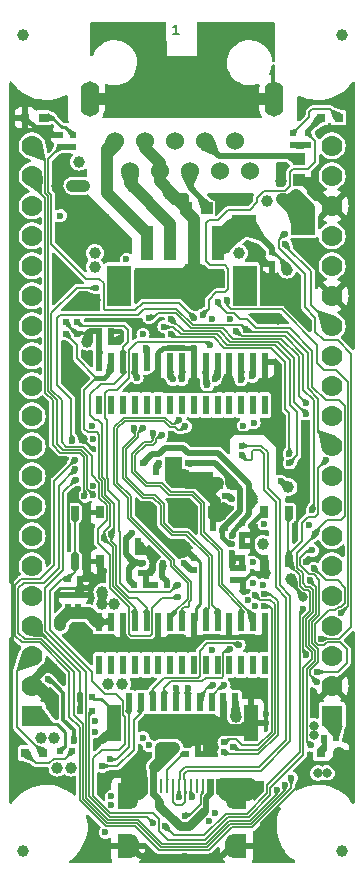
<source format=gbr>
%TF.GenerationSoftware,KiCad,Pcbnew,7.0.11-7.0.11~ubuntu22.04.1*%
%TF.CreationDate,2025-02-03T16:18:29+02:00*%
%TF.ProjectId,ESP32-P4-DevKit_Rev_C,45535033-322d-4503-942d-4465764b6974,C*%
%TF.SameCoordinates,PX80befc0PY7459280*%
%TF.FileFunction,Copper,L1,Top*%
%TF.FilePolarity,Positive*%
%FSLAX46Y46*%
G04 Gerber Fmt 4.6, Leading zero omitted, Abs format (unit mm)*
G04 Created by KiCad (PCBNEW 7.0.11-7.0.11~ubuntu22.04.1) date 2025-02-03 16:18:29*
%MOMM*%
%LPD*%
G01*
G04 APERTURE LIST*
%ADD10C,0.190500*%
%TA.AperFunction,NonConductor*%
%ADD11C,0.190500*%
%TD*%
%TA.AperFunction,SMDPad,CuDef*%
%ADD12R,1.100000X2.200000*%
%TD*%
%TA.AperFunction,ComponentPad*%
%ADD13O,1.200000X2.200000*%
%TD*%
%TA.AperFunction,SMDPad,CuDef*%
%ADD14R,1.100000X2.000000*%
%TD*%
%TA.AperFunction,ComponentPad*%
%ADD15O,1.300000X2.000000*%
%TD*%
%TA.AperFunction,SMDPad,CuDef*%
%ADD16R,0.300000X1.150000*%
%TD*%
%TA.AperFunction,SMDPad,CuDef*%
%ADD17R,0.250000X1.150000*%
%TD*%
%TA.AperFunction,SMDPad,CuDef*%
%ADD18R,0.600000X1.650000*%
%TD*%
%TA.AperFunction,SMDPad,CuDef*%
%ADD19R,0.800000X0.800000*%
%TD*%
%TA.AperFunction,SMDPad,CuDef*%
%ADD20R,0.500000X0.550000*%
%TD*%
%TA.AperFunction,SMDPad,CuDef*%
%ADD21C,1.000000*%
%TD*%
%TA.AperFunction,SMDPad,CuDef*%
%ADD22R,0.550000X0.500000*%
%TD*%
%TA.AperFunction,SMDPad,CuDef*%
%ADD23R,0.650000X1.050000*%
%TD*%
%TA.AperFunction,SMDPad,CuDef*%
%ADD24R,1.016000X1.016000*%
%TD*%
%TA.AperFunction,FiducialPad,Global*%
%ADD25C,1.000000*%
%TD*%
%TA.AperFunction,ComponentPad*%
%ADD26O,1.600000X2.999999*%
%TD*%
%TA.AperFunction,ComponentPad*%
%ADD27C,1.524000*%
%TD*%
%TA.AperFunction,SMDPad,CuDef*%
%ADD28R,1.200000X3.100000*%
%TD*%
%TA.AperFunction,SMDPad,CuDef*%
%ADD29R,0.600000X1.550000*%
%TD*%
%TA.AperFunction,SMDPad,CuDef*%
%ADD30R,2.000000X3.500000*%
%TD*%
%TA.AperFunction,SMDPad,CuDef*%
%ADD31R,1.000000X3.000000*%
%TD*%
%TA.AperFunction,SMDPad,CuDef*%
%ADD32R,2.000000X1.700000*%
%TD*%
%TA.AperFunction,SMDPad,CuDef*%
%ADD33R,1.746000X1.192000*%
%TD*%
%TA.AperFunction,ComponentPad*%
%ADD34R,1.778000X1.778000*%
%TD*%
%TA.AperFunction,ComponentPad*%
%ADD35C,1.778000*%
%TD*%
%TA.AperFunction,ComponentPad*%
%ADD36C,1.600000*%
%TD*%
%TA.AperFunction,ComponentPad*%
%ADD37C,2.400000*%
%TD*%
%TA.AperFunction,ComponentPad*%
%ADD38C,0.600000*%
%TD*%
%TA.AperFunction,ViaPad*%
%ADD39C,0.600000*%
%TD*%
%TA.AperFunction,ViaPad*%
%ADD40C,0.800000*%
%TD*%
%TA.AperFunction,ViaPad*%
%ADD41C,1.000000*%
%TD*%
%TA.AperFunction,Conductor*%
%ADD42C,0.304800*%
%TD*%
%TA.AperFunction,Conductor*%
%ADD43C,0.609600*%
%TD*%
%TA.AperFunction,Conductor*%
%ADD44C,0.508000*%
%TD*%
%TA.AperFunction,Conductor*%
%ADD45C,0.762000*%
%TD*%
%TA.AperFunction,Conductor*%
%ADD46C,1.016000*%
%TD*%
%TA.AperFunction,Conductor*%
%ADD47C,0.254000*%
%TD*%
%TA.AperFunction,Conductor*%
%ADD48C,0.406400*%
%TD*%
%TA.AperFunction,Conductor*%
%ADD49C,0.127000*%
%TD*%
%TA.AperFunction,Conductor*%
%ADD50C,0.200000*%
%TD*%
%TA.AperFunction,Conductor*%
%ADD51C,0.177800*%
%TD*%
G04 APERTURE END LIST*
D10*
D11*
X14705899Y70603161D02*
X14270470Y70603161D01*
X14488185Y70603161D02*
X14488185Y71365161D01*
X14488185Y71365161D02*
X14415613Y71256304D01*
X14415613Y71256304D02*
X14343042Y71183732D01*
X14343042Y71183732D02*
X14270470Y71147446D01*
D12*
%TO.P,USB-Serial/JTAG1,0,SHELL*%
%TO.N,GND*%
X19927600Y6030000D03*
D13*
X19320000Y6030000D03*
X10680000Y6030000D03*
D12*
X10072400Y6030000D03*
D14*
X19927600Y1850000D03*
D15*
X19320000Y1850000D03*
X10680000Y1850000D03*
D14*
X10072400Y1850000D03*
D16*
%TO.P,USB-Serial/JTAG1,A1,GND*%
X11675000Y6932000D03*
%TO.P,USB-Serial/JTAG1,A4,VBUS*%
%TO.N,+5V_USB*%
X12475000Y6932000D03*
D17*
%TO.P,USB-Serial/JTAG1,A5,CC1*%
%TO.N,Net-(USB-Serial/JTAG1-CC1)*%
X13750000Y6932000D03*
%TO.P,USB-Serial/JTAG1,A6,DP1*%
%TO.N,/USB1P1_0P*%
X14750000Y6932000D03*
%TO.P,USB-Serial/JTAG1,A7,DN1*%
%TO.N,/USB1P1_0N*%
X15250000Y6932000D03*
%TO.P,USB-Serial/JTAG1,A8,SBU1*%
%TO.N,unconnected-(USB-Serial/JTAG1-SBU1-PadA8)*%
X16250000Y6932000D03*
D16*
%TO.P,USB-Serial/JTAG1,A9,VBUS*%
%TO.N,+5V_USB*%
X17525000Y6932000D03*
%TO.P,USB-Serial/JTAG1,A12,GND*%
%TO.N,GND*%
X18325000Y6932000D03*
%TO.P,USB-Serial/JTAG1,B1,GND*%
X18075000Y6932000D03*
%TO.P,USB-Serial/JTAG1,B4,VBUS*%
%TO.N,+5V_USB*%
X17275000Y6932000D03*
D17*
%TO.P,USB-Serial/JTAG1,B5,CC2*%
%TO.N,Net-(USB-Serial/JTAG1-CC2)*%
X16750000Y6932000D03*
%TO.P,USB-Serial/JTAG1,B6,DP2*%
%TO.N,/USB1P1_0P*%
X15750000Y6932000D03*
%TO.P,USB-Serial/JTAG1,B7,DN2*%
%TO.N,/USB1P1_0N*%
X14250000Y6932000D03*
%TO.P,USB-Serial/JTAG1,B8,SBU2*%
%TO.N,unconnected-(USB-Serial/JTAG1-SBU2-PadB8)*%
X13250000Y6932000D03*
D16*
%TO.P,USB-Serial/JTAG1,B9,VBUS*%
%TO.N,+5V_USB*%
X12725000Y6932000D03*
%TO.P,USB-Serial/JTAG1,B12,GND*%
%TO.N,GND*%
X11925000Y6932000D03*
%TD*%
D18*
%TO.P,MIPI-CSI1,1,1*%
%TO.N,GND*%
X22000000Y42825000D03*
%TO.P,MIPI-CSI1,2,2*%
%TO.N,/CSI_DATA0N*%
X21000000Y42825000D03*
%TO.P,MIPI-CSI1,3,3*%
%TO.N,/CSI_DATA0P*%
X20000000Y42825000D03*
%TO.P,MIPI-CSI1,4,4*%
%TO.N,GND*%
X19000000Y42825000D03*
%TO.P,MIPI-CSI1,5,5*%
%TO.N,/CSI_DATA1N*%
X18000000Y42825000D03*
%TO.P,MIPI-CSI1,6,6*%
%TO.N,/CSI_DATA1P*%
X17000000Y42825000D03*
%TO.P,MIPI-CSI1,7,7*%
%TO.N,GND*%
X16000000Y42825000D03*
%TO.P,MIPI-CSI1,8,8*%
%TO.N,/CSI_CLKN*%
X15000000Y42825000D03*
%TO.P,MIPI-CSI1,9,9*%
%TO.N,/CSI_CLKP*%
X14000000Y42825000D03*
%TO.P,MIPI-CSI1,10,10*%
%TO.N,GND*%
X13000000Y42825000D03*
%TO.P,MIPI-CSI1,11,11*%
%TO.N,/CSI_IO0\u005CReset*%
X12000000Y42825000D03*
%TO.P,MIPI-CSI1,12,12*%
%TO.N,/CSI_IO1\u005CStrobe*%
X11000000Y42825000D03*
%TO.P,MIPI-CSI1,13,13*%
%TO.N,/GPIO8\u005CI2C_SCL*%
X10000000Y42825000D03*
%TO.P,MIPI-CSI1,14,14*%
%TO.N,/GPIO7\u005CI2C_SDA*%
X9000000Y42825000D03*
%TO.P,MIPI-CSI1,15,15*%
%TO.N,+3.3V*%
X8000000Y42825000D03*
%TO.P,MIPI-CSI1,16,16*%
%TO.N,unconnected-(MIPI-CSI1-Pad16)*%
X8000000Y39175000D03*
%TO.P,MIPI-CSI1,17,17*%
%TO.N,unconnected-(MIPI-CSI1-Pad17)*%
X9000000Y39175000D03*
%TO.P,MIPI-CSI1,18,18*%
%TO.N,unconnected-(MIPI-CSI1-Pad18)*%
X10000000Y39175000D03*
%TO.P,MIPI-CSI1,19,19*%
%TO.N,unconnected-(MIPI-CSI1-Pad19)*%
X11000000Y39175000D03*
%TO.P,MIPI-CSI1,20,20*%
%TO.N,unconnected-(MIPI-CSI1-Pad20)*%
X12000000Y39175000D03*
%TO.P,MIPI-CSI1,21,21*%
%TO.N,unconnected-(MIPI-CSI1-Pad21)*%
X13000000Y39175000D03*
%TO.P,MIPI-CSI1,22,22*%
%TO.N,unconnected-(MIPI-CSI1-Pad22)*%
X14000000Y39175000D03*
%TO.P,MIPI-CSI1,23,23*%
%TO.N,unconnected-(MIPI-CSI1-Pad23)*%
X15000000Y39175000D03*
%TO.P,MIPI-CSI1,24,24*%
%TO.N,unconnected-(MIPI-CSI1-Pad24)*%
X16000000Y39175000D03*
%TO.P,MIPI-CSI1,25,25*%
%TO.N,unconnected-(MIPI-CSI1-Pad25)*%
X17000000Y39175000D03*
%TO.P,MIPI-CSI1,26,26*%
%TO.N,unconnected-(MIPI-CSI1-Pad26)*%
X18000000Y39175000D03*
%TO.P,MIPI-CSI1,27,27*%
%TO.N,unconnected-(MIPI-CSI1-Pad27)*%
X19000000Y39175000D03*
%TO.P,MIPI-CSI1,28,28*%
%TO.N,unconnected-(MIPI-CSI1-Pad28)*%
X20000000Y39175000D03*
%TO.P,MIPI-CSI1,29,29*%
%TO.N,unconnected-(MIPI-CSI1-Pad29)*%
X21000000Y39175000D03*
%TO.P,MIPI-CSI1,30,30*%
%TO.N,unconnected-(MIPI-CSI1-Pad30)*%
X22000000Y39175000D03*
%TD*%
D19*
%TO.P,USER_LED1,1,K*%
%TO.N,/GPIO2\u005CUser_Led*%
X3262000Y9700000D03*
%TO.P,USER_LED1,2,A*%
%TO.N,Net-(USER_LED1-A)*%
X1738000Y9700000D03*
%TD*%
D20*
%TO.P,C4,1*%
%TO.N,+3.3V*%
X10288000Y27639000D03*
%TO.P,C4,2*%
%TO.N,GND*%
X11304000Y27639000D03*
%TD*%
D19*
%TO.P,LED_LINK1,1,K*%
%TO.N,GND*%
X1738000Y63500000D03*
%TO.P,LED_LINK1,2,A*%
%TO.N,Net-(LED_LINK1-A)*%
X3262000Y63500000D03*
%TD*%
D21*
%TO.P,5V_PoE1,1,Pad*%
%TO.N,+5VP*%
X23877000Y50626000D03*
%TD*%
D22*
%TO.P,C33,1*%
%TO.N,/ESP_LDO_VO1*%
X20067000Y29163000D03*
%TO.P,C33,2*%
%TO.N,GND*%
X20067000Y28147000D03*
%TD*%
D23*
%TO.P,BOOT1,1*%
%TO.N,/GPIO35\u005CRMII_TXD1*%
X5925000Y25925000D03*
X5925000Y30075000D03*
%TO.P,BOOT1,2*%
%TO.N,GND*%
X8075000Y25925000D03*
X8075000Y30075000D03*
%TD*%
D22*
%TO.P,C52,1*%
%TO.N,GND*%
X20194000Y24337000D03*
%TO.P,C52,2*%
%TO.N,+3.3V*%
X20194000Y25353000D03*
%TD*%
D20*
%TO.P,R14,1*%
%TO.N,GND*%
X7367000Y14431000D03*
%TO.P,R14,2*%
%TO.N,/GPIO3\u005CSD_DET*%
X6351000Y14431000D03*
%TD*%
%TO.P,C3,1*%
%TO.N,+3.3V*%
X10288000Y26750000D03*
%TO.P,C3,2*%
%TO.N,GND*%
X11304000Y26750000D03*
%TD*%
D21*
%TO.P,VO4,1,Pad*%
%TO.N,/ESP_LDO_VO4*%
X24258000Y24464000D03*
%TD*%
D22*
%TO.P,C37,1*%
%TO.N,+3.3V*%
X5335000Y22051000D03*
%TO.P,C37,2*%
%TO.N,GND*%
X5335000Y23067000D03*
%TD*%
%TO.P,C50,1*%
%TO.N,GND*%
X20067000Y27258000D03*
%TO.P,C50,2*%
%TO.N,+3.3V*%
X20067000Y26242000D03*
%TD*%
%TO.P,R22,1*%
%TO.N,+3.3V*%
X6097000Y45165000D03*
%TO.P,R22,2*%
%TO.N,/GPIO8\u005CI2C_SCL*%
X6097000Y46181000D03*
%TD*%
D19*
%TO.P,LED_ACT1,1,K*%
%TO.N,/LED0\u005CPHY_AD0*%
X26738000Y63500000D03*
%TO.P,LED_ACT1,2,A*%
%TO.N,Net-(LED_ACT1-A)*%
X28262000Y63500000D03*
%TD*%
D20*
%TO.P,C45,1*%
%TO.N,GND*%
X12701000Y23956000D03*
%TO.P,C45,2*%
%TO.N,+3.3V*%
X13717000Y23956000D03*
%TD*%
%TO.P,C27,1*%
%TO.N,+3.3V*%
X8002000Y45419000D03*
%TO.P,C27,2*%
%TO.N,GND*%
X9018000Y45419000D03*
%TD*%
D24*
%TO.P,C15,1*%
%TO.N,GND*%
X15368000Y55833000D03*
%TO.P,C15,2*%
%TO.N,Net-(LAN_CON1-RCT)*%
X17146000Y55833000D03*
%TD*%
D18*
%TO.P,MIPI-DSI1,1,1*%
%TO.N,GND*%
X22000000Y20825000D03*
%TO.P,MIPI-DSI1,2,2*%
%TO.N,/DSI_DATA1N*%
X21000000Y20825000D03*
%TO.P,MIPI-DSI1,3,3*%
%TO.N,/DSI_DATA1P*%
X20000000Y20825000D03*
%TO.P,MIPI-DSI1,4,4*%
%TO.N,GND*%
X19000000Y20825000D03*
%TO.P,MIPI-DSI1,5,5*%
%TO.N,/DSI_CLKN*%
X18000000Y20825000D03*
%TO.P,MIPI-DSI1,6,6*%
%TO.N,/DSI_CLKP*%
X17000000Y20825000D03*
%TO.P,MIPI-DSI1,7,7*%
%TO.N,GND*%
X16000000Y20825000D03*
%TO.P,MIPI-DSI1,8,8*%
%TO.N,/DSI_DATA0N*%
X15000000Y20825000D03*
%TO.P,MIPI-DSI1,9,9*%
%TO.N,/DSI_DATA0P*%
X14000000Y20825000D03*
%TO.P,MIPI-DSI1,10,10*%
%TO.N,GND*%
X13000000Y20825000D03*
%TO.P,MIPI-DSI1,11,11*%
%TO.N,/GPIO8\u005CI2C_SCL*%
X12000000Y20825000D03*
%TO.P,MIPI-DSI1,12,12*%
%TO.N,/GPIO7\u005CI2C_SDA*%
X11000000Y20825000D03*
%TO.P,MIPI-DSI1,13,13*%
%TO.N,GND*%
X10000000Y20825000D03*
%TO.P,MIPI-DSI1,14,14*%
%TO.N,+3.3V*%
X9000000Y20825000D03*
%TO.P,MIPI-DSI1,15,15*%
X8000000Y20825000D03*
%TO.P,MIPI-DSI1,16,16*%
%TO.N,unconnected-(MIPI-DSI1-Pad16)*%
X8000000Y17175000D03*
%TO.P,MIPI-DSI1,17,17*%
%TO.N,unconnected-(MIPI-DSI1-Pad17)*%
X9000000Y17175000D03*
%TO.P,MIPI-DSI1,18,18*%
%TO.N,unconnected-(MIPI-DSI1-Pad18)*%
X10000000Y17175000D03*
%TO.P,MIPI-DSI1,19,19*%
%TO.N,unconnected-(MIPI-DSI1-Pad19)*%
X11000000Y17175000D03*
%TO.P,MIPI-DSI1,20,20*%
%TO.N,unconnected-(MIPI-DSI1-Pad20)*%
X12000000Y17175000D03*
%TO.P,MIPI-DSI1,21,21*%
%TO.N,unconnected-(MIPI-DSI1-Pad21)*%
X13000000Y17175000D03*
%TO.P,MIPI-DSI1,22,22*%
%TO.N,unconnected-(MIPI-DSI1-Pad22)*%
X14000000Y17175000D03*
%TO.P,MIPI-DSI1,23,23*%
%TO.N,unconnected-(MIPI-DSI1-Pad23)*%
X15000000Y17175000D03*
%TO.P,MIPI-DSI1,24,24*%
%TO.N,unconnected-(MIPI-DSI1-Pad24)*%
X16000000Y17175000D03*
%TO.P,MIPI-DSI1,25,25*%
%TO.N,unconnected-(MIPI-DSI1-Pad25)*%
X17000000Y17175000D03*
%TO.P,MIPI-DSI1,26,26*%
%TO.N,unconnected-(MIPI-DSI1-Pad26)*%
X18000000Y17175000D03*
%TO.P,MIPI-DSI1,27,27*%
%TO.N,unconnected-(MIPI-DSI1-Pad27)*%
X19000000Y17175000D03*
%TO.P,MIPI-DSI1,28,28*%
%TO.N,unconnected-(MIPI-DSI1-Pad28)*%
X20000000Y17175000D03*
%TO.P,MIPI-DSI1,29,29*%
%TO.N,unconnected-(MIPI-DSI1-Pad29)*%
X21000000Y17175000D03*
%TO.P,MIPI-DSI1,30,30*%
%TO.N,unconnected-(MIPI-DSI1-Pad30)*%
X22000000Y17175000D03*
%TD*%
D22*
%TO.P,R8,1*%
%TO.N,Net-(LED_ACT1-A)*%
X24385000Y62183000D03*
%TO.P,R8,2*%
%TO.N,/3.3V_PHY*%
X24385000Y61167000D03*
%TD*%
D20*
%TO.P,C41,1*%
%TO.N,GND*%
X12320000Y24972000D03*
%TO.P,C41,2*%
%TO.N,+3.3V*%
X13336000Y24972000D03*
%TD*%
%TO.P,C28,1*%
%TO.N,+3.3V*%
X8002000Y44530000D03*
%TO.P,C28,2*%
%TO.N,GND*%
X9018000Y44530000D03*
%TD*%
D21*
%TO.P,CORE1,1,Pad*%
%TO.N,VDD_CORE*%
X8256000Y23321000D03*
%TD*%
D25*
%TO.P,FID2,Fid1,FID\u002A*%
%TO.N,unconnected-(FID2-FID\u002A-PadFid1)*%
X1500000Y70500000D03*
%TD*%
D23*
%TO.P,RST1,1*%
%TO.N,/ESP_EN*%
X24075000Y30075000D03*
X24075000Y25925000D03*
%TO.P,RST1,2*%
%TO.N,GND*%
X21925000Y30075000D03*
X21925000Y25925000D03*
%TD*%
D20*
%TO.P,C55,1*%
%TO.N,GND*%
X17654000Y28782000D03*
%TO.P,C55,2*%
%TO.N,+2.5V*%
X18670000Y28782000D03*
%TD*%
%TO.P,R1,1*%
%TO.N,Net-(U1-DSI_REXT)*%
X12828000Y33481000D03*
%TO.P,R1,2*%
%TO.N,GND*%
X13844000Y33481000D03*
%TD*%
D22*
%TO.P,C38,1*%
%TO.N,+3.3V*%
X6224000Y22051000D03*
%TO.P,C38,2*%
%TO.N,GND*%
X6224000Y23067000D03*
%TD*%
D21*
%TO.P,VO2,1,Pad*%
%TO.N,+1V8*%
X24004000Y32211000D03*
%TD*%
D19*
%TO.P,PWR_LED1,1,K*%
%TO.N,GND*%
X28262000Y9700000D03*
%TO.P,PWR_LED1,2,A*%
%TO.N,Net-(PWR_LED1-A)*%
X26738000Y9700000D03*
%TD*%
D20*
%TO.P,R16,1*%
%TO.N,/GPIO3\u005CSD_DET*%
X6351000Y13288000D03*
%TO.P,R16,2*%
%TO.N,Net-(MICRO_SD1-Card_Detect)*%
X7367000Y13288000D03*
%TD*%
D22*
%TO.P,C11,1*%
%TO.N,+2.5V*%
X16384000Y34243000D03*
%TO.P,C11,2*%
%TO.N,GND*%
X16384000Y33227000D03*
%TD*%
D26*
%TO.P,LAN_CON1,0,Shield*%
%TO.N,/LAN_Shield*%
X22800000Y65100000D03*
X7200000Y65100000D03*
D27*
%TO.P,LAN_CON1,1,TD+*%
%TO.N,/TD+*%
X20715000Y58960000D03*
%TO.P,LAN_CON1,2,TD-*%
%TO.N,/TD-*%
X19445000Y61500000D03*
%TO.P,LAN_CON1,3,RD+*%
%TO.N,/RD+*%
X18175000Y58960000D03*
%TO.P,LAN_CON1,4,TCT*%
%TO.N,Net-(LAN_CON1-TCT)*%
X16905000Y61500000D03*
%TO.P,LAN_CON1,5,RCT*%
%TO.N,Net-(LAN_CON1-RCT)*%
X15635000Y58960000D03*
%TO.P,LAN_CON1,6,RD-*%
%TO.N,/RD-*%
X14365000Y61500000D03*
%TO.P,LAN_CON1,7,GND/NC*%
%TO.N,GND*%
X13095000Y58960000D03*
%TO.P,LAN_CON1,8,NC/GND*%
X11825000Y61500000D03*
%TO.P,LAN_CON1,9,PW+*%
%TO.N,/PW+*%
X10555000Y58960000D03*
%TO.P,LAN_CON1,10,PW-*%
%TO.N,/PW-*%
X9285000Y61500000D03*
%TD*%
D20*
%TO.P,C42,1*%
%TO.N,GND*%
X11558000Y24972000D03*
%TO.P,C42,2*%
%TO.N,+3.3V*%
X10542000Y24972000D03*
%TD*%
D28*
%TO.P,pUEXT1,0,P0*%
%TO.N,GND*%
X20800000Y12250000D03*
X9200000Y12250000D03*
D29*
%TO.P,pUEXT1,1,P1*%
%TO.N,+3.3V*%
X19500000Y14025000D03*
%TO.P,pUEXT1,2,P2*%
%TO.N,GND*%
X18500000Y14025000D03*
%TO.P,pUEXT1,3,P3*%
%TO.N,/UART0_TX*%
X17500000Y14025000D03*
%TO.P,pUEXT1,4,P4*%
%TO.N,/UART0_RX*%
X16500000Y14025000D03*
%TO.P,pUEXT1,5,P5*%
%TO.N,/GPIO8\u005CI2C_SCL*%
X15500000Y14025000D03*
%TO.P,pUEXT1,6,P6*%
%TO.N,/GPIO7\u005CI2C_SDA*%
X14500000Y14025000D03*
%TO.P,pUEXT1,7,P7*%
%TO.N,/GPIO54\u005CSPI_RX(MISO)*%
X13500000Y14025000D03*
%TO.P,pUEXT1,8,P8*%
%TO.N,/GPIO53\u005CSPI_TX(MOSI)*%
X12500000Y14025000D03*
%TO.P,pUEXT1,9,P9*%
%TO.N,/GPIO4\u005CSPI_SCK(CLK)*%
X11500000Y14025000D03*
%TO.P,pUEXT1,10,P10*%
%TO.N,/GPIO5\u005CSPI_CSn(CS#)*%
X10500000Y14025000D03*
%TD*%
D22*
%TO.P,R23,1*%
%TO.N,+3.3V*%
X5208000Y46181000D03*
%TO.P,R23,2*%
%TO.N,/GPIO7\u005CI2C_SDA*%
X5208000Y45165000D03*
%TD*%
%TO.P,C46,1*%
%TO.N,GND*%
X16003000Y26242000D03*
%TO.P,C46,2*%
%TO.N,VDD_CORE*%
X16003000Y25226000D03*
%TD*%
D30*
%TO.P,POE_PWR1,0*%
%TO.N,N/C*%
X9700000Y49275000D03*
X20300000Y49275000D03*
D31*
%TO.P,POE_PWR1,1*%
%TO.N,/PW-*%
X12000000Y52900000D03*
%TO.P,POE_PWR1,2*%
%TO.N,/PW+*%
X14000000Y52900000D03*
%TO.P,POE_PWR1,3*%
%TO.N,GND*%
X16000000Y52900000D03*
%TO.P,POE_PWR1,4*%
%TO.N,+5VP*%
X18000000Y52900000D03*
%TD*%
D20*
%TO.P,C29,1*%
%TO.N,GND*%
X17654000Y31449000D03*
%TO.P,C29,2*%
%TO.N,+3.3V*%
X18670000Y31449000D03*
%TD*%
D22*
%TO.P,R7,1*%
%TO.N,/LED0\u005CPHY_AD0*%
X25655000Y62183000D03*
%TO.P,R7,2*%
%TO.N,/3.3V_PHY*%
X25655000Y61167000D03*
%TD*%
%TO.P,C9,1*%
%TO.N,GND*%
X14733000Y34497000D03*
%TO.P,C9,2*%
%TO.N,/ESP_LDO_VO1*%
X14733000Y35513000D03*
%TD*%
%TO.P,R27,1*%
%TO.N,GND*%
X22607000Y51134000D03*
%TO.P,R27,2*%
%TO.N,+5VP*%
X22607000Y52150000D03*
%TD*%
D20*
%TO.P,C57,1*%
%TO.N,/GPIO35\u005CRMII_TXD1*%
X5335000Y24464000D03*
%TO.P,C57,2*%
%TO.N,GND*%
X6351000Y24464000D03*
%TD*%
D22*
%TO.P,C49,1*%
%TO.N,GND*%
X19305000Y24337000D03*
%TO.P,C49,2*%
%TO.N,+3.3V*%
X19305000Y25353000D03*
%TD*%
D25*
%TO.P,FID3,Fid1,FID\u002A*%
%TO.N,unconnected-(FID3-FID\u002A-PadFid1)*%
X28500000Y70500000D03*
%TD*%
D22*
%TO.P,C10,1*%
%TO.N,+2.5V*%
X17400000Y34243000D03*
%TO.P,C10,2*%
%TO.N,GND*%
X17400000Y33227000D03*
%TD*%
%TO.P,R9,1*%
%TO.N,Net-(LED_LINK1-A)*%
X5800000Y62008000D03*
%TO.P,R9,2*%
%TO.N,/LED3\u005CPHY_AD3*%
X5800000Y60992000D03*
%TD*%
%TO.P,R10,1*%
%TO.N,GND*%
X4700000Y62008000D03*
%TO.P,R10,2*%
%TO.N,/LED3\u005CPHY_AD3*%
X4700000Y60992000D03*
%TD*%
D24*
%TO.P,C14,1*%
%TO.N,GND*%
X24893000Y58246000D03*
%TO.P,C14,2*%
%TO.N,Net-(LAN_CON1-TCT)*%
X24893000Y60024000D03*
%TD*%
D20*
%TO.P,C40,1*%
%TO.N,GND*%
X11939000Y23956000D03*
%TO.P,C40,2*%
%TO.N,+3.3V*%
X10923000Y23956000D03*
%TD*%
D32*
%TO.P,D1,1,K*%
%TO.N,+5V*%
X25234000Y54436000D03*
D33*
X25107000Y54436000D03*
%TO.P,D1,2,A*%
%TO.N,+5VP*%
X20361000Y54436000D03*
D32*
X20234000Y54436000D03*
%TD*%
D25*
%TO.P,FID1,Fid1,FID\u002A*%
%TO.N,unconnected-(FID1-FID\u002A-PadFid1)*%
X1500000Y1400000D03*
%TD*%
D22*
%TO.P,C8,1*%
%TO.N,GND*%
X13844000Y34497000D03*
%TO.P,C8,2*%
%TO.N,/ESP_LDO_VO1*%
X13844000Y35513000D03*
%TD*%
D20*
%TO.P,R4,1*%
%TO.N,+3.3V*%
X4700000Y9859000D03*
%TO.P,R4,2*%
%TO.N,Net-(USER_LED1-A)*%
X5716000Y9859000D03*
%TD*%
D21*
%TO.P,VO3,1,Pad*%
%TO.N,+2.5V*%
X19178000Y32465000D03*
%TD*%
D20*
%TO.P,R6,1*%
%TO.N,GND*%
X16384000Y9605000D03*
%TO.P,R6,2*%
%TO.N,Net-(USB-Serial/JTAG1-CC1)*%
X15368000Y9605000D03*
%TD*%
D25*
%TO.P,FID4,Fid1,FID\u002A*%
%TO.N,unconnected-(FID4-FID\u002A-PadFid1)*%
X28500000Y1400000D03*
%TD*%
D20*
%TO.P,R34,1*%
%TO.N,Net-(PWR_LED1-A)*%
X27052000Y11002000D03*
%TO.P,R34,2*%
%TO.N,+5V*%
X28068000Y11002000D03*
%TD*%
D21*
%TO.P,VO1,1,Pad*%
%TO.N,/ESP_LDO_VO1*%
X20956000Y31195000D03*
%TD*%
D34*
%TO.P,EXT1,1*%
%TO.N,+3.3V*%
X2300000Y12870000D03*
D35*
%TO.P,EXT1,2*%
%TO.N,GND*%
X2300000Y15410000D03*
%TO.P,EXT1,3*%
%TO.N,/GPIO2\u005CUser_Led*%
X2300000Y17950000D03*
%TO.P,EXT1,4*%
%TO.N,/GPIO3\u005CSD_DET*%
X2300000Y20490000D03*
%TO.P,EXT1,5*%
%TO.N,/GPIO4\u005CSPI_SCK(CLK)*%
X2300000Y23030000D03*
%TO.P,EXT1,6*%
%TO.N,/GPIO5\u005CSPI_CSn(CS#)*%
X2300000Y25570000D03*
%TO.P,EXT1,7*%
%TO.N,/GPIO6*%
X2300000Y28110000D03*
%TO.P,EXT1,8*%
%TO.N,/GPIO7\u005CI2C_SDA*%
X2300000Y30650000D03*
%TO.P,EXT1,9*%
%TO.N,/GPIO8\u005CI2C_SCL*%
X2300000Y33190000D03*
%TO.P,EXT1,10*%
%TO.N,/GPIO9*%
X2300000Y35730000D03*
%TO.P,EXT1,11*%
%TO.N,/GPIO10*%
X2300000Y38270000D03*
%TO.P,EXT1,12*%
%TO.N,/GPIO11*%
X2300000Y40810000D03*
%TO.P,EXT1,13*%
%TO.N,/GPIO12*%
X2300000Y43350000D03*
%TO.P,EXT1,14*%
%TO.N,/GPIO13*%
X2300000Y45890000D03*
%TO.P,EXT1,15*%
%TO.N,/GPIO14*%
X2300000Y48430000D03*
%TO.P,EXT1,16*%
%TO.N,/GPIO15*%
X2300000Y50970000D03*
%TO.P,EXT1,17*%
%TO.N,/GPIO16*%
X2300000Y53510000D03*
%TO.P,EXT1,18*%
%TO.N,/GPIO17*%
X2300000Y56050000D03*
%TO.P,EXT1,19*%
%TO.N,/GPIO18*%
X2300000Y58590000D03*
%TO.P,EXT1,20*%
%TO.N,/GPIO19*%
X2300000Y61130000D03*
%TD*%
D36*
%TO.P,U1,105,GND*%
%TO.N,GND*%
X15000000Y27000000D03*
X12000000Y30000000D03*
D37*
X15000000Y30000000D03*
D36*
X18000000Y30000000D03*
X15000000Y33000000D03*
%TD*%
D38*
%TO.P,U2,33,GND*%
%TO.N,GND*%
X16503000Y50837000D03*
X15503000Y50837000D03*
X17103000Y50237000D03*
X14903000Y50237000D03*
D36*
X16003000Y49737000D03*
D38*
X17103000Y49237000D03*
X14903000Y49237000D03*
X16503000Y48637000D03*
X15503000Y48637000D03*
%TD*%
D34*
%TO.P,EXT2,1*%
%TO.N,+5V*%
X27700000Y12870000D03*
D35*
%TO.P,EXT2,2*%
%TO.N,GND*%
X27700000Y15410000D03*
%TO.P,EXT2,3*%
%TO.N,/GPIO54\u005CSPI_RX(MISO)*%
X27700000Y17950000D03*
%TO.P,EXT2,4*%
%TO.N,/GPIO53\u005CSPI_TX(MOSI)*%
X27700000Y20490000D03*
%TO.P,EXT2,5*%
%TO.N,/GPIO48*%
X27700000Y23030000D03*
%TO.P,EXT2,6*%
%TO.N,/GPIO47*%
X27700000Y25570000D03*
%TO.P,EXT2,7*%
%TO.N,/GPIO46*%
X27700000Y28110000D03*
%TO.P,EXT2,8*%
%TO.N,/GPIO33*%
X27700000Y30650000D03*
%TO.P,EXT2,9*%
%TO.N,/GPIO32*%
X27700000Y33190000D03*
%TO.P,EXT2,10*%
%TO.N,/GPIO23*%
X27700000Y35730000D03*
%TO.P,EXT2,11*%
%TO.N,/GPIO22*%
X27700000Y38270000D03*
%TO.P,EXT2,12*%
%TO.N,/GPIO21*%
X27700000Y40810000D03*
%TO.P,EXT2,13*%
%TO.N,/GPIO20*%
X27700000Y43350000D03*
%TO.P,EXT2,14*%
%TO.N,/ESP_EN*%
X27700000Y45890000D03*
%TO.P,EXT2,15*%
%TO.N,GND*%
X27700000Y48430000D03*
%TO.P,EXT2,16*%
%TO.N,/USB1P1_1P*%
X27700000Y50970000D03*
%TO.P,EXT2,17*%
%TO.N,/USB1P1_1N*%
X27700000Y53510000D03*
%TO.P,EXT2,18*%
%TO.N,GND*%
X27700000Y56050000D03*
%TO.P,EXT2,19*%
%TO.N,/USB_DP*%
X27700000Y58590000D03*
%TO.P,EXT2,20*%
%TO.N,/USB_DN*%
X27700000Y61130000D03*
%TD*%
D39*
%TO.N,GND*%
X20638500Y56658500D03*
X12500000Y26250000D03*
D40*
X22099000Y37418000D03*
D39*
X23242000Y747000D03*
X24131000Y33481000D03*
X12447000Y969000D03*
D41*
X7621000Y48086000D03*
D40*
X21718000Y51642000D03*
X6478000Y23702000D03*
D41*
X8510000Y54944000D03*
D39*
X890000Y42117000D03*
X6224000Y32084000D03*
X5716000Y49991000D03*
X890000Y54817000D03*
D40*
X9653000Y44657000D03*
D39*
X17527000Y969000D03*
D41*
X4446000Y57738000D03*
X18924000Y41355000D03*
D39*
X15495000Y18495000D03*
D41*
X21999500Y24972776D03*
X4700000Y59770000D03*
D39*
X890000Y34497000D03*
X890000Y62183000D03*
X11177000Y46181000D03*
D41*
X17273000Y9977500D03*
D39*
X14606000Y12653000D03*
X29084000Y59897000D03*
X13844000Y56849000D03*
X12066000Y26750000D03*
D41*
X23369000Y58119000D03*
D39*
X16003000Y44022000D03*
X1017000Y6843000D03*
D41*
X6478000Y48086000D03*
X28800000Y8100000D03*
D40*
X6579600Y36325800D03*
D39*
X18035000Y56722000D03*
X890000Y26750000D03*
D40*
X6986000Y43260000D03*
D41*
X11304000Y15574000D03*
D39*
X25528000Y25861000D03*
D41*
X28830000Y6970000D03*
X10796000Y18876000D03*
D39*
X29084000Y52277000D03*
X22099000Y12272000D03*
X13463000Y12653000D03*
X8383000Y25099000D03*
D41*
X23115000Y46435000D03*
D39*
X22099000Y13034000D03*
D41*
X3684000Y62310000D03*
D39*
X28449000Y62564000D03*
X8256000Y10875000D03*
X29084000Y44784000D03*
X12320000Y12653000D03*
D40*
X12383500Y41456600D03*
D39*
X6986000Y1350000D03*
X15241000Y969000D03*
%TO.N,+2.5V*%
X15520400Y34243000D03*
X19228800Y27385000D03*
D41*
%TO.N,/LAN_Shield*%
X15000000Y68000000D03*
X20750000Y65000000D03*
X11939000Y67136000D03*
X17908000Y69750000D03*
X17908000Y67136000D03*
X9250000Y65000000D03*
X11939000Y69750000D03*
D39*
%TO.N,+3.3V*%
X21083000Y37672000D03*
X10773498Y28375600D03*
X19228800Y26648400D03*
X11685000Y25762817D03*
D41*
X6279000Y59770000D03*
D39*
X13412200Y25759400D03*
D41*
X6732000Y57738000D03*
X19559000Y12780000D03*
X5716000Y57738000D03*
D39*
X4700000Y55198000D03*
D40*
X26200000Y11200000D03*
D39*
X7494000Y32338000D03*
D41*
X4700000Y20527000D03*
D39*
X11685000Y45165000D03*
D40*
X27299999Y8037000D03*
D39*
X10973800Y25835600D03*
X19228800Y31220400D03*
X19228800Y25911800D03*
D40*
X26500000Y8000000D03*
D41*
X22226000Y56468000D03*
D39*
X25782000Y29036000D03*
D40*
X26163000Y12000000D03*
D41*
X6986000Y44530000D03*
D39*
%TO.N,VDD_CORE*%
X5843000Y10748000D03*
X7468600Y36275000D03*
D41*
X8226017Y22305000D03*
D39*
X3638500Y15955000D03*
X21006800Y25861000D03*
D41*
X9272000Y22305000D03*
D39*
X15190200Y25759400D03*
X20194000Y37418000D03*
D41*
%TO.N,/3.3V_PHY*%
X19813000Y52023000D03*
D39*
X10288000Y51515000D03*
X25020000Y61167000D03*
X17527000Y46435000D03*
X19051000Y46435000D03*
%TO.N,/PHY_RSTN*%
X26798000Y19384000D03*
X23682286Y53674000D03*
%TO.N,/EN_DCDC*%
X7621000Y12399000D03*
X21033642Y24115142D03*
%TO.N,/ESP_EN*%
X23750000Y52785000D03*
X25528000Y18037800D03*
X27179000Y34497000D03*
D41*
%TO.N,+5V*%
X24639000Y56976000D03*
X7621000Y50880000D03*
X5589000Y8462000D03*
X4446000Y8462000D03*
X23496000Y56595000D03*
X24639000Y55833000D03*
X7621000Y52023000D03*
D39*
%TO.N,+1V8*%
X23369000Y32719000D03*
D41*
X21845000Y27397500D03*
D39*
X21946600Y29112200D03*
%TO.N,/ESP_LDO_VO1*%
X19228800Y28121600D03*
X11685000Y34243000D03*
X7367000Y37418000D03*
%TO.N,/ESP_LDO_VO4*%
X8510000Y3001000D03*
D40*
X25268500Y22940000D03*
D39*
%TO.N,+5VP*%
X18797000Y52277000D03*
X17509000Y18455721D03*
%TO.N,/GPIO18*%
X6732000Y31449000D03*
%TO.N,/GPIO19*%
X7494000Y31576000D03*
%TO.N,/GPIO21*%
X23699200Y7039600D03*
X5970000Y33735000D03*
%TO.N,/GPIO20*%
X5977193Y32846000D03*
X23038800Y6607800D03*
%TO.N,/GPIO23*%
X5716000Y36148000D03*
X20448000Y45546000D03*
%TO.N,/GPIO22*%
X5970000Y34553006D03*
X24238049Y7578679D03*
%TO.N,/CSI_DATA0N*%
X20956000Y41609000D03*
%TO.N,/CSI_DATA0P*%
X19990800Y41304200D03*
%TO.N,/CSI_DATA1N*%
X17781000Y41355000D03*
%TO.N,/CSI_DATA1P*%
X17146000Y40847000D03*
%TO.N,/CSI_CLKN*%
X14987000Y41355000D03*
%TO.N,/CSI_CLKP*%
X14225000Y41355000D03*
%TO.N,/DSI_DATA1N*%
X13272500Y36592500D03*
%TO.N,/DSI_DATA1P*%
X12544777Y36790970D03*
%TO.N,/DSI_CLKN*%
X11655908Y37214800D03*
%TO.N,/DSI_CLKP*%
X10897600Y37214800D03*
%TO.N,/DSI_DATA0N*%
X15266400Y37367200D03*
%TO.N,/DSI_DATA0P*%
X14758400Y37900600D03*
%TO.N,/SD1_PWR_EN*%
X25800000Y24322706D03*
X25878657Y10378657D03*
%TO.N,/SD1_D2*%
X20600400Y22635200D03*
X11685000Y11002000D03*
%TO.N,/SD1_D3*%
X12193000Y10367000D03*
X21210000Y22178000D03*
%TO.N,/SD1_CMD*%
X13590000Y3509000D03*
X25274000Y21924000D03*
%TO.N,/SD1_CLK*%
X21972000Y22178000D03*
X18543000Y10621000D03*
%TO.N,/SD1_D0*%
X9018000Y6049000D03*
X17781000Y4652000D03*
X18543000Y9777500D03*
X21972000Y23194000D03*
%TO.N,/SD1_D1*%
X17273000Y3918983D03*
X9018000Y5287000D03*
X21210000Y23067000D03*
X19305000Y10240000D03*
%TO.N,Net-(U1-DSI_REXT)*%
X13082000Y34243000D03*
D41*
%TO.N,+5V_USB*%
X13209000Y10113000D03*
X14352000Y10136500D03*
D39*
%TO.N,/LED0\u005CPHY_AD0*%
X16765000Y46816000D03*
%TO.N,/FB_DCDC*%
X21885750Y23956000D03*
X7621000Y11510000D03*
%TO.N,/RMII_RXDV*%
X24085500Y35005000D03*
X14098000Y45165000D03*
%TO.N,/RMII_RXD0*%
X24085500Y34243000D03*
X13463000Y45800000D03*
%TO.N,/RMII_RXD1*%
X14098000Y46435000D03*
X25528000Y38434000D03*
%TO.N,/MDC*%
X12193000Y46562000D03*
X25528000Y39323000D03*
%TO.N,/RMII_TXEN*%
X18822400Y48035200D03*
X28460000Y21570000D03*
%TO.N,/RMII_CLK*%
X17400000Y44276000D03*
X14620218Y23960016D03*
%TO.N,/MDIO*%
X14623803Y22958000D03*
X7748000Y49102000D03*
D41*
%TO.N,/DCDC_Vin*%
X4192000Y11002000D03*
X8764000Y15574000D03*
X9907000Y15574000D03*
X3049000Y11002000D03*
D39*
%TO.N,/LED3\u005CPHY_AD3*%
X16003000Y46562000D03*
%TO.N,/GPIO35\u005CRMII_TXD1*%
X26290000Y28274000D03*
X18009600Y47882800D03*
%TO.N,/GPIO34\u005CRMII_TXD0*%
X19559000Y45419000D03*
X26036000Y30301998D03*
%TO.N,/CSI_IO1\u005CStrobe*%
X11177000Y41482000D03*
%TO.N,/CSI_IO0\u005CReset*%
X11939000Y44022000D03*
%TO.N,/GPIO8\u005CI2C_SCL*%
X9018000Y28274000D03*
X15495000Y15193000D03*
%TO.N,/GPIO7\u005CI2C_SDA*%
X14479000Y15193000D03*
X8383000Y27893000D03*
%TO.N,Net-(USB-Serial/JTAG1-CC2)*%
X15241000Y4398000D03*
%TO.N,/USB1P1_0N*%
X20030313Y35730313D03*
%TO.N,/USB1P1_0P*%
X14750000Y5954000D03*
X15876000Y5954000D03*
X20041600Y34979600D03*
%TO.N,Net-(MICRO_SD1-Card_Detect)*%
X12574766Y3763766D03*
%TO.N,/UART0_TX*%
X26401113Y15724987D03*
X18543000Y15447000D03*
X26036000Y26877000D03*
%TO.N,/UART0_RX*%
X26130500Y25353000D03*
X26459960Y16576960D03*
X17654000Y15447000D03*
%TO.N,/GPIO4\u005CSPI_SCK(CLK)*%
X8256000Y8589000D03*
%TO.N,/GPIO5\u005CSPI_CSn(CS#)*%
X8891000Y9178500D03*
%TO.N,/GPIO54\u005CSPI_RX(MISO)*%
X19051000Y18495000D03*
%TO.N,/GPIO53\u005CSPI_TX(MOSI)*%
X19820400Y18868600D03*
%TD*%
D42*
%TO.N,GND*%
X11685000Y7859000D02*
X11685000Y8140000D01*
D43*
X18500000Y14025000D02*
X18500000Y11680000D01*
D42*
X27200000Y8900000D02*
X25700000Y8900000D01*
X10680000Y7700000D02*
X10680000Y7400000D01*
D44*
X17654000Y31830000D02*
X16892000Y31830000D01*
X17273000Y9977500D02*
X16900500Y9605000D01*
X8383000Y25099000D02*
X8075000Y25407000D01*
D42*
X11925000Y6879800D02*
X11075200Y6030000D01*
D45*
X20614000Y6030000D02*
X20600000Y6044000D01*
D43*
X18500000Y11680000D02*
X18543000Y11637000D01*
D46*
X17654000Y32592000D02*
X18035000Y32592000D01*
D42*
X11675000Y6932000D02*
X11520000Y6932000D01*
X11675000Y6932000D02*
X11675000Y7425000D01*
X21999500Y24972776D02*
X20956776Y24972776D01*
D45*
X2300000Y15410000D02*
X2300000Y15841000D01*
D44*
X17400000Y33227000D02*
X16384000Y33227000D01*
X15000000Y27000000D02*
X15245000Y27000000D01*
X12320000Y24972000D02*
X12574000Y25226000D01*
X17654000Y29654000D02*
X17654000Y28782000D01*
D47*
X21999500Y24972776D02*
X21925000Y25047276D01*
D44*
X12447000Y969000D02*
X11463000Y969000D01*
D47*
X25528000Y25861000D02*
X25909000Y26242000D01*
D48*
X21925000Y25934519D02*
X20956000Y26903519D01*
D45*
X21925000Y25047276D02*
X21925000Y25925000D01*
D44*
X18000000Y30814000D02*
X18000000Y31103000D01*
X18000000Y31103000D02*
X17654000Y31449000D01*
D46*
X28262000Y9700000D02*
X28800000Y9162000D01*
D44*
X12320000Y24972000D02*
X11939000Y24972000D01*
D42*
X20956776Y24972776D02*
X20321000Y24337000D01*
D49*
X25115000Y7192000D02*
X25011500Y7088500D01*
D42*
X11925000Y6484500D02*
X11300000Y5859500D01*
D44*
X17654000Y30346000D02*
X17654000Y30941000D01*
D42*
X10680000Y7400000D02*
X10680000Y6030000D01*
D46*
X13095000Y58106000D02*
X14161500Y57039500D01*
D42*
X18898800Y6030000D02*
X19320000Y6030000D01*
X28262000Y9700000D02*
X27462000Y8900000D01*
D44*
X11939000Y24972000D02*
X11558000Y24972000D01*
D47*
X572500Y17137500D02*
X509000Y17074000D01*
D44*
X21300000Y6716000D02*
X21464000Y6716000D01*
X10000000Y19688800D02*
X10000000Y20825000D01*
X19927600Y6030000D02*
X19927600Y6322600D01*
X13000000Y42073100D02*
X12383500Y41456600D01*
D48*
X22226000Y37418000D02*
X22734000Y37926000D01*
D45*
X20614000Y6030000D02*
X19320000Y6030000D01*
D44*
X13000000Y20825000D02*
X13000000Y19085000D01*
D48*
X18400000Y19511000D02*
X18924000Y19511000D01*
D44*
X6859000Y24718000D02*
X6859000Y25480000D01*
D47*
X6579600Y36325800D02*
X6579600Y36300400D01*
D42*
X11270000Y6030000D02*
X10680000Y6030000D01*
D49*
X6224000Y23067000D02*
X6224000Y23448000D01*
D44*
X16892000Y31830000D02*
X16638000Y32084000D01*
X18653800Y7303800D02*
X20876200Y7303800D01*
X19927600Y6322600D02*
X20321000Y6716000D01*
X15000000Y33000000D02*
X15227000Y33227000D01*
D46*
X13095000Y59630000D02*
X11825000Y60900000D01*
D50*
X15880800Y40288200D02*
X17882600Y40288200D01*
D44*
X16892000Y31728400D02*
X16892000Y31830000D01*
D46*
X15000000Y33000000D02*
X15408000Y32592000D01*
D42*
X25500000Y7192000D02*
X25115000Y7192000D01*
D44*
X17654000Y30966400D02*
X16892000Y31728400D01*
D48*
X21925000Y25925000D02*
X21925000Y25934519D01*
D44*
X20067000Y27258000D02*
X20067000Y28147000D01*
X19000000Y20825000D02*
X19000000Y19587000D01*
X16000000Y42825000D02*
X16000000Y44019000D01*
D42*
X11343000Y8843000D02*
X11685000Y8843000D01*
D46*
X28800000Y8100000D02*
X28800000Y7000000D01*
D48*
X12383500Y41456600D02*
X12558329Y41456600D01*
D44*
X16000000Y19006000D02*
X16000000Y19511000D01*
X11304000Y26750000D02*
X12066000Y26750000D01*
D42*
X19112600Y5822600D02*
X19320000Y6030000D01*
D46*
X13095000Y58960000D02*
X13095000Y58106000D01*
D42*
X11162500Y8662500D02*
X11343000Y8843000D01*
D47*
X16155400Y21949400D02*
X16155400Y20980400D01*
D42*
X10800000Y8300000D02*
X10680000Y8180000D01*
D44*
X15227000Y33227000D02*
X16384000Y33227000D01*
D42*
X11440500Y5859500D02*
X11300000Y5859500D01*
X11641000Y7859000D02*
X11000000Y8500000D01*
D47*
X25909000Y26242000D02*
X26544000Y26242000D01*
D46*
X16000000Y49740000D02*
X16003000Y49737000D01*
D50*
X15726000Y40443000D02*
X15880800Y40288200D01*
D44*
X20800000Y12250000D02*
X22077000Y12250000D01*
D47*
X4700000Y23702000D02*
X4446000Y23448000D01*
D49*
X28762000Y7038000D02*
X28830000Y6970000D01*
D44*
X17527000Y969000D02*
X18384000Y969000D01*
X8075000Y25407000D02*
X8075000Y25925000D01*
D46*
X28450000Y7350000D02*
X28830000Y6970000D01*
D48*
X2738000Y62500000D02*
X1738000Y63500000D01*
D42*
X11500000Y8325000D02*
X11500000Y8686000D01*
D44*
X18000000Y30000000D02*
X18000000Y30814000D01*
D46*
X20187000Y11637000D02*
X18543000Y11637000D01*
D42*
X25300000Y8500000D02*
X25300000Y7377000D01*
X11520000Y6932000D02*
X11148000Y6932000D01*
X10600000Y8100000D02*
X11343000Y8843000D01*
X18325000Y6350000D02*
X18325000Y6094000D01*
D49*
X21718000Y3795000D02*
X21718000Y2366000D01*
D47*
X16532000Y25865000D02*
X16532000Y22326000D01*
D48*
X18924000Y41355000D02*
X19000000Y41431000D01*
D44*
X18418000Y6932000D02*
X19320000Y6030000D01*
D42*
X18075000Y6932000D02*
X18075000Y6344000D01*
X11925000Y6932000D02*
X11925000Y6344000D01*
X11685000Y7859000D02*
X11641000Y7859000D01*
D44*
X9018000Y45419000D02*
X9018000Y44530000D01*
D47*
X6478000Y23702000D02*
X4700000Y23702000D01*
D42*
X10680000Y8180000D02*
X10680000Y7700000D01*
D46*
X28450000Y8450000D02*
X28800000Y8100000D01*
D47*
X9200000Y13233000D02*
X8129000Y14304000D01*
D44*
X18000000Y30000000D02*
X17654000Y29654000D01*
D42*
X11685000Y8140000D02*
X11500000Y8325000D01*
D47*
X26544000Y26242000D02*
X26925000Y26623000D01*
D42*
X11925000Y7619000D02*
X11685000Y7859000D01*
D44*
X17654000Y31449000D02*
X17654000Y31830000D01*
D42*
X28762000Y8022000D02*
X28262000Y8522000D01*
D45*
X15000000Y33000000D02*
X14071000Y33000000D01*
D48*
X3684000Y62310000D02*
X3494000Y62500000D01*
D42*
X10850500Y5859500D02*
X10680000Y6030000D01*
X28608000Y7192000D02*
X28830000Y6970000D01*
D44*
X19927600Y6030000D02*
X18653800Y7303800D01*
D47*
X22734000Y40339000D02*
X22000000Y41073000D01*
D42*
X10600000Y6110000D02*
X10680000Y6030000D01*
D44*
X9145000Y44657000D02*
X9018000Y44530000D01*
D48*
X16000000Y20825000D02*
X16000000Y19006000D01*
D44*
X21845000Y19511000D02*
X22000000Y19666000D01*
D42*
X28800000Y7992000D02*
X28800000Y8100000D01*
X18550000Y6030000D02*
X18325000Y6255000D01*
D44*
X17654000Y31830000D02*
X18035000Y32211000D01*
X5335000Y23067000D02*
X4827000Y23067000D01*
D42*
X25700000Y8900000D02*
X25300000Y8500000D01*
D47*
X16532000Y22326000D02*
X16155400Y21949400D01*
D44*
X20321000Y6716000D02*
X20600000Y6716000D01*
D42*
X28608000Y7192000D02*
X28000000Y7192000D01*
X21084000Y6932000D02*
X21300000Y6716000D01*
X11925000Y6344000D02*
X11440500Y5859500D01*
D44*
X20600000Y6716000D02*
X21300000Y6716000D01*
X6478000Y23702000D02*
X7240000Y23702000D01*
D42*
X18325000Y6932000D02*
X21084000Y6932000D01*
D47*
X18670000Y30814000D02*
X18924000Y30560000D01*
D44*
X20876200Y7303800D02*
X21464000Y6716000D01*
D48*
X21868000Y30075000D02*
X21925000Y30075000D01*
D44*
X11304000Y27639000D02*
X11304000Y27385000D01*
D48*
X13571929Y40443000D02*
X15726000Y40443000D01*
D42*
X28697816Y7600000D02*
X28762000Y7600000D01*
D48*
X19686000Y19511000D02*
X21845000Y19511000D01*
X12558329Y41456600D02*
X13571929Y40443000D01*
D44*
X14225000Y34497000D02*
X14225000Y33735000D01*
D42*
X18325000Y6255000D02*
X18325000Y6350000D01*
X11925000Y6932000D02*
X11925000Y7619000D01*
X11448000Y6932000D02*
X10680000Y7700000D01*
X11675000Y7025000D02*
X10600000Y8100000D01*
X18184500Y6234500D02*
X18596400Y5822600D01*
D44*
X15000000Y33000000D02*
X14733000Y33267000D01*
X15495000Y18495000D02*
X16003000Y19003000D01*
D48*
X11685000Y7859000D02*
X11685000Y8843000D01*
D47*
X6097000Y31957000D02*
X6097000Y31173525D01*
D42*
X11440500Y5859500D02*
X11270000Y6030000D01*
D48*
X16000000Y40717000D02*
X16000000Y42825000D01*
D49*
X28762000Y7038000D02*
X28608000Y7192000D01*
D48*
X22734000Y37926000D02*
X22734000Y40339000D01*
D44*
X11939000Y23956000D02*
X12701000Y23956000D01*
X18653800Y7303800D02*
X18325000Y7303800D01*
X13844000Y33227000D02*
X13844000Y33481000D01*
D47*
X509000Y17074000D02*
X509000Y7351000D01*
D44*
X14733000Y34497000D02*
X14225000Y34497000D01*
D45*
X20600000Y6044000D02*
X20600000Y6716000D01*
D42*
X18075000Y6344000D02*
X18184500Y6234500D01*
D47*
X572500Y26432500D02*
X572500Y17137500D01*
D46*
X28450000Y8450000D02*
X28450000Y7350000D01*
D44*
X22077000Y12250000D02*
X22099000Y12272000D01*
D48*
X18400000Y19511000D02*
X19400000Y19511000D01*
D42*
X11148000Y6932000D02*
X10680000Y7400000D01*
D48*
X20956000Y29163000D02*
X21868000Y30075000D01*
D42*
X18325000Y6094000D02*
X18596400Y5822600D01*
D46*
X17273000Y10875000D02*
X18035000Y11637000D01*
D44*
X22000000Y19666000D02*
X22000000Y20825000D01*
X14034500Y57039500D02*
X14161500Y57039500D01*
D42*
X21464000Y36783000D02*
X18670000Y36783000D01*
D44*
X22226000Y51134000D02*
X22607000Y51134000D01*
D46*
X16000000Y54947000D02*
X15368000Y55579000D01*
D44*
X17654000Y31830000D02*
X17654000Y32592000D01*
D45*
X2300000Y15410000D02*
X2959000Y15410000D01*
D44*
X10680000Y1752000D02*
X10680000Y1850000D01*
X13844000Y33481000D02*
X13844000Y34497000D01*
X11304000Y27385000D02*
X11304000Y26750000D01*
D47*
X16155400Y20980400D02*
X16000000Y20825000D01*
X16003000Y26242000D02*
X16155000Y26242000D01*
D44*
X14071000Y33000000D02*
X13844000Y33227000D01*
D42*
X25300000Y7377000D02*
X25485000Y7192000D01*
D48*
X13000000Y43622500D02*
X13399500Y44022000D01*
D42*
X11925000Y6932000D02*
X11925000Y6879800D01*
D46*
X13095000Y58960000D02*
X13095000Y59630000D01*
D44*
X19265000Y1850000D02*
X19320000Y1850000D01*
X3986000Y62008000D02*
X3684000Y62310000D01*
X17654000Y30941000D02*
X17654000Y31449000D01*
D42*
X18389000Y6030000D02*
X18550000Y6030000D01*
D44*
X17654000Y30941000D02*
X17654000Y30966400D01*
X9653000Y44657000D02*
X9145000Y44657000D01*
X6605000Y24464000D02*
X6859000Y24718000D01*
D42*
X28000000Y8900000D02*
X28800000Y8100000D01*
D44*
X13000000Y42825000D02*
X13000000Y42073100D01*
D47*
X8129000Y14304000D02*
X7494000Y14304000D01*
X6097000Y31173525D02*
X7195525Y30075000D01*
D42*
X18670000Y36783000D02*
X18543000Y36910000D01*
X11075200Y6030000D02*
X10680000Y6030000D01*
D47*
X16155000Y26242000D02*
X16532000Y25865000D01*
D42*
X10072400Y7572400D02*
X10072400Y6030000D01*
D47*
X890000Y26750000D02*
X572500Y26432500D01*
D49*
X6224000Y23448000D02*
X6478000Y23702000D01*
D45*
X2959000Y15410000D02*
X3811000Y14558000D01*
D42*
X11675000Y7849000D02*
X11685000Y7859000D01*
X18325000Y6932000D02*
X18418000Y6932000D01*
D47*
X5567525Y31173525D02*
X5309600Y30915600D01*
D42*
X11300000Y5859500D02*
X10850500Y5859500D01*
X10680000Y6092000D02*
X10680000Y6030000D01*
X22099000Y37418000D02*
X21464000Y36783000D01*
D47*
X5309600Y30915600D02*
X5309600Y28756600D01*
X6097000Y31173525D02*
X5567525Y31173525D01*
D42*
X27462000Y8900000D02*
X27200000Y8900000D01*
D44*
X11939000Y23956000D02*
X11939000Y24972000D01*
X10796000Y18876000D02*
X10000000Y19672000D01*
D42*
X18325000Y6932000D02*
X18325000Y6350000D01*
D45*
X25274000Y58246000D02*
X27470000Y56050000D01*
D42*
X10072400Y6030000D02*
X10300000Y6257600D01*
D48*
X19400000Y19511000D02*
X19686000Y19511000D01*
D50*
X17882600Y40288200D02*
X18035000Y40440600D01*
D42*
X11000000Y8500000D02*
X11162500Y8662500D01*
D45*
X24893000Y58246000D02*
X25274000Y58246000D01*
D46*
X18035000Y11637000D02*
X18543000Y11637000D01*
D44*
X18000000Y30000000D02*
X17654000Y30346000D01*
X18325000Y7303800D02*
X18325000Y6932000D01*
D42*
X11500000Y8325000D02*
X11162500Y8662500D01*
D47*
X18000000Y30814000D02*
X18670000Y30814000D01*
D46*
X28800000Y7000000D02*
X28830000Y6970000D01*
D45*
X2300000Y15841000D02*
X3430000Y16971000D01*
D47*
X22000000Y41073000D02*
X22000000Y42825000D01*
D44*
X10000000Y19672000D02*
X10000000Y19688800D01*
X15245000Y27000000D02*
X16003000Y26242000D01*
X6351000Y24464000D02*
X6605000Y24464000D01*
D42*
X11675000Y6932000D02*
X11675000Y7849000D01*
D48*
X22099000Y37418000D02*
X22226000Y37418000D01*
D44*
X14225000Y33735000D02*
X14352000Y33608000D01*
X11520000Y6932000D02*
X10680000Y6092000D01*
D45*
X9200000Y12250000D02*
X9200000Y11819000D01*
D44*
X16000000Y44019000D02*
X16003000Y44022000D01*
D42*
X18075000Y6932000D02*
X18075000Y6853800D01*
X27397816Y8900000D02*
X28697816Y7600000D01*
D44*
X28762000Y8000000D02*
X28762000Y7600000D01*
D47*
X6579600Y36300400D02*
X7494000Y35386000D01*
D44*
X12574000Y25226000D02*
X12574000Y26242000D01*
X12574000Y26242000D02*
X12066000Y26750000D01*
D42*
X25300000Y7377000D02*
X25011500Y7088500D01*
X11925000Y6932000D02*
X11925000Y6484500D01*
D46*
X16000000Y52900000D02*
X16000000Y49740000D01*
X17273000Y9977500D02*
X17273000Y10875000D01*
D44*
X13000000Y19085000D02*
X13209000Y18876000D01*
D42*
X11675000Y6932000D02*
X11675000Y7025000D01*
D44*
X11431000Y27385000D02*
X11304000Y27385000D01*
X16900500Y9605000D02*
X16384000Y9605000D01*
D42*
X10800000Y8300000D02*
X11000000Y8500000D01*
D48*
X19076000Y19511000D02*
X19000000Y19587000D01*
D45*
X27470000Y56050000D02*
X27700000Y56050000D01*
D42*
X10300000Y7800000D02*
X10072400Y7572400D01*
D46*
X11825000Y60900000D02*
X11825000Y61500000D01*
D47*
X7195525Y30075000D02*
X8075000Y30075000D01*
D44*
X28762000Y7600000D02*
X28762000Y7038000D01*
D47*
X9200000Y12250000D02*
X9200000Y13233000D01*
D42*
X10300000Y6257600D02*
X10300000Y7800000D01*
D48*
X19400000Y19511000D02*
X19076000Y19511000D01*
D45*
X21300000Y6716000D02*
X20614000Y6030000D01*
D46*
X15368000Y55579000D02*
X15368000Y55833000D01*
X28800000Y9162000D02*
X28800000Y8100000D01*
D42*
X28262000Y8522000D02*
X28262000Y9700000D01*
D48*
X16000000Y19511000D02*
X18400000Y19511000D01*
D42*
X10600000Y8100000D02*
X10300000Y7800000D01*
D46*
X28262000Y8638000D02*
X28450000Y8450000D01*
D45*
X3430000Y16971000D02*
X4065000Y16971000D01*
D47*
X20194000Y24337000D02*
X19305000Y24337000D01*
D44*
X19000000Y41431000D02*
X19000000Y42825000D01*
X21718000Y51642000D02*
X22226000Y51134000D01*
X14733000Y33267000D02*
X14733000Y34497000D01*
D42*
X28762000Y8000000D02*
X28762000Y8022000D01*
D45*
X20614000Y6030000D02*
X19927600Y6030000D01*
D42*
X18550000Y6030000D02*
X19320000Y6030000D01*
D49*
X25011500Y7088500D02*
X21718000Y3795000D01*
D46*
X15408000Y32592000D02*
X17654000Y32592000D01*
X16000000Y52900000D02*
X16000000Y54947000D01*
D42*
X20321000Y24337000D02*
X20194000Y24337000D01*
X11675000Y7425000D02*
X10800000Y8300000D01*
X10600000Y8100000D02*
X10600000Y6110000D01*
X28000000Y7192000D02*
X25500000Y7192000D01*
X18184500Y6234500D02*
X18389000Y6030000D01*
X11500000Y8686000D02*
X11343000Y8843000D01*
X25485000Y7192000D02*
X25500000Y7192000D01*
D48*
X20956000Y26903519D02*
X20956000Y29163000D01*
D42*
X28000000Y7192000D02*
X28800000Y7992000D01*
D48*
X13399500Y44022000D02*
X16003000Y44022000D01*
D47*
X6224000Y32084000D02*
X6097000Y31957000D01*
D44*
X12066000Y26750000D02*
X11431000Y27385000D01*
D47*
X7494000Y14304000D02*
X7367000Y14431000D01*
D48*
X3494000Y62500000D02*
X2738000Y62500000D01*
D44*
X4700000Y62008000D02*
X3986000Y62008000D01*
D46*
X14161500Y57039500D02*
X15368000Y55833000D01*
D42*
X18075000Y6853800D02*
X18898800Y6030000D01*
D46*
X28262000Y9700000D02*
X28262000Y8638000D01*
D48*
X15726000Y40443000D02*
X16000000Y40717000D01*
X13000000Y42825000D02*
X13000000Y43622500D01*
D42*
X27200000Y8900000D02*
X27397816Y8900000D01*
X27462000Y8900000D02*
X28000000Y8900000D01*
D44*
X18384000Y969000D02*
X19265000Y1850000D01*
X11463000Y969000D02*
X10680000Y1752000D01*
D48*
X16000000Y19006000D02*
X16003000Y19003000D01*
D42*
X11520000Y6932000D02*
X11448000Y6932000D01*
D48*
X19000000Y19587000D02*
X18924000Y19511000D01*
D44*
X14225000Y34497000D02*
X13844000Y34497000D01*
D47*
X509000Y7351000D02*
X1017000Y6843000D01*
D45*
X9200000Y11819000D02*
X8256000Y10875000D01*
D46*
X20800000Y12250000D02*
X20187000Y11637000D01*
D42*
X18596400Y5822600D02*
X19112600Y5822600D01*
D44*
X13844000Y56849000D02*
X14034500Y57039500D01*
%TO.N,+2.5V*%
X18416000Y28401000D02*
X18416000Y28655000D01*
X18416000Y28655000D02*
X18670000Y28909000D01*
D47*
X19178000Y32465000D02*
X19377000Y32664000D01*
D44*
X19377000Y32664000D02*
X17798000Y34243000D01*
X18670000Y28909000D02*
X19940000Y30179000D01*
D47*
X18670000Y28782000D02*
X18670000Y28909000D01*
D48*
X19228800Y27385000D02*
X19002320Y27385000D01*
X19002320Y27385000D02*
X18416000Y27971320D01*
D44*
X16384000Y34243000D02*
X15520400Y34243000D01*
X17400000Y34243000D02*
X16384000Y34243000D01*
X19940000Y32101000D02*
X19377000Y32664000D01*
D48*
X18416000Y27971320D02*
X18416000Y28401000D01*
D44*
X17798000Y34243000D02*
X17400000Y34243000D01*
X19940000Y30179000D02*
X19940000Y32101000D01*
D46*
%TO.N,/LAN_Shield*%
X22800000Y65100000D02*
X7200000Y65100000D01*
D47*
%TO.N,+3.3V*%
X5208000Y46054000D02*
X6097000Y45165000D01*
D44*
X20067000Y26242000D02*
X19228800Y26242000D01*
X19000200Y31449000D02*
X18670000Y31449000D01*
X13717000Y23956000D02*
X13717000Y24260800D01*
X20067000Y25480000D02*
X20067000Y26242000D01*
X10288000Y27639000D02*
X10288000Y27890102D01*
X20194000Y25353000D02*
X20067000Y25480000D01*
X10542000Y24972000D02*
X10542000Y25403800D01*
D47*
X3025000Y12145000D02*
X4446000Y12145000D01*
D46*
X8000000Y20825000D02*
X7831000Y20825000D01*
D44*
X19305000Y25353000D02*
X19228800Y25429200D01*
X7240000Y45419000D02*
X8002000Y45419000D01*
X19500000Y12839000D02*
X19559000Y12780000D01*
X6224000Y22051000D02*
X6224000Y21543000D01*
D47*
X5081000Y10240000D02*
X4700000Y9859000D01*
D44*
X13717000Y24260800D02*
X13336000Y24641800D01*
X10542000Y24337000D02*
X10542000Y24972000D01*
X13336000Y24641800D02*
X13336000Y24972000D01*
D47*
X5081000Y11510000D02*
X5081000Y10240000D01*
D46*
X6224000Y21543000D02*
X5335000Y21543000D01*
D47*
X4446000Y12145000D02*
X5081000Y11510000D01*
D46*
X5335000Y21543000D02*
X4700000Y20908000D01*
D44*
X11685000Y25762817D02*
X11046583Y25762817D01*
D47*
X2300000Y12870000D02*
X3025000Y12145000D01*
D44*
X10923000Y23956000D02*
X10542000Y24337000D01*
X10288000Y27890102D02*
X10773498Y28375600D01*
X5335000Y22051000D02*
X5335000Y21543000D01*
X8002000Y45419000D02*
X8002000Y44530000D01*
X10973800Y25835600D02*
X10288000Y26521400D01*
D43*
X19500000Y14025000D02*
X19500000Y12839000D01*
D44*
X6986000Y45165000D02*
X7240000Y45419000D01*
D47*
X5208000Y46181000D02*
X5208000Y46054000D01*
D46*
X7831000Y20825000D02*
X7113000Y21543000D01*
D44*
X19228800Y25429200D02*
X19228800Y25911800D01*
X8000000Y44528000D02*
X8002000Y44530000D01*
X10288000Y26521400D02*
X10288000Y26750000D01*
D47*
X6224000Y45292000D02*
X6097000Y45165000D01*
D44*
X10542000Y25403800D02*
X10973800Y25835600D01*
X13336000Y24972000D02*
X13336000Y25683200D01*
D47*
X6986000Y45165000D02*
X6859000Y45292000D01*
D44*
X8000000Y42825000D02*
X8000000Y44528000D01*
X20194000Y25353000D02*
X19305000Y25353000D01*
X19228800Y31220400D02*
X19000200Y31449000D01*
D46*
X4700000Y20908000D02*
X4700000Y20527000D01*
X7113000Y21543000D02*
X6224000Y21543000D01*
D44*
X6986000Y44530000D02*
X6986000Y45165000D01*
X9000000Y20825000D02*
X8000000Y20825000D01*
X19228800Y25911800D02*
X19228800Y26242000D01*
D46*
X5716000Y57738000D02*
X6732000Y57738000D01*
D47*
X6859000Y45292000D02*
X6224000Y45292000D01*
D44*
X19228800Y26242000D02*
X19228800Y26648400D01*
X13336000Y25683200D02*
X13412200Y25759400D01*
X11046583Y25762817D02*
X10973800Y25835600D01*
X10288000Y26750000D02*
X10288000Y27639000D01*
%TO.N,VDD_CORE*%
X15723600Y25226000D02*
X15190200Y25759400D01*
D42*
X4954000Y12541875D02*
X4954000Y14812000D01*
X3811000Y15955000D02*
X3638500Y15955000D01*
D44*
X16003000Y25226000D02*
X15723600Y25226000D01*
D42*
X5843000Y10748000D02*
X5843000Y11652875D01*
X5843000Y11652875D02*
X4954000Y12541875D01*
D44*
X8226017Y22305000D02*
X8226017Y23291017D01*
X8226017Y23291017D02*
X8256000Y23321000D01*
D42*
X4954000Y14812000D02*
X3811000Y15955000D01*
D44*
%TO.N,/3.3V_PHY*%
X25655000Y61167000D02*
X25020000Y61167000D01*
X24385000Y61167000D02*
X25020000Y61167000D01*
D49*
%TO.N,/PHY_RSTN*%
X29338000Y20400000D02*
X28322000Y19384000D01*
X26988500Y44657000D02*
X28195000Y44657000D01*
X28322000Y19384000D02*
X26798000Y19384000D01*
X23165800Y53157514D02*
X23165800Y52480200D01*
X23165800Y52480200D02*
X25401000Y50245000D01*
X25401000Y50245000D02*
X25401000Y47451000D01*
X28195000Y44657000D02*
X29338000Y43514000D01*
X26290000Y45355500D02*
X26988500Y44657000D01*
X25401000Y47451000D02*
X26290000Y46562000D01*
X29338000Y43514000D02*
X29338000Y20400000D01*
X26290000Y46562000D02*
X26290000Y45355500D01*
X23682286Y53674000D02*
X23165800Y53157514D01*
%TO.N,/ESP_EN*%
X24004000Y30004000D02*
X24004000Y26694000D01*
X24969200Y24768800D02*
X24075000Y25663000D01*
X24075000Y30075000D02*
X24004000Y30004000D01*
X26544000Y29925000D02*
X26544000Y33862000D01*
X24075000Y25663000D02*
X24075000Y25925000D01*
X25858500Y21746500D02*
X25858500Y23371500D01*
X25858500Y23371500D02*
X25680400Y23549600D01*
X24004000Y26694000D02*
X24075000Y26623000D01*
X25528000Y18037800D02*
X25274000Y18291800D01*
X25909000Y47681000D02*
X27700000Y45890000D01*
X25299400Y23549600D02*
X24969200Y23879800D01*
X23750000Y52658000D02*
X25909000Y50499000D01*
X25274000Y21162000D02*
X25858500Y21746500D01*
X25909000Y50499000D02*
X25909000Y47681000D01*
X26544000Y33862000D02*
X27179000Y34497000D01*
X24969200Y23879800D02*
X24969200Y24768800D01*
X25655000Y29671000D02*
X26290000Y29671000D01*
X26290000Y29671000D02*
X26544000Y29925000D01*
X24075000Y26623000D02*
X24131000Y26623000D01*
X24131000Y26623000D02*
X25147000Y27639000D01*
X25147000Y27639000D02*
X25147000Y29163000D01*
D44*
X24075000Y26623000D02*
X24075000Y25925000D01*
D49*
X25680400Y23549600D02*
X25299400Y23549600D01*
X23750000Y52785000D02*
X23750000Y52658000D01*
X25147000Y29163000D02*
X25655000Y29671000D01*
X25274000Y18291800D02*
X25274000Y21162000D01*
D46*
%TO.N,+5V*%
X25695000Y55238000D02*
X25234000Y55238000D01*
X24639000Y55833000D02*
X25234000Y55238000D01*
X24639000Y56976000D02*
X25782000Y55833000D01*
D44*
X28068000Y12502000D02*
X28068000Y11002000D01*
X24639000Y56976000D02*
X24639000Y55833000D01*
D45*
X24258000Y56595000D02*
X24639000Y56976000D01*
D44*
X27700000Y12870000D02*
X28068000Y12502000D01*
D45*
X23496000Y56595000D02*
X24258000Y56595000D01*
D46*
X25782000Y55833000D02*
X25782000Y55325000D01*
X25107000Y54436000D02*
X25107000Y54984000D01*
X25107000Y54984000D02*
X23496000Y56595000D01*
X25234000Y55238000D02*
X25234000Y54436000D01*
X25782000Y55325000D02*
X25695000Y55238000D01*
D47*
%TO.N,+1V8*%
X23877000Y32211000D02*
X24004000Y32211000D01*
X23369000Y32719000D02*
X23877000Y32211000D01*
D44*
%TO.N,/ESP_LDO_VO1*%
X12447000Y35005000D02*
X13082000Y35005000D01*
D48*
X19305000Y28197800D02*
X19305000Y28528000D01*
D47*
X20956000Y31195000D02*
X20702000Y31195000D01*
D44*
X13844000Y35513000D02*
X14733000Y35513000D01*
X20067000Y29163000D02*
X20067000Y29290000D01*
X18035000Y35132000D02*
X15495000Y35132000D01*
X20702000Y32465000D02*
X18035000Y35132000D01*
D48*
X19305000Y28528000D02*
X19940000Y29163000D01*
D44*
X13590000Y35513000D02*
X13844000Y35513000D01*
D48*
X19228800Y28121600D02*
X19305000Y28197800D01*
D44*
X20702000Y29925000D02*
X20702000Y31195000D01*
X20702000Y31195000D02*
X20702000Y32465000D01*
X15114000Y35513000D02*
X14733000Y35513000D01*
X15495000Y35132000D02*
X15114000Y35513000D01*
D48*
X19940000Y29163000D02*
X20067000Y29163000D01*
D44*
X11685000Y34243000D02*
X12447000Y35005000D01*
X13082000Y35005000D02*
X13590000Y35513000D01*
X20067000Y29290000D02*
X20702000Y29925000D01*
D47*
%TO.N,/ESP_LDO_VO4*%
X25268500Y22940000D02*
X25268500Y23072500D01*
X24512000Y24210000D02*
X24258000Y24464000D01*
X24512000Y23829000D02*
X24512000Y24210000D01*
X25268500Y23072500D02*
X24512000Y23829000D01*
D46*
%TO.N,/PW+*%
X10555000Y57928200D02*
X10555000Y58960000D01*
X14000000Y52900000D02*
X14000000Y54483200D01*
X14000000Y54483200D02*
X10555000Y57928200D01*
%TO.N,/PW-*%
X12000000Y52900000D02*
X12000000Y53740000D01*
X8637000Y57103000D02*
X8637000Y60852000D01*
X8637000Y60852000D02*
X9285000Y61500000D01*
X12000000Y53740000D02*
X8637000Y57103000D01*
D47*
%TO.N,+5VP*%
X22734000Y52150000D02*
X23673800Y51210200D01*
D46*
X18000000Y53258000D02*
X18000000Y52900000D01*
D47*
X23673800Y51210200D02*
X23673800Y50829200D01*
D44*
X18289000Y52277000D02*
X18797000Y52277000D01*
D46*
X19178000Y54436000D02*
X18000000Y53258000D01*
D44*
X18000000Y52566000D02*
X18289000Y52277000D01*
D47*
X23673800Y50829200D02*
X23877000Y50626000D01*
X22607000Y52150000D02*
X22734000Y52150000D01*
D45*
X18678000Y52666000D02*
X18678000Y52493133D01*
D44*
X20361000Y54436000D02*
X20638500Y54436000D01*
D46*
X20361000Y54436000D02*
X20361000Y54349000D01*
X20361000Y54349000D02*
X18678000Y52666000D01*
D44*
X20638500Y54436000D02*
X22607000Y52467500D01*
X18000000Y52900000D02*
X18000000Y52566000D01*
D46*
X20234000Y54436000D02*
X19178000Y54436000D01*
D44*
X22607000Y52467500D02*
X22607000Y52150000D01*
D49*
%TO.N,/GPIO18*%
X6351000Y35132000D02*
X4700000Y35132000D01*
X6732000Y31449000D02*
X6732000Y34751000D01*
X3430000Y40212000D02*
X3430000Y56722000D01*
X4065000Y35767000D02*
X4065000Y39577000D01*
X2300000Y57852000D02*
X2300000Y58590000D01*
X4700000Y35132000D02*
X4065000Y35767000D01*
X4065000Y39577000D02*
X3430000Y40212000D01*
X6732000Y34751000D02*
X6351000Y35132000D01*
X3430000Y56722000D02*
X2300000Y57852000D01*
%TO.N,/GPIO19*%
X7494000Y31576000D02*
X6986000Y32084000D01*
X6478000Y35386000D02*
X4954000Y35386000D01*
X3684000Y56849000D02*
X3430000Y57103000D01*
X4446000Y39555210D02*
X3684000Y40317210D01*
X3684000Y40317210D02*
X3684000Y56849000D01*
X4954000Y35386000D02*
X4446000Y35894000D01*
X4446000Y35894000D02*
X4446000Y39555210D01*
X6986000Y32084000D02*
X6986000Y34878000D01*
X6986000Y34878000D02*
X6478000Y35386000D01*
X3430000Y60000000D02*
X2300000Y61130000D01*
X3430000Y57103000D02*
X3430000Y60000000D01*
%TO.N,/GPIO21*%
X1677400Y19358600D02*
X1144000Y19892000D01*
X1575800Y24133800D02*
X3294269Y24133800D01*
X4573000Y25412531D02*
X4573000Y32338000D01*
X5843000Y16590000D02*
X3074400Y19358600D01*
X1144000Y19892000D02*
X1144000Y23702000D01*
X17148895Y1731000D02*
X13197420Y1731000D01*
X20829000Y3668000D02*
X19085895Y3668000D01*
X11165420Y3763000D02*
X8635761Y3763000D01*
X1144000Y23702000D02*
X1575800Y24133800D01*
X13197420Y1731000D02*
X11165420Y3763000D01*
X3074400Y19358600D02*
X1677400Y19358600D01*
X27700000Y40810000D02*
X27700000Y40961000D01*
X3294269Y24133800D02*
X4573000Y25412531D01*
X8635761Y3763000D02*
X6605000Y5793761D01*
X6605000Y12145000D02*
X5843000Y12907000D01*
X5843000Y12907000D02*
X5843000Y16590000D01*
X6605000Y5793761D02*
X6605000Y12145000D01*
X19085895Y3668000D02*
X17148895Y1731000D01*
X4573000Y32338000D02*
X5970000Y33735000D01*
X23699200Y6538200D02*
X20829000Y3668000D01*
X23699200Y7039600D02*
X23699200Y6538200D01*
%TO.N,/GPIO20*%
X4954000Y31822807D02*
X5977193Y32846000D01*
X11304000Y4017000D02*
X8764000Y4017000D01*
X23038800Y6607800D02*
X23038800Y6237010D01*
X6859000Y16590000D02*
X3430000Y20019000D01*
X8764000Y4017000D02*
X6859000Y5922000D01*
X6859000Y5922000D02*
X6859000Y16590000D01*
X17019000Y1985000D02*
X13336000Y1985000D01*
X13336000Y1985000D02*
X11304000Y4017000D01*
X3430000Y23702000D02*
X4954000Y25226000D01*
X23038800Y6237010D02*
X20723790Y3922000D01*
X3430000Y20019000D02*
X3430000Y23702000D01*
X4954000Y25226000D02*
X4954000Y31822807D01*
X18956000Y3922000D02*
X17019000Y1985000D01*
X20723790Y3922000D02*
X18956000Y3922000D01*
%TO.N,/GPIO3\u005CSD_DET*%
X6351000Y16590000D02*
X6351000Y14431000D01*
D48*
X6351000Y13288000D02*
X6351000Y14431000D01*
D49*
X2300000Y20490000D02*
X2451000Y20490000D01*
X2451000Y20490000D02*
X6351000Y16590000D01*
%TO.N,/GPIO23*%
X26544000Y36910000D02*
X27700000Y35754000D01*
X25655000Y40593000D02*
X26544000Y39704000D01*
X4446000Y40847000D02*
X5589000Y39704000D01*
X11304000Y46816000D02*
X4700000Y46816000D01*
X15886300Y45916700D02*
X14479000Y47324000D01*
X14479000Y47324000D02*
X11812000Y47324000D01*
X23902400Y45342800D02*
X25655000Y43590200D01*
X4446000Y46562000D02*
X4446000Y40847000D01*
X25655000Y43590200D02*
X25655000Y40593000D01*
X5716000Y36338500D02*
X5716000Y36148000D01*
X20448000Y45546000D02*
X20575000Y45546000D01*
X5589000Y36465500D02*
X5716000Y36338500D01*
X26544000Y39704000D02*
X26544000Y36910000D01*
X20448000Y45546000D02*
X20077300Y45916700D01*
X5589000Y39704000D02*
X5589000Y36465500D01*
X20575000Y45546000D02*
X20778200Y45342800D01*
X20778200Y45342800D02*
X23902400Y45342800D01*
X11812000Y47324000D02*
X11304000Y46816000D01*
X27700000Y35754000D02*
X27700000Y35730000D01*
X20077300Y45916700D02*
X15886300Y45916700D01*
X4700000Y46816000D02*
X4446000Y46562000D01*
%TO.N,/GPIO22*%
X24258000Y6716000D02*
X20956000Y3414000D01*
X2972800Y19079200D02*
X1448800Y19079200D01*
X2998200Y24413200D02*
X4192000Y25607000D01*
X8530551Y3509000D02*
X6333500Y5706051D01*
X5462000Y12780000D02*
X5462000Y16590000D01*
X13023605Y1477000D02*
X10991605Y3509000D01*
X24238049Y7578679D02*
X24258000Y7558728D01*
X4192000Y32775006D02*
X5970000Y34553006D01*
X1347200Y24413200D02*
X2998200Y24413200D01*
X20956000Y3414000D02*
X19210000Y3414000D01*
X6333500Y5706051D02*
X6333500Y11908500D01*
X890000Y19638000D02*
X890000Y23956000D01*
X5462000Y16590000D02*
X2972800Y19079200D01*
X890000Y23956000D02*
X1347200Y24413200D01*
X4192000Y25607000D02*
X4192000Y32775006D01*
X19210000Y3414000D02*
X17273000Y1477000D01*
X6333500Y11908500D02*
X5462000Y12780000D01*
X24258000Y7558728D02*
X24258000Y6716000D01*
X10991605Y3509000D02*
X8530551Y3509000D01*
X17273000Y1477000D02*
X13023605Y1477000D01*
X1448800Y19079200D02*
X890000Y19638000D01*
D44*
%TO.N,/CSI_DATA0N*%
X20956000Y41609000D02*
X21000000Y41653000D01*
X21000000Y41653000D02*
X21000000Y42825000D01*
%TO.N,/CSI_DATA0P*%
X20000000Y41313400D02*
X20000000Y42825000D01*
X19990800Y41304200D02*
X20000000Y41313400D01*
%TO.N,/CSI_DATA1N*%
X17781000Y41355000D02*
X18000000Y41574000D01*
X18000000Y41574000D02*
X18000000Y42825000D01*
%TO.N,/CSI_DATA1P*%
X17146000Y40847000D02*
X17000000Y40993000D01*
X17000000Y40993000D02*
X17000000Y42825000D01*
%TO.N,/CSI_CLKN*%
X14987000Y41355000D02*
X15000000Y41368000D01*
X15000000Y41368000D02*
X15000000Y42825000D01*
%TO.N,/CSI_CLKP*%
X14000000Y41580000D02*
X14000000Y42825000D01*
X14225000Y41355000D02*
X14000000Y41580000D01*
D49*
%TO.N,/DSI_DATA1N*%
X18365200Y24006800D02*
X18365200Y26906010D01*
D48*
X21000000Y20825000D02*
X21000000Y21372000D01*
X21000000Y21372000D02*
X20702000Y21670000D01*
D49*
X13261604Y32592000D02*
X12044210Y32592000D01*
X12798777Y36290227D02*
X13101050Y36592500D01*
X13101050Y36592500D02*
X13272500Y36592500D01*
X11050000Y34899790D02*
X11917210Y35767000D01*
X12501410Y35767000D02*
X12798777Y36064367D01*
X14023604Y31830000D02*
X13261604Y32592000D01*
X12044210Y32592000D02*
X11050000Y33586210D01*
X15928604Y31830000D02*
X14023604Y31830000D01*
X16892000Y30866604D02*
X15928604Y31830000D01*
X20702000Y21670000D02*
X18365200Y24006800D01*
X11050000Y33586210D02*
X11050000Y34899790D01*
X16892000Y28379210D02*
X16892000Y30866604D01*
X18365200Y26906010D02*
X16892000Y28379210D01*
X12798777Y36064367D02*
X12798777Y36290227D01*
X11917210Y35767000D02*
X12501410Y35767000D01*
%TO.N,/DSI_DATA1P*%
X12396200Y36021000D02*
X12544777Y36169577D01*
X12544777Y36169577D02*
X12544777Y36790970D01*
X13918394Y31576000D02*
X13156394Y32338000D01*
X10796000Y35005000D02*
X11812000Y36021000D01*
X20000000Y22012790D02*
X18111200Y23901590D01*
X18111200Y23901590D02*
X18111200Y26800800D01*
X11812000Y36021000D02*
X12396200Y36021000D01*
X13156394Y32338000D02*
X11939000Y32338000D01*
X18111200Y26800800D02*
X16638000Y28274000D01*
X20000000Y21695400D02*
X20000000Y22012790D01*
X16638000Y28274000D02*
X16638000Y30761394D01*
X15823394Y31576000D02*
X13918394Y31576000D01*
X16638000Y30761394D02*
X15823394Y31576000D01*
X11939000Y32338000D02*
X10796000Y33481000D01*
X10796000Y33481000D02*
X10796000Y35005000D01*
D48*
X20000000Y20825000D02*
X20000000Y21695400D01*
D49*
%TO.N,/DSI_CLKN*%
X10288000Y33078210D02*
X11790210Y31576000D01*
X11304000Y36862892D02*
X11304000Y36423790D01*
X11790210Y31576000D02*
X12679210Y31576000D01*
X17501600Y26372610D02*
X17501600Y22203400D01*
X10288000Y35407790D02*
X10288000Y33078210D01*
X17501600Y22203400D02*
X18000000Y21705000D01*
X11304000Y36423790D02*
X10288000Y35407790D01*
X13463000Y29163000D02*
X14225000Y28401000D01*
X13463000Y30792210D02*
X13463000Y29163000D01*
X11655908Y37214800D02*
X11304000Y36862892D01*
X14225000Y28401000D02*
X15473210Y28401000D01*
D44*
X18000000Y21705000D02*
X18000000Y20825000D01*
D49*
X15473210Y28401000D02*
X17501600Y26372610D01*
X12679210Y31576000D02*
X13463000Y30792210D01*
%TO.N,/DSI_CLKP*%
X10897600Y37214800D02*
X11050000Y37062400D01*
X14119790Y28147000D02*
X15368000Y28147000D01*
X11050000Y36529000D02*
X10034000Y35513000D01*
X11685000Y31322000D02*
X12574000Y31322000D01*
X10034000Y35513000D02*
X10034000Y32973000D01*
X15368000Y28147000D02*
X17247600Y26267400D01*
D44*
X17000000Y21778000D02*
X17000000Y20825000D01*
D49*
X13209000Y29057790D02*
X14119790Y28147000D01*
X17247600Y22025600D02*
X17000000Y21778000D01*
X10034000Y32973000D02*
X11685000Y31322000D01*
X11050000Y37062400D02*
X11050000Y36529000D01*
X13209000Y30687000D02*
X13209000Y29057790D01*
X12574000Y31322000D02*
X13209000Y30687000D01*
X17247600Y26267400D02*
X17247600Y22025600D01*
%TO.N,/DSI_DATA0N*%
X10669000Y31427210D02*
X10669000Y29723604D01*
X15749000Y22679790D02*
X15596600Y22527390D01*
X9526000Y32570210D02*
X10669000Y31427210D01*
X13447142Y37849800D02*
X10190010Y37849800D01*
X15266400Y37367200D02*
X14936200Y37037000D01*
X14352000Y25607000D02*
X15749000Y24210000D01*
X10669000Y29723604D02*
X14352000Y26040604D01*
X14694900Y37037000D02*
X14440900Y37291000D01*
X14005942Y37291000D02*
X13447142Y37849800D01*
X15749000Y24210000D02*
X15749000Y22679790D01*
X15120210Y22051000D02*
X15000000Y21930790D01*
X15000000Y21930790D02*
X15000000Y21670000D01*
X14936200Y37037000D02*
X14694900Y37037000D01*
X10190010Y37849800D02*
X9526000Y37185790D01*
D48*
X15000000Y21670000D02*
X15000000Y20825000D01*
D49*
X9526000Y37185790D02*
X9526000Y32570210D01*
X15596600Y22527390D02*
X15596600Y22178000D01*
X15469600Y22051000D02*
X15120210Y22051000D01*
X14352000Y26040604D02*
X14352000Y25607000D01*
X14440900Y37291000D02*
X14005942Y37291000D01*
X15596600Y22178000D02*
X15469600Y22051000D01*
%TO.N,/DSI_DATA0P*%
X10415000Y31322000D02*
X10415000Y29618394D01*
X15495000Y22785000D02*
X14340600Y21630600D01*
X14098000Y25501790D02*
X15495000Y24104790D01*
X10415000Y29618394D02*
X14098000Y25935394D01*
X15495000Y24104790D02*
X15495000Y22785000D01*
D48*
X14340600Y21630600D02*
X14000000Y21290000D01*
D49*
X9272000Y37291000D02*
X9272000Y32465000D01*
D48*
X14000000Y21290000D02*
X14000000Y20825000D01*
D49*
X10084800Y38103800D02*
X9272000Y37291000D01*
X14111152Y37545000D02*
X13552352Y38103800D01*
X14758400Y37900600D02*
X14402800Y37545000D01*
X14098000Y25935394D02*
X14098000Y25501790D01*
X9272000Y32465000D02*
X10415000Y31322000D01*
X13552352Y38103800D02*
X10084800Y38103800D01*
X14402800Y37545000D02*
X14111152Y37545000D01*
%TO.N,/SD1_PWR_EN*%
X25545500Y16786290D02*
X26290000Y17530790D01*
X25545500Y10711814D02*
X25545500Y16786290D01*
X26366500Y21492500D02*
X26366500Y23756206D01*
X26290000Y18368000D02*
X25782000Y18876000D01*
X26366500Y23756206D02*
X25800000Y24322706D01*
X25782000Y20908000D02*
X26366500Y21492500D01*
X26290000Y17530790D02*
X26290000Y18368000D01*
X25878657Y10378657D02*
X25545500Y10711814D01*
X25782000Y18876000D02*
X25782000Y20908000D01*
D44*
%TO.N,Net-(LAN_CON1-TCT)*%
X24639000Y60278000D02*
X24893000Y60024000D01*
X16905000Y61500000D02*
X18127000Y60278000D01*
X18127000Y60278000D02*
X24639000Y60278000D01*
%TO.N,Net-(LAN_CON1-RCT)*%
X17146000Y56087000D02*
X15635000Y57598000D01*
X15635000Y57598000D02*
X15635000Y58960000D01*
X17146000Y55833000D02*
X17146000Y56087000D01*
D49*
%TO.N,/SD1_CMD*%
X25274000Y21924000D02*
X25020000Y21670000D01*
X25020000Y21670000D02*
X25020000Y9770000D01*
X22226000Y6976000D02*
X22226000Y6303000D01*
X20480000Y4557000D02*
X18702000Y4557000D01*
X25020000Y9770000D02*
X22226000Y6976000D01*
X22226000Y6303000D02*
X20480000Y4557000D01*
X16892000Y2747000D02*
X14352000Y2747000D01*
X14352000Y2747000D02*
X13590000Y3509000D01*
X18702000Y4557000D02*
X16892000Y2747000D01*
%TO.N,/SD1_CLK*%
X22607000Y21924000D02*
X22353000Y22178000D01*
X18543000Y10621000D02*
X18797000Y10875000D01*
X19559000Y10875000D02*
X20067000Y10367000D01*
X20067000Y10367000D02*
X21448000Y10367000D01*
X22353000Y22178000D02*
X21972000Y22178000D01*
X18797000Y10875000D02*
X19559000Y10875000D01*
X21448000Y10367000D02*
X22607000Y11526000D01*
X22607000Y11526000D02*
X22607000Y21924000D01*
%TO.N,/SD1_D0*%
X23115000Y11256000D02*
X23115000Y22559000D01*
X21464000Y9605000D02*
X23115000Y11256000D01*
X22480000Y23194000D02*
X21972000Y23194000D01*
X18543000Y9777500D02*
X18715500Y9605000D01*
X23115000Y22559000D02*
X22480000Y23194000D01*
X18715500Y9605000D02*
X21464000Y9605000D01*
%TO.N,/SD1_D1*%
X19559000Y9986000D02*
X21464000Y9986000D01*
X21464000Y9986000D02*
X22861000Y11383000D01*
X21591000Y22686000D02*
X21210000Y23067000D01*
X22480000Y22686000D02*
X21591000Y22686000D01*
X22861000Y11383000D02*
X22861000Y22305000D01*
X22861000Y22305000D02*
X22480000Y22686000D01*
X19305000Y10240000D02*
X19559000Y9986000D01*
D48*
%TO.N,Net-(PWR_LED1-A)*%
X27052000Y10014000D02*
X27052000Y11002000D01*
X26738000Y9700000D02*
X27052000Y10014000D01*
D44*
%TO.N,Net-(U1-DSI_REXT)*%
X12828000Y33989000D02*
X13082000Y34243000D01*
X12828000Y33481000D02*
X12828000Y33989000D01*
%TO.N,+5V_USB*%
X13082000Y5573000D02*
X13082000Y5827000D01*
D45*
X13082000Y5210800D02*
X14783800Y3509000D01*
D42*
X17525000Y6256800D02*
X17415200Y6147000D01*
X12475000Y8268000D02*
X12701000Y8494000D01*
D46*
X13209000Y9002000D02*
X12701000Y8494000D01*
D45*
X13082000Y5573000D02*
X13082000Y5210800D01*
D44*
X17019000Y4906000D02*
X16892000Y4779000D01*
X17019000Y5891000D02*
X17275000Y6147000D01*
D42*
X17525000Y6932000D02*
X17525000Y6256800D01*
D44*
X17019000Y5891000D02*
X17019000Y4906000D01*
D45*
X14783800Y3509000D02*
X15622000Y3509000D01*
D42*
X12725000Y6184000D02*
X12725000Y6932000D01*
X17275000Y6932000D02*
X17275000Y6147000D01*
D46*
X13232500Y10136500D02*
X13209000Y10113000D01*
D45*
X15622000Y3509000D02*
X16892000Y4779000D01*
D42*
X17415200Y6147000D02*
X17275000Y6147000D01*
D46*
X13209000Y10113000D02*
X13209000Y9002000D01*
D42*
X12725000Y8470000D02*
X12701000Y8494000D01*
X12475000Y6180000D02*
X13082000Y5573000D01*
D46*
X14352000Y10136500D02*
X13232500Y10136500D01*
D44*
X13082000Y5827000D02*
X12725000Y6184000D01*
D42*
X12475000Y6932000D02*
X12475000Y8268000D01*
D46*
X13209000Y9002000D02*
X13217500Y9002000D01*
D42*
X12725000Y6932000D02*
X12725000Y8470000D01*
D46*
X13217500Y9002000D02*
X14352000Y10136500D01*
D42*
X12475000Y6932000D02*
X12475000Y6180000D01*
D49*
%TO.N,/LED0\u005CPHY_AD0*%
X20717875Y55706000D02*
X21337000Y56325125D01*
X17908000Y48721000D02*
X18670000Y48721000D01*
X17019000Y54563000D02*
X17273000Y54817000D01*
X17400000Y51007000D02*
X17019000Y51388000D01*
X26290000Y59770000D02*
X26290000Y61548000D01*
X21946600Y57331600D02*
X23724600Y57331600D01*
X24385000Y59135000D02*
X25655000Y59135000D01*
X17019000Y51388000D02*
X17019000Y54563000D01*
X16765000Y46816000D02*
X17273000Y47324000D01*
X18924000Y50689500D02*
X18606500Y51007000D01*
X26290000Y61548000D02*
X25655000Y62183000D01*
D48*
X26738000Y63500000D02*
X25655000Y62417000D01*
D49*
X18606500Y51007000D02*
X17400000Y51007000D01*
X24131000Y58881000D02*
X24385000Y59135000D01*
X23724600Y57331600D02*
X24131000Y57738000D01*
X18924000Y48975000D02*
X18924000Y50689500D01*
X17273000Y47324000D02*
X17273000Y48086000D01*
X18924000Y55706000D02*
X20717875Y55706000D01*
X21337000Y56325125D02*
X21337000Y56722000D01*
X18670000Y48721000D02*
X18924000Y48975000D01*
D48*
X25655000Y62417000D02*
X25655000Y62183000D01*
D49*
X24131000Y57738000D02*
X24131000Y58881000D01*
X17273000Y48086000D02*
X17908000Y48721000D01*
X25655000Y59135000D02*
X26290000Y59770000D01*
X18035000Y54817000D02*
X18924000Y55706000D01*
X21337000Y56722000D02*
X21946600Y57331600D01*
X17273000Y54817000D02*
X18035000Y54817000D01*
%TO.N,Net-(LED_ACT1-A)*%
X25782000Y63961000D02*
X25782000Y63580000D01*
X28262000Y63500000D02*
X27547000Y64215000D01*
X27547000Y64215000D02*
X26036000Y64215000D01*
X25782000Y63580000D02*
X24385000Y62183000D01*
X26036000Y64215000D02*
X25782000Y63961000D01*
%TO.N,Net-(USER_LED1-A)*%
X1738000Y9700000D02*
X2595000Y8843000D01*
X2595000Y8843000D02*
X3747500Y8843000D01*
X4128500Y9224000D02*
X5081000Y9224000D01*
X3747500Y8843000D02*
X4128500Y9224000D01*
X5081000Y9224000D02*
X5716000Y9859000D01*
%TO.N,/RMII_RXDV*%
X18543000Y44022000D02*
X17664300Y44900700D01*
X22543500Y44022000D02*
X18543000Y44022000D01*
X17664300Y44900700D02*
X14362300Y44900700D01*
X23750000Y38815000D02*
X23750000Y42815500D01*
X23750000Y42815500D02*
X22543500Y44022000D01*
X14362300Y44900700D02*
X14098000Y45165000D01*
X24085500Y38479500D02*
X23750000Y38815000D01*
X24085500Y35005000D02*
X24085500Y38479500D01*
%TO.N,/RMII_RXD0*%
X14870300Y45154700D02*
X14225000Y45800000D01*
X24766000Y34923500D02*
X24766000Y38561000D01*
X17918300Y45154700D02*
X14870300Y45154700D01*
X24131000Y42974250D02*
X22829250Y44276000D01*
X18797000Y44276000D02*
X17918300Y45154700D01*
X24766000Y38561000D02*
X24131000Y39196000D01*
X14225000Y45800000D02*
X13463000Y45800000D01*
X22829250Y44276000D02*
X18797000Y44276000D01*
X24085500Y34243000D02*
X24766000Y34923500D01*
X24131000Y39196000D02*
X24131000Y42974250D01*
%TO.N,/RMII_RXD1*%
X25528000Y38434000D02*
X24512000Y39450000D01*
X24512000Y43133000D02*
X23115000Y44530000D01*
X15124300Y45408700D02*
X14098000Y46435000D01*
X23115000Y44530000D02*
X19051000Y44530000D01*
X24512000Y39450000D02*
X24512000Y43133000D01*
X18172300Y45408700D02*
X15124300Y45408700D01*
X19051000Y44530000D02*
X18172300Y45408700D01*
%TO.N,/MDC*%
X23394400Y44784000D02*
X19305000Y44784000D01*
X18426300Y45662700D02*
X15759300Y45662700D01*
X19305000Y44784000D02*
X18426300Y45662700D01*
X25528000Y39323000D02*
X24893000Y39958000D01*
X15759300Y45662700D02*
X14479000Y46943000D01*
X12955000Y46943000D02*
X12574000Y46562000D01*
X24893000Y43285400D02*
X23394400Y44784000D01*
X14479000Y46943000D02*
X12955000Y46943000D01*
X12574000Y46562000D02*
X12193000Y46562000D01*
X24893000Y39958000D02*
X24893000Y43285400D01*
%TO.N,/RMII_TXEN*%
X26417000Y42752000D02*
X26417000Y44276000D01*
X27052000Y42117000D02*
X26417000Y42752000D01*
X29084000Y22194000D02*
X29084000Y41101000D01*
X26417000Y44276000D02*
X23419800Y47273200D01*
X23419800Y47273200D02*
X19170800Y47273200D01*
X19170800Y47273200D02*
X18822400Y47621600D01*
X29084000Y41101000D02*
X28068000Y42117000D01*
X28068000Y42117000D02*
X27052000Y42117000D01*
X18822400Y47621600D02*
X18822400Y48035200D01*
X28460000Y21570000D02*
X29084000Y22194000D01*
%TO.N,/RMII_CLK*%
X14620218Y23960016D02*
X13981202Y23321000D01*
X9780000Y28401000D02*
X9653000Y28528000D01*
X10542000Y23321000D02*
X9780000Y24083000D01*
X8510000Y40212000D02*
X8764000Y40466000D01*
X9653000Y28528000D02*
X9653000Y31036250D01*
X10500000Y43831000D02*
X11199000Y44530000D01*
X8637000Y37926000D02*
X8510000Y38053000D01*
X9780000Y24083000D02*
X9780000Y28401000D01*
X8746500Y31942750D02*
X8746500Y32925130D01*
X8746500Y32925130D02*
X8637000Y33034630D01*
X17146000Y44530000D02*
X17400000Y44276000D01*
X8637000Y33034630D02*
X8637000Y37926000D01*
X9653000Y31036250D02*
X8746500Y31942750D01*
X11199000Y44530000D02*
X17146000Y44530000D01*
X8764000Y40466000D02*
X9526000Y40466000D01*
X8510000Y38053000D02*
X8510000Y40212000D01*
X9526000Y40466000D02*
X10500000Y41440000D01*
X10500000Y41440000D02*
X10500000Y43831000D01*
X13981202Y23321000D02*
X10542000Y23321000D01*
%TO.N,/MDIO*%
X12490500Y19808500D02*
X12320000Y19638000D01*
X10490500Y22102500D02*
X8891000Y23702000D01*
X12320000Y19638000D02*
X10669000Y19638000D01*
X4827000Y36021000D02*
X4827000Y39577000D01*
X4827000Y39577000D02*
X3938000Y40466000D01*
X7367000Y34856210D02*
X6583210Y35640000D01*
X8637000Y30687000D02*
X7984500Y31339500D01*
X7984500Y31339500D02*
X7984500Y32609500D01*
X8637000Y29406000D02*
X8637000Y30687000D01*
X10669000Y19638000D02*
X10490500Y19816500D01*
X3938000Y46943000D02*
X6097000Y49102000D01*
X6097000Y49102000D02*
X7748000Y49102000D01*
X10490500Y19816500D02*
X10490500Y22102500D01*
X6583210Y35640000D02*
X5208000Y35640000D01*
X12490500Y21967500D02*
X12490500Y19808500D01*
X7367000Y33227000D02*
X7367000Y34856210D01*
X3938000Y40466000D02*
X3938000Y46943000D01*
X7875000Y27512000D02*
X7875000Y28644000D01*
X14623803Y22958000D02*
X14478803Y22813000D01*
X14478803Y22813000D02*
X13336000Y22813000D01*
X7875000Y28644000D02*
X8637000Y29406000D01*
X8891000Y26496000D02*
X7875000Y27512000D01*
X13336000Y22813000D02*
X12490500Y21967500D01*
X5208000Y35640000D02*
X4827000Y36021000D01*
X7984500Y32609500D02*
X7367000Y33227000D01*
X8891000Y23702000D02*
X8891000Y26496000D01*
D48*
%TO.N,Net-(LED_LINK1-A)*%
X3262000Y63500000D02*
X4000000Y63500000D01*
D47*
X5117000Y62691000D02*
X5800000Y62008000D01*
X4000000Y63500000D02*
X4809000Y62691000D01*
X4809000Y62691000D02*
X5117000Y62691000D01*
D49*
%TO.N,/LED3\u005CPHY_AD3*%
X6859000Y49864000D02*
X3938000Y52785000D01*
X3938000Y52785000D02*
X3938000Y56976000D01*
X16003000Y46562000D02*
X14733000Y47832000D01*
X8383000Y47324000D02*
X8383000Y49483000D01*
X3938000Y56976000D02*
X3684000Y57230000D01*
D44*
X5800000Y60992000D02*
X4700000Y60992000D01*
D49*
X8002000Y49864000D02*
X6859000Y49864000D01*
X8510000Y47197000D02*
X8383000Y47324000D01*
X8383000Y49483000D02*
X8002000Y49864000D01*
X3684000Y59976000D02*
X4700000Y60992000D01*
X11685000Y47832000D02*
X11050000Y47197000D01*
X14733000Y47832000D02*
X11685000Y47832000D01*
X3684000Y57230000D02*
X3684000Y59976000D01*
X11050000Y47197000D02*
X8510000Y47197000D01*
%TO.N,/GPIO35\u005CRMII_TXD1*%
X26112500Y21619500D02*
X26112500Y23498500D01*
X3811000Y20146000D02*
X7367000Y16590000D01*
X5925000Y30075000D02*
X5925000Y25925000D01*
X26036000Y40720000D02*
X26036000Y43742600D01*
X13082000Y3064500D02*
X13780500Y2366000D01*
X5925000Y25925000D02*
X5925000Y25054000D01*
X3811000Y23448000D02*
X3811000Y20146000D01*
X27306000Y29417000D02*
X28449000Y29417000D01*
X18797000Y46943000D02*
X18009600Y47730400D01*
X18009600Y47730400D02*
X18009600Y47882800D01*
X28830000Y29798000D02*
X28830000Y39069000D01*
X13780500Y2366000D02*
X16968200Y2366000D01*
X4827000Y24464000D02*
X3811000Y23448000D01*
X19432000Y46943000D02*
X18797000Y46943000D01*
X25502600Y23803600D02*
X25223200Y24083000D01*
X28830000Y39069000D02*
X28322000Y39577000D01*
X10161000Y10494000D02*
X9653000Y9986000D01*
X24105600Y45673000D02*
X21296709Y45673000D01*
X25223200Y24917590D02*
X24766000Y25374790D01*
X24766000Y25374790D02*
X24766000Y26623000D01*
X20534709Y46435000D02*
X19940000Y46435000D01*
X5925000Y25054000D02*
X5335000Y24464000D01*
X7367000Y15764500D02*
X8446500Y14685000D01*
X10161000Y12780000D02*
X10161000Y10494000D01*
X22480000Y6780000D02*
X25274000Y9574000D01*
X7367000Y16590000D02*
X7367000Y15764500D01*
X7494000Y6049000D02*
X8891000Y4652000D01*
X8446500Y14685000D02*
X9399000Y14685000D01*
X9399000Y14685000D02*
X9990500Y14093500D01*
X9653000Y9986000D02*
X8192500Y9986000D01*
X26290000Y28274000D02*
X26290000Y28401000D01*
X25528000Y18749000D02*
X25528000Y21035000D01*
X26036000Y18241000D02*
X25528000Y18749000D01*
X8891000Y4652000D02*
X12574000Y4652000D01*
X8192500Y9986000D02*
X7494000Y9287500D01*
X20663900Y4303000D02*
X22480000Y6119100D01*
X27179000Y39577000D02*
X26036000Y40720000D01*
X9990500Y12950500D02*
X10161000Y12780000D01*
X24766000Y26623000D02*
X26290000Y28147000D01*
X9990500Y14093500D02*
X9990500Y12950500D01*
X7494000Y9287500D02*
X7494000Y6049000D01*
X26036000Y17636000D02*
X26036000Y18241000D01*
X5335000Y24464000D02*
X4827000Y24464000D01*
X12574000Y4652000D02*
X13082000Y4144000D01*
X25274000Y9574000D02*
X25274000Y16874000D01*
X25528000Y21035000D02*
X26112500Y21619500D01*
X26290000Y28147000D02*
X26290000Y28274000D01*
X26290000Y28401000D02*
X27306000Y29417000D01*
X26112500Y23498500D02*
X25807400Y23803600D01*
X28322000Y39577000D02*
X27179000Y39577000D01*
X21296709Y45673000D02*
X20534709Y46435000D01*
X16968200Y2366000D02*
X18905200Y4303000D01*
X25223200Y24083000D02*
X25223200Y24917590D01*
X25274000Y16874000D02*
X26036000Y17636000D01*
X25807400Y23803600D02*
X25502600Y23803600D01*
X28449000Y29417000D02*
X28830000Y29798000D01*
X18905200Y4303000D02*
X20663900Y4303000D01*
X19940000Y46435000D02*
X19432000Y46943000D01*
X26036000Y43742600D02*
X24105600Y45673000D01*
X13082000Y4144000D02*
X13082000Y3064500D01*
X22480000Y6119100D02*
X22480000Y6780000D01*
%TO.N,/GPIO34\u005CRMII_TXD0*%
X20067000Y45038000D02*
X23673800Y45038000D01*
X25274000Y43437800D02*
X25274000Y40466000D01*
X23673800Y45038000D02*
X25274000Y43437800D01*
X19559000Y45419000D02*
X19686000Y45419000D01*
X25274000Y40466000D02*
X26163000Y39577000D01*
X26163000Y39577000D02*
X26163000Y30428998D01*
X19686000Y45419000D02*
X20067000Y45038000D01*
X26163000Y30428998D02*
X26036000Y30301998D01*
%TO.N,/CSI_IO1\u005CStrobe*%
X11177000Y41482000D02*
X11000000Y41659000D01*
D48*
X11000000Y41659000D02*
X11000000Y42825000D01*
%TO.N,/CSI_IO0\u005CReset*%
X12000000Y43961000D02*
X12000000Y42825000D01*
D49*
X11939000Y44022000D02*
X12000000Y43961000D01*
%TO.N,/GPIO8\u005CI2C_SCL*%
X9399000Y23956000D02*
X10542000Y22813000D01*
X10000000Y41702000D02*
X9272000Y40974000D01*
X10000000Y42825000D02*
X10000000Y41702000D01*
X8492500Y32819920D02*
X8492500Y31593500D01*
X12000000Y21990000D02*
X12000000Y20825000D01*
X15500000Y15188000D02*
X15495000Y15193000D01*
X9018000Y28274000D02*
X9018000Y27639000D01*
X9272000Y28528000D02*
X9018000Y28274000D01*
X8492500Y31593500D02*
X9272000Y30814000D01*
X9272000Y30814000D02*
X9272000Y28528000D01*
X9399000Y27258000D02*
X9399000Y23956000D01*
X9018000Y27639000D02*
X9399000Y27258000D01*
X15500000Y14025000D02*
X15500000Y15188000D01*
X11177000Y22813000D02*
X12000000Y21990000D01*
X7621000Y37926000D02*
X7875000Y37926000D01*
X8129000Y40974000D02*
X7240000Y40085000D01*
X7875000Y37926000D02*
X8256000Y37545000D01*
X10000000Y42825000D02*
X10000000Y44051500D01*
X6378000Y45900000D02*
X6097000Y46181000D01*
X9272000Y40974000D02*
X8129000Y40974000D01*
X10061000Y45900000D02*
X6378000Y45900000D01*
X7240000Y40085000D02*
X7240000Y38307000D01*
X10415000Y45546000D02*
X10061000Y45900000D01*
X7240000Y38307000D02*
X7621000Y37926000D01*
X8256000Y33056420D02*
X8492500Y32819920D01*
X8256000Y37545000D02*
X8256000Y33056420D01*
X10415000Y44466500D02*
X10415000Y45546000D01*
X10000000Y44051500D02*
X10415000Y44466500D01*
X10542000Y22813000D02*
X11177000Y22813000D01*
%TO.N,/GPIO7\u005CI2C_SDA*%
X9145000Y27131000D02*
X9145000Y23829000D01*
D48*
X8383000Y41482000D02*
X7748000Y41482000D01*
X9000000Y42825000D02*
X9000000Y42099000D01*
D49*
X9145000Y23829000D02*
X11000000Y21974000D01*
X8383000Y27893000D02*
X9145000Y27131000D01*
X7036800Y36859200D02*
X6732000Y37164000D01*
X8238500Y32714710D02*
X8002000Y32951210D01*
X6732000Y37164000D02*
X6732000Y40466000D01*
X8383000Y27893000D02*
X8383000Y28401000D01*
X8002000Y36656000D02*
X7798800Y36859200D01*
X14500000Y14025000D02*
X14500000Y15172000D01*
X6097000Y43133000D02*
X7748000Y41482000D01*
X14500000Y15172000D02*
X14479000Y15193000D01*
D48*
X9000000Y42099000D02*
X8383000Y41482000D01*
D49*
X6732000Y40466000D02*
X7748000Y41482000D01*
X6097000Y44276000D02*
X6097000Y43133000D01*
X8891000Y28909000D02*
X8891000Y30814000D01*
X7798800Y36859200D02*
X7036800Y36859200D01*
X11000000Y21974000D02*
X11000000Y20825000D01*
X8383000Y28401000D02*
X8891000Y28909000D01*
X8238500Y31466500D02*
X8238500Y32714710D01*
X8891000Y30814000D02*
X8238500Y31466500D01*
X5208000Y45165000D02*
X6097000Y44276000D01*
X8002000Y32951210D02*
X8002000Y36656000D01*
%TO.N,Net-(USB-Serial/JTAG1-CC2)*%
X15558500Y4398000D02*
X16574500Y5414000D01*
X15241000Y4398000D02*
X15558500Y4398000D01*
X16574500Y6144500D02*
X16750000Y6320000D01*
X16574500Y5414000D02*
X16574500Y6144500D01*
X16750000Y6320000D02*
X16750000Y6932000D01*
D44*
%TO.N,Net-(USB-Serial/JTAG1-CC1)*%
X15114000Y9605000D02*
X15368000Y9605000D01*
D49*
X13750000Y8241000D02*
X15114000Y9605000D01*
X13750000Y6932000D02*
X13750000Y8241000D01*
D51*
%TO.N,/USB1P1_0N*%
X15411475Y8201900D02*
X15165100Y7955525D01*
X23280100Y23897388D02*
X24169100Y23008388D01*
X20030313Y35730313D02*
X21700526Y35730313D01*
X23280100Y31136388D02*
X23280100Y23897388D01*
X14225000Y5573000D02*
X14479000Y5319000D01*
X21659388Y8201900D02*
X15411475Y8201900D01*
X15266400Y5573000D02*
X15266400Y6915600D01*
X15165100Y7521900D02*
X15250000Y7437000D01*
X15250000Y7437000D02*
X15250000Y6932000D01*
X14479000Y5319000D02*
X15012400Y5319000D01*
X22264100Y35166739D02*
X22264100Y32152388D01*
X24169100Y10711612D02*
X21659388Y8201900D01*
X15012400Y5319000D02*
X15266400Y5573000D01*
X14225000Y6907000D02*
X14225000Y5573000D01*
X21700526Y35730313D02*
X22264100Y35166739D01*
X15266400Y6915600D02*
X15250000Y6932000D01*
X22264100Y32152388D02*
X23280100Y31136388D01*
X15165100Y7955525D02*
X15165100Y7521900D01*
X24169100Y23008388D02*
X24169100Y10711612D01*
X14250000Y6932000D02*
X14225000Y6907000D01*
%TO.N,/USB1P1_0P*%
X14834900Y7530900D02*
X14750000Y7446000D01*
X21563750Y35400113D02*
X21933900Y35029963D01*
X21097113Y35400113D02*
X21563750Y35400113D01*
X20956000Y34624000D02*
X20956000Y35259000D01*
X23838900Y22871612D02*
X23838900Y10848388D01*
X20829000Y34497000D02*
X20956000Y34624000D01*
X21522612Y8532100D02*
X15274699Y8532100D01*
X23838900Y10848388D02*
X21522612Y8532100D01*
X21933900Y35029963D02*
X21933900Y32015612D01*
X14834900Y8092301D02*
X14834900Y7530900D01*
X20448000Y34497000D02*
X20829000Y34497000D01*
X22949900Y23760612D02*
X23838900Y22871612D01*
X22949900Y30999612D02*
X22949900Y23760612D01*
X20956000Y35259000D02*
X21097113Y35400113D01*
X15274699Y8532100D02*
X14834900Y8092301D01*
X15750000Y6080000D02*
X15750000Y6932000D01*
X14750000Y7446000D02*
X14750000Y6932000D01*
X20041600Y34979600D02*
X20041600Y34903400D01*
X14750000Y5954000D02*
X14750000Y6932000D01*
X15876000Y5954000D02*
X15750000Y6080000D01*
X20041600Y34903400D02*
X20448000Y34497000D01*
X21933900Y32015612D02*
X22949900Y30999612D01*
D49*
%TO.N,/GPIO2\u005CUser_Led*%
X1017000Y16667000D02*
X2300000Y17950000D01*
X3208000Y9700000D02*
X1017000Y11891000D01*
X1017000Y11891000D02*
X1017000Y16667000D01*
X3262000Y9700000D02*
X3208000Y9700000D01*
%TO.N,Net-(MICRO_SD1-Card_Detect)*%
X12574766Y3763766D02*
X12067532Y4271000D01*
X7113000Y13034000D02*
X7367000Y13288000D01*
X7113000Y6049000D02*
X7113000Y13034000D01*
X8891000Y4271000D02*
X7113000Y6049000D01*
X12067532Y4271000D02*
X8891000Y4271000D01*
%TO.N,/UART0_TX*%
X18543000Y15447000D02*
X18416000Y15447000D01*
X25020000Y26242000D02*
X25020000Y25607000D01*
X17500000Y14531000D02*
X17500000Y14025000D01*
X26036000Y19003000D02*
X26544000Y18495000D01*
X25782000Y24845000D02*
X26163000Y24845000D01*
X18416000Y15447000D02*
X17500000Y14531000D01*
X26620500Y24387500D02*
X26620500Y21365500D01*
X26620500Y21365500D02*
X26036000Y20781000D01*
X25842460Y16321183D02*
X26401113Y15762530D01*
X25842460Y16724040D02*
X25842460Y16321183D01*
X25020000Y25607000D02*
X25782000Y24845000D01*
X26401113Y15762530D02*
X26401113Y15724987D01*
X26036000Y26877000D02*
X25655000Y26877000D01*
X26544000Y17425580D02*
X25842460Y16724040D01*
X25655000Y26877000D02*
X25020000Y26242000D01*
X26036000Y20781000D02*
X26036000Y19003000D01*
X26163000Y24845000D02*
X26620500Y24387500D01*
X26544000Y18495000D02*
X26544000Y17425580D01*
%TO.N,/UART0_RX*%
X27255200Y19079200D02*
X28372800Y19079200D01*
X16500000Y14547000D02*
X17400000Y15447000D01*
X28474400Y22076400D02*
X28246722Y22076400D01*
X27433000Y21797000D02*
X26290000Y20654000D01*
X28957000Y17352000D02*
X28181960Y16576960D01*
X28181960Y16576960D02*
X26459960Y16576960D01*
X26130500Y25353000D02*
X27146500Y24337000D01*
X28195000Y24337000D02*
X28830000Y23702000D01*
X28372800Y19079200D02*
X28957000Y18495000D01*
X27967322Y21797000D02*
X27433000Y21797000D01*
X26290000Y20654000D02*
X26290000Y19130000D01*
X28830000Y23702000D02*
X28830000Y22432000D01*
X28830000Y22432000D02*
X28474400Y22076400D01*
X26290000Y19130000D02*
X26544000Y18876000D01*
X26544000Y18876000D02*
X27052000Y18876000D01*
X27146500Y24337000D02*
X28195000Y24337000D01*
X28957000Y18495000D02*
X28957000Y17352000D01*
X27052000Y18876000D02*
X27255200Y19079200D01*
X16500000Y14025000D02*
X16500000Y14547000D01*
X28246722Y22076400D02*
X27967322Y21797000D01*
X17400000Y15447000D02*
X17654000Y15447000D01*
%TO.N,/GPIO4\u005CSPI_SCK(CLK)*%
X10923000Y9986000D02*
X10923000Y12526000D01*
X8256000Y8589000D02*
X9526000Y8589000D01*
X11500000Y13103000D02*
X11500000Y14025000D01*
X9526000Y8589000D02*
X10923000Y9986000D01*
X10923000Y12526000D02*
X11500000Y13103000D01*
%TO.N,/GPIO5\u005CSPI_CSn(CS#)*%
X10500000Y12949000D02*
X10500000Y14025000D01*
X10542000Y12907000D02*
X10500000Y12949000D01*
X9480500Y9178500D02*
X10542000Y10240000D01*
X10542000Y10240000D02*
X10542000Y12907000D01*
X8891000Y9178500D02*
X9480500Y9178500D01*
%TO.N,/GPIO54\u005CSPI_RX(MISO)*%
X13500000Y14025000D02*
X13500000Y15230000D01*
X16714200Y15777200D02*
X17019000Y16082000D01*
X18797000Y18495000D02*
X19051000Y18495000D01*
X18492200Y18190200D02*
X18797000Y18495000D01*
X18492200Y16216872D02*
X18492200Y18190200D01*
X18357328Y16082000D02*
X18492200Y16216872D01*
X13500000Y15230000D02*
X14047200Y15777200D01*
X14047200Y15777200D02*
X16714200Y15777200D01*
X17019000Y16082000D02*
X18357328Y16082000D01*
%TO.N,/GPIO53\u005CSPI_TX(MOSI)*%
X13463000Y16082000D02*
X16384000Y16082000D01*
X16490500Y18347500D02*
X17146000Y19003000D01*
X16384000Y16082000D02*
X16490500Y16188500D01*
X12500000Y15119000D02*
X13463000Y16082000D01*
X12500000Y14025000D02*
X12500000Y15119000D01*
X16490500Y16188500D02*
X16490500Y18347500D01*
X17146000Y19003000D02*
X19686000Y19003000D01*
X19686000Y19003000D02*
X19820400Y18868600D01*
%TD*%
%TA.AperFunction,Conductor*%
%TO.N,/3.3V_PHY*%
G36*
X25032543Y61466039D02*
G01*
X25609195Y61421829D01*
X25617181Y61417780D01*
X25620000Y61410163D01*
X25620000Y60923838D01*
X25616573Y60915565D01*
X25609194Y60912172D01*
X25032552Y60867963D01*
X25024041Y60870748D01*
X25019992Y60878735D01*
X25019958Y60879590D01*
X25019838Y60915565D01*
X25019000Y61167000D01*
X25019958Y61454412D01*
X25023412Y61462673D01*
X25031697Y61466072D01*
X25032543Y61466039D01*
G37*
%TD.AperFunction*%
%TD*%
%TA.AperFunction,Conductor*%
%TO.N,/DSI_CLKN*%
G36*
X11391336Y37324435D02*
G01*
X11651398Y37217652D01*
X11657747Y37211343D01*
X11657768Y37211294D01*
X11766347Y36948213D01*
X11766336Y36939258D01*
X11760236Y36933036D01*
X11438757Y36791858D01*
X11394143Y36772265D01*
X11369748Y36761552D01*
X11365044Y36760565D01*
X11255382Y36760565D01*
X11247109Y36763992D01*
X11243682Y36772265D01*
X11244013Y36775027D01*
X11375529Y37316375D01*
X11380811Y37323602D01*
X11389659Y37324979D01*
X11391336Y37324435D01*
G37*
%TD.AperFunction*%
%TD*%
%TA.AperFunction,Conductor*%
%TO.N,+2.5V*%
G36*
X19538883Y32809340D02*
G01*
X19539706Y32808423D01*
X19812535Y32469430D01*
X20178679Y32014492D01*
X20181196Y32005898D01*
X20176900Y31998041D01*
X20169564Y31995456D01*
X19685992Y31995456D01*
X19190400Y31965744D01*
X19181937Y31968670D01*
X19178021Y31976723D01*
X19178000Y31977423D01*
X19178000Y32461145D01*
X19181426Y32469417D01*
X19522338Y32809365D01*
X19530615Y32812779D01*
X19538883Y32809340D01*
G37*
%TD.AperFunction*%
%TD*%
%TA.AperFunction,Conductor*%
%TO.N,+5V*%
G36*
X24895982Y55907393D02*
G01*
X25388969Y55571201D01*
X25797572Y55292554D01*
X25802476Y55285062D01*
X25800684Y55276352D01*
X25241314Y54445861D01*
X25233850Y54440913D01*
X25225074Y54442693D01*
X25224027Y54443487D01*
X25221237Y54445861D01*
X24239481Y55281336D01*
X24235403Y55289305D01*
X24235693Y55292992D01*
X24382833Y55900481D01*
X24388111Y55907714D01*
X24394204Y55909426D01*
X24889391Y55909426D01*
X24895982Y55907393D01*
G37*
%TD.AperFunction*%
%TD*%
%TA.AperFunction,Conductor*%
%TO.N,+5VP*%
G36*
X19491988Y54908937D02*
G01*
X19492637Y54908610D01*
X20344872Y54445848D01*
X20350507Y54438889D01*
X20349571Y54429983D01*
X20345888Y54425904D01*
X19492206Y53842874D01*
X19483441Y53841038D01*
X19483030Y53841123D01*
X19338278Y53873813D01*
X19332582Y53876953D01*
X18629529Y54580006D01*
X18626102Y54588279D01*
X18629529Y54596552D01*
X18633786Y54599268D01*
X19483042Y54909318D01*
X19491988Y54908937D01*
G37*
%TD.AperFunction*%
%TD*%
%TA.AperFunction,Conductor*%
%TO.N,+5VP*%
G36*
X20228345Y54437575D02*
G01*
X20236079Y54433062D01*
X20237392Y54430875D01*
X20622467Y53594550D01*
X20622814Y53585602D01*
X20618895Y53580324D01*
X19364296Y52631892D01*
X19355629Y52629636D01*
X19348967Y52632952D01*
X18643636Y53338283D01*
X18640209Y53346556D01*
X18641381Y53351658D01*
X19230298Y54565479D01*
X19236991Y54571426D01*
X19242401Y54571964D01*
X20228345Y54437575D01*
G37*
%TD.AperFunction*%
%TD*%
%TA.AperFunction,Conductor*%
%TO.N,/ESP_EN*%
G36*
X24057169Y26731050D02*
G01*
X24346712Y26456104D01*
X24350351Y26447922D01*
X24349002Y26442159D01*
X24085241Y25942360D01*
X24078349Y25936643D01*
X24069433Y25937474D01*
X24064948Y25941659D01*
X23755006Y26441920D01*
X23753562Y26450758D01*
X23756884Y26456555D01*
X23959099Y26649098D01*
X24040840Y26730840D01*
X24049112Y26734266D01*
X24057169Y26731050D01*
G37*
%TD.AperFunction*%
%TD*%
%TA.AperFunction,Conductor*%
%TO.N,/GPIO4\u005CSPI_SCK(CLK)*%
G36*
X11509682Y13993603D02*
G01*
X11510235Y13992068D01*
X11718625Y13256397D01*
X11717583Y13247503D01*
X11715870Y13245170D01*
X11444980Y12958656D01*
X11436806Y12954999D01*
X11428440Y12958192D01*
X11428205Y12958421D01*
X11347641Y13038985D01*
X11346323Y13040557D01*
X11203572Y13244887D01*
X11201643Y13253632D01*
X11202251Y13255808D01*
X11488070Y13993110D01*
X11494254Y13999583D01*
X11503207Y13999788D01*
X11509682Y13993603D01*
G37*
%TD.AperFunction*%
%TD*%
%TA.AperFunction,Conductor*%
%TO.N,/GPIO35\u005CRMII_TXD1*%
G36*
X26025807Y28383479D02*
G01*
X26286184Y28276564D01*
X26292536Y28270252D01*
X26292563Y28270185D01*
X26400930Y28006273D01*
X26400903Y27997318D01*
X26395985Y27991712D01*
X25994553Y27758489D01*
X25985678Y27757296D01*
X25980402Y27760333D01*
X25901458Y27839277D01*
X25898031Y27847550D01*
X25898287Y27849983D01*
X25928417Y27991712D01*
X26009920Y28375092D01*
X26014991Y28382469D01*
X26023796Y28384100D01*
X26025807Y28383479D01*
G37*
%TD.AperFunction*%
%TD*%
%TA.AperFunction,Conductor*%
%TO.N,/USB1P1_0P*%
G36*
X14759840Y6884162D02*
G01*
X14761434Y6880313D01*
X14874373Y6359889D01*
X14874180Y6354162D01*
X14841342Y6240454D01*
X14835754Y6233456D01*
X14830101Y6232000D01*
X14669899Y6232000D01*
X14661626Y6235427D01*
X14658658Y6240454D01*
X14625818Y6354165D01*
X14625626Y6359886D01*
X14738566Y6880314D01*
X14743670Y6887672D01*
X14752481Y6889266D01*
X14759840Y6884162D01*
G37*
%TD.AperFunction*%
%TD*%
%TA.AperFunction,Conductor*%
%TO.N,+3.3V*%
G36*
X6618513Y45415548D02*
G01*
X6622000Y45407300D01*
X6622000Y45170793D01*
X6618573Y45162520D01*
X6617392Y45161488D01*
X6378752Y44979602D01*
X6370095Y44977312D01*
X6365013Y44979279D01*
X6275141Y45041325D01*
X6100345Y45162001D01*
X6095484Y45169519D01*
X6095379Y45170216D01*
X6067792Y45402014D01*
X6070217Y45410632D01*
X6078027Y45415013D01*
X6079310Y45415095D01*
X6610217Y45418916D01*
X6618513Y45415548D01*
G37*
%TD.AperFunction*%
%TD*%
%TA.AperFunction,Conductor*%
%TO.N,/LED3\u005CPHY_AD3*%
G36*
X4695224Y60994256D02*
G01*
X4702254Y60988710D01*
X4702869Y60987437D01*
X4799283Y60752410D01*
X4799252Y60743455D01*
X4793318Y60737326D01*
X4325513Y60523698D01*
X4316564Y60523379D01*
X4312380Y60526068D01*
X4233916Y60604532D01*
X4230489Y60612805D01*
X4231429Y60617397D01*
X4420960Y61061098D01*
X4427360Y61067358D01*
X4434895Y61067760D01*
X4695224Y60994256D01*
G37*
%TD.AperFunction*%
%TD*%
%TA.AperFunction,Conductor*%
%TO.N,/GPIO35\u005CRMII_TXD1*%
G36*
X5722468Y24930084D02*
G01*
X5800932Y24851620D01*
X5804359Y24843347D01*
X5803302Y24838487D01*
X5589674Y24370682D01*
X5583120Y24364580D01*
X5574590Y24364717D01*
X5339563Y24461131D01*
X5333210Y24467442D01*
X5332746Y24468769D01*
X5259240Y24729105D01*
X5260290Y24737996D01*
X5265902Y24743040D01*
X5709601Y24932571D01*
X5718553Y24932669D01*
X5722468Y24930084D01*
G37*
%TD.AperFunction*%
%TD*%
%TA.AperFunction,Conductor*%
%TO.N,/DSI_DATA1P*%
G36*
X20066099Y21946573D02*
G01*
X20067014Y21945543D01*
X20295967Y21655116D01*
X20298398Y21646498D01*
X20297776Y21643879D01*
X20010997Y20854279D01*
X20004952Y20847673D01*
X19996006Y20847276D01*
X19989400Y20853321D01*
X19989003Y20854279D01*
X19702223Y21643879D01*
X19702620Y21652825D01*
X19704028Y21655110D01*
X19932986Y21945544D01*
X19940799Y21949919D01*
X19942174Y21950000D01*
X20057826Y21950000D01*
X20066099Y21946573D01*
G37*
%TD.AperFunction*%
%TD*%
%TA.AperFunction,Conductor*%
%TO.N,VDD_CORE*%
G36*
X5994601Y11344573D02*
G01*
X5997659Y11339214D01*
X6117642Y10872612D01*
X6116384Y10863746D01*
X6110822Y10858902D01*
X5847511Y10748885D01*
X5838556Y10748858D01*
X5838489Y10748885D01*
X5575177Y10858902D01*
X5568865Y10865254D01*
X5568357Y10872610D01*
X5688341Y11339214D01*
X5693720Y11346373D01*
X5699672Y11348000D01*
X5986328Y11348000D01*
X5994601Y11344573D01*
G37*
%TD.AperFunction*%
%TD*%
%TA.AperFunction,Conductor*%
%TO.N,/UART0_RX*%
G36*
X16927001Y15050262D02*
G01*
X17005563Y14971700D01*
X17008990Y14963427D01*
X17008744Y14961042D01*
X16802408Y13970171D01*
X16797367Y13962770D01*
X16788569Y13961102D01*
X16788457Y13961126D01*
X16508917Y14022191D01*
X16501566Y14027304D01*
X16499725Y14034133D01*
X16533151Y14794062D01*
X16536938Y14802175D01*
X16538360Y14803288D01*
X16912256Y15051735D01*
X16921040Y15053458D01*
X16927001Y15050262D01*
G37*
%TD.AperFunction*%
%TD*%
%TA.AperFunction,Conductor*%
%TO.N,Net-(LAN_CON1-TCT)*%
G36*
X17607599Y61787322D02*
G01*
X17613717Y61781453D01*
X17746369Y61496212D01*
X18158784Y60609396D01*
X18159165Y60600449D01*
X18156448Y60596189D01*
X17808811Y60248552D01*
X17800538Y60245125D01*
X17795604Y60246216D01*
X17043057Y60596189D01*
X16623547Y60791283D01*
X16617492Y60797878D01*
X16617666Y60806353D01*
X16902437Y61496213D01*
X16908761Y61502552D01*
X17598647Y61787333D01*
X17607599Y61787322D01*
G37*
%TD.AperFunction*%
%TD*%
%TA.AperFunction,Conductor*%
%TO.N,/USB1P1_0N*%
G36*
X14258816Y6879448D02*
G01*
X14260488Y6875207D01*
X14354011Y6359902D01*
X14353626Y6354196D01*
X14316528Y6240083D01*
X14310711Y6233274D01*
X14305401Y6232000D01*
X14146807Y6232000D01*
X14138534Y6235427D01*
X14135153Y6242665D01*
X14134379Y6251375D01*
X14125157Y6355230D01*
X14125376Y6358736D01*
X14237543Y6875602D01*
X14242646Y6882958D01*
X14251457Y6884552D01*
X14258816Y6879448D01*
G37*
%TD.AperFunction*%
%TD*%
%TA.AperFunction,Conductor*%
%TO.N,/USB1P1_0N*%
G36*
X15260346Y6881379D02*
G01*
X15262085Y6877311D01*
X15374535Y6359139D01*
X15374658Y6354837D01*
X15356857Y6241879D01*
X15352184Y6234240D01*
X15345300Y6232000D01*
X15186103Y6232000D01*
X15177830Y6235427D01*
X15174936Y6240210D01*
X15139322Y6354183D01*
X15139002Y6359898D01*
X15239164Y6877057D01*
X15244102Y6884525D01*
X15252876Y6886317D01*
X15260346Y6881379D01*
G37*
%TD.AperFunction*%
%TD*%
%TA.AperFunction,Conductor*%
%TO.N,/RMII_RXDV*%
G36*
X24149641Y35601573D02*
G01*
X24152076Y35598015D01*
X24357857Y35130719D01*
X24358055Y35121767D01*
X24351864Y35115296D01*
X24351660Y35115208D01*
X24090011Y35005885D01*
X24081056Y35005858D01*
X24080989Y35005885D01*
X23819339Y35115208D01*
X23813027Y35121560D01*
X23813054Y35130515D01*
X23813142Y35130719D01*
X24018924Y35598015D01*
X24025395Y35604206D01*
X24029632Y35605000D01*
X24141368Y35605000D01*
X24149641Y35601573D01*
G37*
%TD.AperFunction*%
%TD*%
%TA.AperFunction,Conductor*%
%TO.N,Net-(MICRO_SD1-Card_Detect)*%
G36*
X12202513Y4230169D02*
G01*
X12678455Y4045249D01*
X12684926Y4039058D01*
X12685124Y4030106D01*
X12685041Y4029899D01*
X12577329Y3767582D01*
X12571017Y3761230D01*
X12570950Y3761203D01*
X12308633Y3653491D01*
X12299678Y3653518D01*
X12293366Y3659870D01*
X12293283Y3660077D01*
X12253992Y3761203D01*
X12108364Y4136017D01*
X12108562Y4144967D01*
X12110994Y4148522D01*
X12190008Y4227536D01*
X12198280Y4230962D01*
X12202513Y4230169D01*
G37*
%TD.AperFunction*%
%TD*%
%TA.AperFunction,Conductor*%
%TO.N,/MDC*%
G36*
X25155747Y39789403D02*
G01*
X25631689Y39604483D01*
X25638160Y39598292D01*
X25638358Y39589340D01*
X25638275Y39589133D01*
X25530563Y39326816D01*
X25524251Y39320464D01*
X25524184Y39320437D01*
X25261867Y39212725D01*
X25252912Y39212752D01*
X25246600Y39219104D01*
X25246517Y39219311D01*
X25207226Y39320437D01*
X25061598Y39695251D01*
X25061796Y39704201D01*
X25064228Y39707756D01*
X25143242Y39786770D01*
X25151514Y39790196D01*
X25155747Y39789403D01*
G37*
%TD.AperFunction*%
%TD*%
%TA.AperFunction,Conductor*%
%TO.N,/GPIO35\u005CRMII_TXD1*%
G36*
X5931150Y25913695D02*
G01*
X5934953Y25909892D01*
X6245650Y25407040D01*
X6247084Y25398201D01*
X6244813Y25393555D01*
X5992012Y25079365D01*
X5984155Y25075068D01*
X5982896Y25075000D01*
X5867104Y25075000D01*
X5858831Y25078427D01*
X5857988Y25079365D01*
X5605186Y25393555D01*
X5602670Y25402149D01*
X5604347Y25407038D01*
X5915047Y25909893D01*
X5922311Y25915129D01*
X5931150Y25913695D01*
G37*
%TD.AperFunction*%
%TD*%
%TA.AperFunction,Conductor*%
%TO.N,+3.3V*%
G36*
X11549961Y26018726D02*
G01*
X11557382Y26013716D01*
X11559323Y26007262D01*
X11559323Y25521065D01*
X11555896Y25512792D01*
X11547623Y25509365D01*
X11547088Y25509377D01*
X11027838Y25533129D01*
X10984926Y25535092D01*
X10976819Y25538893D01*
X10973762Y25546738D01*
X10972807Y25833238D01*
X10973709Y25837778D01*
X11084897Y26103891D01*
X11091249Y26110202D01*
X11098029Y26110843D01*
X11549961Y26018726D01*
G37*
%TD.AperFunction*%
%TD*%
%TA.AperFunction,Conductor*%
%TO.N,/DSI_CLKN*%
G36*
X17879918Y21915544D02*
G01*
X18163630Y21654470D01*
X18167397Y21646347D01*
X18167173Y21643531D01*
X18008968Y20864954D01*
X18003962Y20857529D01*
X17995172Y20855818D01*
X17987747Y20860824D01*
X17986510Y20863276D01*
X17701620Y21645552D01*
X17701931Y21654326D01*
X17701996Y21654471D01*
X17780977Y21831368D01*
X17783383Y21834865D01*
X17863725Y21915207D01*
X17871997Y21918633D01*
X17879918Y21915544D01*
G37*
%TD.AperFunction*%
%TD*%
%TA.AperFunction,Conductor*%
%TO.N,/SD1_CMD*%
G36*
X25277399Y21921585D02*
G01*
X25277446Y21921538D01*
X25476330Y21721716D01*
X25479737Y21713434D01*
X25476291Y21705169D01*
X25474760Y21703886D01*
X25086526Y21431334D01*
X25079803Y21429210D01*
X24968621Y21429210D01*
X24960348Y21432637D01*
X24956921Y21440910D01*
X24956928Y21441324D01*
X24966553Y21713434D01*
X24973602Y21912753D01*
X24977319Y21920898D01*
X24985254Y21924038D01*
X25269114Y21924984D01*
X25277399Y21921585D01*
G37*
%TD.AperFunction*%
%TD*%
%TA.AperFunction,Conductor*%
%TO.N,/GPIO7\u005CI2C_SDA*%
G36*
X8991392Y42827001D02*
G01*
X8999114Y42822469D01*
X9001446Y42816332D01*
X9065543Y42003988D01*
X9063663Y41996653D01*
X8840439Y41656213D01*
X8833037Y41651173D01*
X8824240Y41652844D01*
X8822382Y41654355D01*
X8549435Y41927302D01*
X8546008Y41935575D01*
X8546165Y41937484D01*
X8557166Y42003988D01*
X8698139Y42856206D01*
X8702870Y42863807D01*
X8711289Y42865884D01*
X8991392Y42827001D01*
G37*
%TD.AperFunction*%
%TD*%
%TA.AperFunction,Conductor*%
%TO.N,/ESP_LDO_VO1*%
G36*
X20957837Y32111646D02*
G01*
X20959446Y32109637D01*
X21410506Y31398070D01*
X21412041Y31389248D01*
X21406888Y31381924D01*
X21405121Y31381005D01*
X20958170Y31194904D01*
X20953650Y31194005D01*
X20467576Y31194977D01*
X20459309Y31198420D01*
X20455899Y31206575D01*
X20454382Y31381005D01*
X20448103Y32103271D01*
X20451458Y32111574D01*
X20459701Y32115073D01*
X20949564Y32115073D01*
X20957837Y32111646D01*
G37*
%TD.AperFunction*%
%TD*%
%TA.AperFunction,Conductor*%
%TO.N,/SD1_PWR_EN*%
G36*
X25611402Y10839504D02*
G01*
X25983499Y10660611D01*
X25989470Y10653937D01*
X25989244Y10645602D01*
X25880517Y10382164D01*
X25874193Y10375824D01*
X25874146Y10375805D01*
X25614534Y10269207D01*
X25605579Y10269234D01*
X25599267Y10275586D01*
X25598633Y10277657D01*
X25578300Y10375805D01*
X25484915Y10826588D01*
X25486593Y10835382D01*
X25493999Y10840416D01*
X25496372Y10840659D01*
X25606332Y10840659D01*
X25611402Y10839504D01*
G37*
%TD.AperFunction*%
%TD*%
%TA.AperFunction,Conductor*%
%TO.N,/GPIO8\u005CI2C_SCL*%
G36*
X10011270Y42796345D02*
G01*
X10011668Y42795379D01*
X10297015Y42005909D01*
X10296605Y41996964D01*
X10295406Y41994957D01*
X10051568Y41666569D01*
X10043884Y41661970D01*
X10035199Y41664150D01*
X10033901Y41665271D01*
X9953698Y41745474D01*
X9953690Y41745493D01*
X9953685Y41745487D01*
X9705253Y41994730D01*
X9701840Y42003009D01*
X9702544Y42006989D01*
X9989672Y42795408D01*
X9995722Y42802007D01*
X10004669Y42802396D01*
X10011270Y42796345D01*
G37*
%TD.AperFunction*%
%TD*%
%TA.AperFunction,Conductor*%
%TO.N,/CSI_DATA1P*%
G36*
X17010600Y42796680D02*
G01*
X17010997Y42795722D01*
X17298978Y42002812D01*
X17299546Y41997045D01*
X17255522Y41709927D01*
X17250881Y41702269D01*
X17243957Y41700000D01*
X16756043Y41700000D01*
X16747770Y41703427D01*
X16744478Y41709927D01*
X16700453Y41997045D01*
X16701021Y42002812D01*
X16989003Y42795722D01*
X16995048Y42802328D01*
X17003994Y42802725D01*
X17010600Y42796680D01*
G37*
%TD.AperFunction*%
%TD*%
%TA.AperFunction,Conductor*%
%TO.N,Net-(U1-DSI_REXT)*%
G36*
X12815936Y34353248D02*
G01*
X13079815Y34244897D01*
X13083663Y34242329D01*
X13286988Y34038046D01*
X13290395Y34029765D01*
X13288053Y34022769D01*
X13085510Y33752887D01*
X13077803Y33748327D01*
X13076152Y33748210D01*
X12590941Y33748210D01*
X12582668Y33751637D01*
X12579241Y33759910D01*
X12579999Y33764053D01*
X12800577Y34346559D01*
X12806711Y34353081D01*
X12815661Y34353356D01*
X12815936Y34353248D01*
G37*
%TD.AperFunction*%
%TD*%
%TA.AperFunction,Conductor*%
%TO.N,+3.3V*%
G36*
X13414378Y25759490D02*
G01*
X13680423Y25648331D01*
X13686735Y25641979D01*
X13687359Y25635115D01*
X13611410Y25275840D01*
X13592474Y25186257D01*
X13591962Y25183837D01*
X13586898Y25176452D01*
X13580515Y25174557D01*
X13094319Y25174557D01*
X13086046Y25177984D01*
X13082619Y25186257D01*
X13082635Y25186860D01*
X13111628Y25748343D01*
X13115476Y25756426D01*
X13123272Y25759437D01*
X13409836Y25760393D01*
X13414378Y25759490D01*
G37*
%TD.AperFunction*%
%TD*%
%TA.AperFunction,Conductor*%
%TO.N,/CSI_CLKP*%
G36*
X14010600Y42796680D02*
G01*
X14010997Y42795722D01*
X14298978Y42002812D01*
X14299546Y41997045D01*
X14255522Y41709927D01*
X14250881Y41702269D01*
X14243957Y41700000D01*
X13756043Y41700000D01*
X13747770Y41703427D01*
X13744478Y41709927D01*
X13700453Y41997045D01*
X13701021Y42002812D01*
X13989003Y42795722D01*
X13995048Y42802328D01*
X14003994Y42802725D01*
X14010600Y42796680D01*
G37*
%TD.AperFunction*%
%TD*%
%TA.AperFunction,Conductor*%
%TO.N,+5VP*%
G36*
X18505105Y53132672D02*
G01*
X18505107Y53132670D01*
X18795827Y52533418D01*
X18797000Y52528311D01*
X18797000Y52030529D01*
X18793573Y52022256D01*
X18790149Y52019881D01*
X18499729Y51887627D01*
X18490780Y51887317D01*
X18484341Y51893194D01*
X18423270Y52019881D01*
X18004065Y52889492D01*
X18003560Y52898431D01*
X18009494Y52905095D01*
X18489473Y53138089D01*
X18498410Y53138618D01*
X18505105Y53132672D01*
G37*
%TD.AperFunction*%
%TD*%
%TA.AperFunction,Conductor*%
%TO.N,/GPIO8\u005CI2C_SCL*%
G36*
X9331652Y28765363D02*
G01*
X9335079Y28757090D01*
X9335072Y28756676D01*
X9318397Y28285249D01*
X9314680Y28277103D01*
X9306743Y28273963D01*
X9022885Y28273017D01*
X9014600Y28276416D01*
X9014553Y28276463D01*
X8815669Y28476285D01*
X8812262Y28484567D01*
X8815708Y28492832D01*
X8817239Y28494115D01*
X9191244Y28756676D01*
X9205474Y28766667D01*
X9212197Y28768790D01*
X9323379Y28768790D01*
X9331652Y28765363D01*
G37*
%TD.AperFunction*%
%TD*%
%TA.AperFunction,Conductor*%
%TO.N,Net-(USER_LED1-A)*%
G36*
X2136099Y9861198D02*
G01*
X2142418Y9854852D01*
X2142433Y9854816D01*
X2462808Y9069255D01*
X2462759Y9060301D01*
X2460247Y9056564D01*
X2381436Y8977753D01*
X2373163Y8974326D01*
X2368745Y8975192D01*
X1583184Y9295567D01*
X1576817Y9301865D01*
X1576768Y9310819D01*
X1576783Y9310855D01*
X1735437Y9696201D01*
X1741753Y9702544D01*
X2127145Y9861217D01*
X2136099Y9861198D01*
G37*
%TD.AperFunction*%
%TD*%
%TA.AperFunction,Conductor*%
%TO.N,/RMII_RXD0*%
G36*
X24466700Y34709204D02*
G01*
X24470258Y34706769D01*
X24549268Y34627759D01*
X24552695Y34619486D01*
X24551901Y34615249D01*
X24366982Y34139311D01*
X24360791Y34132840D01*
X24351839Y34132642D01*
X24351632Y34132725D01*
X24089315Y34240437D01*
X24082963Y34246749D01*
X24082936Y34246816D01*
X23975224Y34509133D01*
X23975251Y34518088D01*
X23981603Y34524400D01*
X23981774Y34524469D01*
X24116221Y34576707D01*
X24120458Y34577500D01*
X24146965Y34577500D01*
X24264916Y34612134D01*
X24351874Y34668019D01*
X24353927Y34669064D01*
X24457750Y34709402D01*
X24466700Y34709204D01*
G37*
%TD.AperFunction*%
%TD*%
%TA.AperFunction,Conductor*%
%TO.N,/DSI_DATA1N*%
G36*
X20562742Y21901742D02*
G01*
X20937260Y21653182D01*
X20942258Y21645752D01*
X20942461Y21644263D01*
X20999990Y20834386D01*
X20997158Y20825891D01*
X20990822Y20822128D01*
X20711396Y20760922D01*
X20702582Y20762499D01*
X20697471Y20769816D01*
X20685378Y20824293D01*
X20466358Y21810964D01*
X20467911Y21819782D01*
X20469502Y21821766D01*
X20548003Y21900267D01*
X20556275Y21903693D01*
X20562742Y21901742D01*
G37*
%TD.AperFunction*%
%TD*%
%TA.AperFunction,Conductor*%
%TO.N,/DSI_CLKP*%
G36*
X17084993Y21936249D02*
G01*
X17085124Y21936120D01*
X17165660Y21855584D01*
X17167188Y21853701D01*
X17296805Y21654900D01*
X17298453Y21646098D01*
X17297998Y21644506D01*
X17012327Y20860086D01*
X17006276Y20853485D01*
X16997329Y20853096D01*
X16990728Y20859147D01*
X16989989Y20861225D01*
X16792882Y21643684D01*
X16794185Y21652541D01*
X16795820Y21654674D01*
X17068451Y21935991D01*
X17076668Y21939546D01*
X17084993Y21936249D01*
G37*
%TD.AperFunction*%
%TD*%
%TA.AperFunction,Conductor*%
%TO.N,/GPIO2\u005CUser_Led*%
G36*
X1490508Y18285318D02*
G01*
X2296214Y17952563D01*
X2302553Y17946238D01*
X2302562Y17946215D01*
X2635312Y17140521D01*
X2635303Y17131566D01*
X2628964Y17125241D01*
X2627959Y17124879D01*
X1094408Y16649952D01*
X1085492Y16650778D01*
X1082674Y16652855D01*
X1002854Y16732675D01*
X999427Y16740948D01*
X999951Y16744409D01*
X1117779Y17124879D01*
X1474878Y18277962D01*
X1480599Y18284849D01*
X1489515Y18285675D01*
X1490508Y18285318D01*
G37*
%TD.AperFunction*%
%TD*%
%TA.AperFunction,Conductor*%
%TO.N,/GPIO8\u005CI2C_SCL*%
G36*
X9022484Y28273127D02*
G01*
X9284160Y28163793D01*
X9290472Y28157441D01*
X9290445Y28148486D01*
X9290357Y28148282D01*
X9084576Y27680985D01*
X9078105Y27674794D01*
X9073868Y27674000D01*
X8962132Y27674000D01*
X8953859Y27677427D01*
X8951424Y27680985D01*
X8753378Y28130713D01*
X8753291Y28130919D01*
X8746043Y28148839D01*
X8746117Y28157790D01*
X8752375Y28164017D01*
X9013490Y28273117D01*
X9022443Y28273143D01*
X9022484Y28273127D01*
G37*
%TD.AperFunction*%
%TD*%
%TA.AperFunction,Conductor*%
%TO.N,+3.3V*%
G36*
X5197699Y10301312D02*
G01*
X5201126Y10293039D01*
X5199979Y10287986D01*
X4954600Y9775482D01*
X4947936Y9769500D01*
X4940001Y9769557D01*
X4705249Y9856066D01*
X4698671Y9862142D01*
X4698210Y9863301D01*
X4610094Y10124284D01*
X4610694Y10133219D01*
X4616014Y10138525D01*
X4930209Y10293039D01*
X4951558Y10303538D01*
X4956721Y10304739D01*
X5189426Y10304739D01*
X5197699Y10301312D01*
G37*
%TD.AperFunction*%
%TD*%
%TA.AperFunction,Conductor*%
%TO.N,+5V*%
G36*
X25002960Y55802285D02*
G01*
X25004583Y55800253D01*
X25449935Y55093432D01*
X25484686Y55038279D01*
X25486197Y55029453D01*
X25484649Y55025746D01*
X25114201Y54445466D01*
X25106861Y54440337D01*
X25098043Y54441900D01*
X25097740Y54442100D01*
X25092811Y54445466D01*
X24243856Y55025269D01*
X24238958Y55032764D01*
X24240794Y55041529D01*
X24240929Y55041721D01*
X24277793Y55093438D01*
X24279037Y55094908D01*
X24986415Y55802286D01*
X24994687Y55805712D01*
X25002960Y55802285D01*
G37*
%TD.AperFunction*%
%TD*%
%TA.AperFunction,Conductor*%
%TO.N,/DSI_CLKP*%
G36*
X11184029Y37214846D02*
G01*
X11192290Y37211392D01*
X11195689Y37203107D01*
X11195556Y37201384D01*
X11169261Y37028786D01*
X11169063Y37027786D01*
X11160303Y36991727D01*
X11157209Y36986218D01*
X11153725Y36982734D01*
X11148335Y36974156D01*
X11147577Y36973088D01*
X11127489Y36947895D01*
X11127488Y36947894D01*
X11125450Y36938968D01*
X11123951Y36935349D01*
X11119082Y36927599D01*
X11119081Y36927595D01*
X11115476Y36895597D01*
X11115257Y36894304D01*
X11113000Y36884417D01*
X11113000Y36874273D01*
X11112926Y36872963D01*
X11109319Y36840961D01*
X11109320Y36840957D01*
X11112343Y36832319D01*
X11113000Y36828454D01*
X11113000Y36794861D01*
X11112813Y36792780D01*
X11112455Y36790801D01*
X11112123Y36788033D01*
X11112123Y36788029D01*
X11112891Y36782450D01*
X11113000Y36780855D01*
X11113000Y36674456D01*
X11109573Y36666183D01*
X11101300Y36662756D01*
X10991767Y36662756D01*
X10983494Y36666183D01*
X10983008Y36666699D01*
X10875556Y36788029D01*
X10692750Y36994445D01*
X10689831Y37002909D01*
X10693215Y37010453D01*
X10894155Y37212339D01*
X10902417Y37215784D01*
X11184029Y37214846D01*
G37*
%TD.AperFunction*%
%TD*%
%TA.AperFunction,Conductor*%
%TO.N,+3.3V*%
G36*
X3195652Y13458342D02*
G01*
X3633234Y12870000D01*
X4075688Y12275109D01*
X4078000Y12268127D01*
X4078000Y12029224D01*
X4074573Y12020951D01*
X4066787Y12017534D01*
X3194125Y11981214D01*
X3185716Y11984294D01*
X3185370Y11984626D01*
X2309071Y12859940D01*
X2305639Y12868211D01*
X2309061Y12876486D01*
X2310811Y12877927D01*
X3179745Y13461076D01*
X3188523Y13462840D01*
X3195652Y13458342D01*
G37*
%TD.AperFunction*%
%TD*%
%TA.AperFunction,Conductor*%
%TO.N,/ESP_EN*%
G36*
X24397361Y26017022D02*
G01*
X24402981Y26010050D01*
X24403068Y26009738D01*
X24574613Y25359499D01*
X24575000Y25356514D01*
X24575000Y25353267D01*
X24577257Y25343380D01*
X24577476Y25342087D01*
X24581081Y25310088D01*
X24581082Y25310084D01*
X24585951Y25302334D01*
X24587450Y25298715D01*
X24589488Y25289789D01*
X24589489Y25289787D01*
X24591065Y25287811D01*
X24593205Y25285126D01*
X24595369Y25280818D01*
X24610994Y25221595D01*
X24609791Y25212721D01*
X24607954Y25210337D01*
X24529154Y25131537D01*
X24520881Y25128110D01*
X24515190Y25129588D01*
X24036110Y25396321D01*
X24030548Y25403339D01*
X24030143Y25407536D01*
X24073613Y25917731D01*
X24077730Y25925684D01*
X24081969Y25927962D01*
X24388460Y26017979D01*
X24397361Y26017022D01*
G37*
%TD.AperFunction*%
%TD*%
%TA.AperFunction,Conductor*%
%TO.N,/GPIO4\u005CSPI_SCK(CLK)*%
G36*
X8381514Y8861446D02*
G01*
X8381718Y8861358D01*
X8849015Y8655576D01*
X8855206Y8649105D01*
X8856000Y8644868D01*
X8856000Y8533133D01*
X8852573Y8524860D01*
X8849015Y8522425D01*
X8381718Y8316643D01*
X8372766Y8316445D01*
X8366295Y8322636D01*
X8366207Y8322840D01*
X8282816Y8522425D01*
X8256883Y8584491D01*
X8256857Y8593444D01*
X8256862Y8593458D01*
X8366208Y8855163D01*
X8372559Y8861473D01*
X8381514Y8861446D01*
G37*
%TD.AperFunction*%
%TD*%
%TA.AperFunction,Conductor*%
%TO.N,/RMII_RXD1*%
G36*
X25155747Y38900403D02*
G01*
X25631689Y38715483D01*
X25638160Y38709292D01*
X25638358Y38700340D01*
X25638275Y38700133D01*
X25530563Y38437816D01*
X25524251Y38431464D01*
X25524184Y38431437D01*
X25261867Y38323725D01*
X25252912Y38323752D01*
X25246600Y38330104D01*
X25246517Y38330311D01*
X25207226Y38431437D01*
X25061598Y38806251D01*
X25061796Y38815201D01*
X25064228Y38818756D01*
X25143242Y38897770D01*
X25151514Y38901196D01*
X25155747Y38900403D01*
G37*
%TD.AperFunction*%
%TD*%
%TA.AperFunction,Conductor*%
%TO.N,+2.5V*%
G36*
X15532943Y34542039D02*
G01*
X16109595Y34497829D01*
X16117581Y34493780D01*
X16120400Y34486163D01*
X16120400Y33999838D01*
X16116973Y33991565D01*
X16109594Y33988172D01*
X15532952Y33943963D01*
X15524441Y33946748D01*
X15520392Y33954735D01*
X15520358Y33955590D01*
X15520238Y33991565D01*
X15519400Y34243000D01*
X15520358Y34530412D01*
X15523812Y34538673D01*
X15532097Y34542072D01*
X15532943Y34542039D01*
G37*
%TD.AperFunction*%
%TD*%
%TA.AperFunction,Conductor*%
%TO.N,+5VP*%
G36*
X21234039Y54746345D02*
G01*
X21238707Y54741898D01*
X21918791Y53582478D01*
X22010070Y53426865D01*
X22011300Y53417995D01*
X22008251Y53412672D01*
X21660421Y53064842D01*
X21652148Y53061415D01*
X21648696Y53061936D01*
X19963079Y53582478D01*
X19956185Y53588193D01*
X19955352Y53597109D01*
X19955394Y53597241D01*
X20231407Y54431012D01*
X20237260Y54437788D01*
X20239010Y54438497D01*
X21225120Y54747144D01*
X21234039Y54746345D01*
G37*
%TD.AperFunction*%
%TD*%
%TA.AperFunction,Conductor*%
%TO.N,+2.5V*%
G36*
X18926916Y33472631D02*
G01*
X18927221Y33472315D01*
X19523932Y32826797D01*
X19527031Y32818397D01*
X19523630Y32810599D01*
X19182143Y32467743D01*
X19173876Y32464300D01*
X19173836Y32464300D01*
X18687767Y32464987D01*
X18679499Y32468426D01*
X18676270Y32474613D01*
X18668545Y32517541D01*
X18668566Y32521794D01*
X18674287Y32551779D01*
X18664205Y32712027D01*
X18664203Y32712032D01*
X18664203Y32712035D01*
X18614590Y32864728D01*
X18614588Y32864733D01*
X18603922Y32881540D01*
X18602286Y32885737D01*
X18560848Y33116006D01*
X18562755Y33124755D01*
X18564084Y33126345D01*
X18910371Y33472632D01*
X18918643Y33476058D01*
X18926916Y33472631D01*
G37*
%TD.AperFunction*%
%TD*%
%TA.AperFunction,Conductor*%
%TO.N,/SD1_D0*%
G36*
X22096931Y23465052D02*
G01*
X22098371Y23464330D01*
X22576964Y23181525D01*
X22582343Y23174366D01*
X22581085Y23165500D01*
X22579285Y23163179D01*
X22501833Y23085727D01*
X22497948Y23083154D01*
X22097548Y22921183D01*
X22088593Y22921257D01*
X22082356Y22927538D01*
X22017666Y23083154D01*
X21973163Y23190207D01*
X21973153Y23199159D01*
X22081625Y23458769D01*
X22087976Y23465079D01*
X22096931Y23465052D01*
G37*
%TD.AperFunction*%
%TD*%
%TA.AperFunction,Conductor*%
%TO.N,/GPIO34\u005CRMII_TXD0*%
G36*
X26225110Y30867587D02*
G01*
X26228326Y30861525D01*
X26333332Y30315862D01*
X26331530Y30307090D01*
X26324054Y30302162D01*
X26321882Y30301951D01*
X26040885Y30301015D01*
X26032600Y30304414D01*
X26032553Y30304461D01*
X26029936Y30307090D01*
X25831112Y30506852D01*
X25827705Y30515134D01*
X25830145Y30522258D01*
X26095987Y30866466D01*
X26103756Y30870919D01*
X26105247Y30871014D01*
X26216837Y30871014D01*
X26225110Y30867587D01*
G37*
%TD.AperFunction*%
%TD*%
%TA.AperFunction,Conductor*%
%TO.N,/GPIO3\u005CSD_DET*%
G36*
X3119061Y20825563D02*
G01*
X3125386Y20819224D01*
X3125544Y20818820D01*
X3238272Y20514342D01*
X3239000Y20510283D01*
X3239000Y20053442D01*
X3238344Y20049578D01*
X3235320Y20040936D01*
X3235320Y20040935D01*
X3238926Y20008931D01*
X3239000Y20007621D01*
X3239000Y19997477D01*
X3241257Y19987590D01*
X3241476Y19986297D01*
X3245081Y19954298D01*
X3245082Y19954294D01*
X3249951Y19946544D01*
X3251450Y19942925D01*
X3253488Y19933999D01*
X3253489Y19933997D01*
X3273568Y19908819D01*
X3274327Y19907749D01*
X3279723Y19899162D01*
X3279724Y19899161D01*
X3279725Y19899160D01*
X3286901Y19891984D01*
X3287767Y19891014D01*
X3290399Y19887713D01*
X3307851Y19865830D01*
X3316097Y19861859D01*
X3319294Y19859591D01*
X3573751Y19605134D01*
X3576450Y19600923D01*
X3660015Y19375217D01*
X3659674Y19366269D01*
X3657316Y19362882D01*
X3577459Y19283025D01*
X3569186Y19279598D01*
X3566434Y19279926D01*
X3380661Y19324876D01*
X3375140Y19327975D01*
X3233809Y19469306D01*
X3231541Y19472503D01*
X3227570Y19480748D01*
X3227570Y19480749D01*
X3227568Y19480751D01*
X3202386Y19500833D01*
X3201416Y19501699D01*
X3194240Y19508875D01*
X3194239Y19508876D01*
X3194238Y19508877D01*
X3185651Y19514273D01*
X3184581Y19515032D01*
X3159403Y19535111D01*
X3159401Y19535112D01*
X3150475Y19537150D01*
X3146856Y19538649D01*
X3139106Y19543518D01*
X3139102Y19543519D01*
X3107103Y19547124D01*
X3105810Y19547343D01*
X3095923Y19549600D01*
X3095921Y19549600D01*
X3085779Y19549600D01*
X3084469Y19549674D01*
X3052468Y19553280D01*
X3052462Y19553280D01*
X3043826Y19550257D01*
X3039961Y19549600D01*
X2453296Y19549600D01*
X2450545Y19549928D01*
X2281551Y19590818D01*
X1973070Y19665459D01*
X1965835Y19670736D01*
X1964450Y19679583D01*
X1965006Y19681292D01*
X2297438Y20486217D01*
X2303759Y20492552D01*
X3110108Y20825572D01*
X3119061Y20825563D01*
G37*
%TD.AperFunction*%
%TD*%
%TA.AperFunction,Conductor*%
%TO.N,/GPIO8\u005CI2C_SCL*%
G36*
X12066099Y21946573D02*
G01*
X12067014Y21945543D01*
X12295967Y21655116D01*
X12298398Y21646498D01*
X12297776Y21643879D01*
X12010996Y20854279D01*
X12004951Y20847673D01*
X11996005Y20847276D01*
X11989399Y20853321D01*
X11989008Y20854264D01*
X11702223Y21643880D01*
X11702620Y21652825D01*
X11704028Y21655110D01*
X11932986Y21945544D01*
X11940799Y21949919D01*
X11942174Y21950000D01*
X12057826Y21950000D01*
X12066099Y21946573D01*
G37*
%TD.AperFunction*%
%TD*%
%TA.AperFunction,Conductor*%
%TO.N,/GPIO54\u005CSPI_RX(MISO)*%
G36*
X18847173Y18698794D02*
G01*
X18848069Y18697992D01*
X19048241Y18499150D01*
X19051695Y18490888D01*
X19051695Y18490821D01*
X19051027Y18206789D01*
X19047581Y18198524D01*
X19039299Y18195118D01*
X19039228Y18195118D01*
X19039210Y18195118D01*
X18596179Y18199552D01*
X18588023Y18202978D01*
X18509037Y18281964D01*
X18505610Y18290237D01*
X18508207Y18297587D01*
X18830721Y18697042D01*
X18838583Y18701325D01*
X18847173Y18698794D01*
G37*
%TD.AperFunction*%
%TD*%
%TA.AperFunction,Conductor*%
%TO.N,/GPIO7\u005CI2C_SDA*%
G36*
X8411500Y28502086D02*
G01*
X8413821Y28500286D01*
X8491273Y28422834D01*
X8493846Y28418949D01*
X8655817Y28018549D01*
X8655743Y28009594D01*
X8649462Y28003357D01*
X8386795Y27894165D01*
X8377840Y27894154D01*
X8377810Y27894167D01*
X8118232Y28002626D01*
X8111921Y28008977D01*
X8111948Y28017932D01*
X8112667Y28019366D01*
X8395476Y28497967D01*
X8402634Y28503344D01*
X8411500Y28502086D01*
G37*
%TD.AperFunction*%
%TD*%
%TA.AperFunction,Conductor*%
%TO.N,/GPIO8\u005CI2C_SCL*%
G36*
X15566099Y15096573D02*
G01*
X15567014Y15095543D01*
X15795869Y14805240D01*
X15798300Y14796622D01*
X15797594Y14793778D01*
X15510913Y14052229D01*
X15504733Y14045748D01*
X15495781Y14045535D01*
X15489300Y14051715D01*
X15489087Y14052229D01*
X15202405Y14793778D01*
X15202618Y14802730D01*
X15204127Y14805236D01*
X15432986Y15095544D01*
X15440799Y15099919D01*
X15442174Y15100000D01*
X15557826Y15100000D01*
X15566099Y15096573D01*
G37*
%TD.AperFunction*%
%TD*%
%TA.AperFunction,Conductor*%
%TO.N,+3.3V*%
G36*
X5481648Y46220535D02*
G01*
X5485934Y46214474D01*
X5595559Y45850727D01*
X5594666Y45841817D01*
X5592630Y45839078D01*
X5425306Y45671754D01*
X5417033Y45668327D01*
X5409814Y45670819D01*
X5085553Y45925029D01*
X5081157Y45932830D01*
X5082374Y45939602D01*
X5204563Y46176418D01*
X5211402Y46182198D01*
X5213168Y46182613D01*
X5472950Y46222661D01*
X5481648Y46220535D01*
G37*
%TD.AperFunction*%
%TD*%
%TA.AperFunction,Conductor*%
%TO.N,+5VP*%
G36*
X23510277Y51554972D02*
G01*
X24220353Y50987702D01*
X24224678Y50979861D01*
X24222191Y50971258D01*
X24221340Y50970304D01*
X23881143Y50628743D01*
X23872876Y50625300D01*
X23872836Y50625300D01*
X23387871Y50625985D01*
X23379603Y50629424D01*
X23376218Y50636844D01*
X23351508Y50979553D01*
X23322882Y51376567D01*
X23325705Y51385063D01*
X23326265Y51385665D01*
X23494704Y51554104D01*
X23502976Y51557530D01*
X23510277Y51554972D01*
G37*
%TD.AperFunction*%
%TD*%
%TA.AperFunction,Conductor*%
%TO.N,/USB1P1_0P*%
G36*
X15759840Y6884162D02*
G01*
X15761434Y6880313D01*
X15874373Y6359889D01*
X15874180Y6354162D01*
X15841342Y6240454D01*
X15835754Y6233456D01*
X15830101Y6232000D01*
X15669899Y6232000D01*
X15661626Y6235427D01*
X15658658Y6240454D01*
X15625818Y6354165D01*
X15625626Y6359886D01*
X15738566Y6880314D01*
X15743670Y6887672D01*
X15752481Y6889266D01*
X15759840Y6884162D01*
G37*
%TD.AperFunction*%
%TD*%
%TA.AperFunction,Conductor*%
%TO.N,Net-(LED_LINK1-A)*%
G36*
X3669813Y63873034D02*
G01*
X3912532Y63701879D01*
X4122286Y63553970D01*
X4127072Y63546402D01*
X4125105Y63537665D01*
X4123816Y63536135D01*
X3954234Y63366553D01*
X3953845Y63366181D01*
X3670255Y63107530D01*
X3661833Y63104487D01*
X3654098Y63107902D01*
X3269813Y63492187D01*
X3266386Y63500460D01*
X3269813Y63508733D01*
X3270059Y63508972D01*
X3655043Y63871984D01*
X3663414Y63875167D01*
X3669813Y63873034D01*
G37*
%TD.AperFunction*%
%TD*%
%TA.AperFunction,Conductor*%
%TO.N,+5VP*%
G36*
X21235625Y54504869D02*
G01*
X21237815Y54502400D01*
X21829773Y53606640D01*
X21831475Y53597848D01*
X21828285Y53591916D01*
X21481564Y53245195D01*
X21473291Y53241768D01*
X21468448Y53242817D01*
X20164733Y53835599D01*
X20158620Y53842143D01*
X20158512Y53850055D01*
X20357805Y54429476D01*
X20363737Y54436184D01*
X20367912Y54437331D01*
X21227100Y54507610D01*
X21235625Y54504869D01*
G37*
%TD.AperFunction*%
%TD*%
%TA.AperFunction,Conductor*%
%TO.N,+3.3V*%
G36*
X19514635Y26644973D02*
G01*
X19518062Y26636700D01*
X19515955Y26630002D01*
X19422400Y26496001D01*
X19422400Y26018361D01*
X19418973Y26010088D01*
X19410700Y26006661D01*
X19402427Y26010088D01*
X19402026Y26010510D01*
X19384165Y26030244D01*
X19024119Y26428036D01*
X19021108Y26436467D01*
X19024500Y26444138D01*
X19224370Y26644955D01*
X19232635Y26648400D01*
X19506362Y26648400D01*
X19514635Y26644973D01*
G37*
%TD.AperFunction*%
%TD*%
%TA.AperFunction,Conductor*%
%TO.N,/RMII_TXEN*%
G36*
X28841200Y22036204D02*
G01*
X28844758Y22033769D01*
X28923768Y21954759D01*
X28927195Y21946486D01*
X28926401Y21942249D01*
X28741482Y21466311D01*
X28735291Y21459840D01*
X28726339Y21459642D01*
X28726132Y21459725D01*
X28463815Y21567437D01*
X28457463Y21573749D01*
X28457436Y21573816D01*
X28349724Y21836133D01*
X28349751Y21845088D01*
X28356103Y21851400D01*
X28356274Y21851469D01*
X28438798Y21883533D01*
X28446895Y21883669D01*
X28452465Y21881720D01*
X28484469Y21885327D01*
X28485779Y21885400D01*
X28495919Y21885400D01*
X28495921Y21885400D01*
X28505819Y21887661D01*
X28507072Y21887874D01*
X28539106Y21891482D01*
X28546857Y21896354D01*
X28550470Y21897851D01*
X28559403Y21899889D01*
X28584593Y21919979D01*
X28585657Y21920733D01*
X28594240Y21926125D01*
X28601407Y21933294D01*
X28602376Y21934161D01*
X28627570Y21954251D01*
X28627572Y21954256D01*
X28628392Y21955282D01*
X28628853Y21954915D01*
X28633425Y21959152D01*
X28832250Y22036402D01*
X28841200Y22036204D01*
G37*
%TD.AperFunction*%
%TD*%
%TA.AperFunction,Conductor*%
%TO.N,+3.3V*%
G36*
X18738862Y31697907D02*
G01*
X19331697Y31501509D01*
X19338472Y31495656D01*
X19339123Y31486725D01*
X19338840Y31485960D01*
X19229827Y31220467D01*
X19229800Y31220400D01*
X19119383Y30956132D01*
X19113031Y30949820D01*
X19104076Y30949847D01*
X19102247Y30950810D01*
X18728849Y31191545D01*
X18723753Y31198908D01*
X18723489Y31201378D01*
X18723489Y31686800D01*
X18726916Y31695073D01*
X18735189Y31698500D01*
X18738862Y31697907D01*
G37*
%TD.AperFunction*%
%TD*%
%TA.AperFunction,Conductor*%
%TO.N,/SD1_D1*%
G36*
X19523831Y10442292D02*
G01*
X19525114Y10440761D01*
X19797666Y10052526D01*
X19799790Y10045803D01*
X19799790Y9934622D01*
X19796363Y9926349D01*
X19788090Y9922922D01*
X19787676Y9922929D01*
X19316248Y9939603D01*
X19308102Y9943320D01*
X19304962Y9951257D01*
X19304016Y10235115D01*
X19307414Y10243399D01*
X19507285Y10442332D01*
X19515566Y10445738D01*
X19523831Y10442292D01*
G37*
%TD.AperFunction*%
%TD*%
%TA.AperFunction,Conductor*%
%TO.N,/GPIO23*%
G36*
X20016396Y45976046D02*
G01*
X20550139Y45826708D01*
X20557182Y45821179D01*
X20558253Y45812288D01*
X20557809Y45810997D01*
X20450852Y45550511D01*
X20444540Y45544160D01*
X20444510Y45544148D01*
X20444493Y45544140D01*
X20181759Y45435704D01*
X20172804Y45435715D01*
X20166480Y45442055D01*
X20166436Y45442163D01*
X20125520Y45544159D01*
X20002390Y45851104D01*
X20001549Y45855460D01*
X20001549Y45964778D01*
X20004976Y45973051D01*
X20013249Y45976478D01*
X20016396Y45976046D01*
G37*
%TD.AperFunction*%
%TD*%
%TA.AperFunction,Conductor*%
%TO.N,/DSI_DATA1P*%
G36*
X12810551Y36680924D02*
G01*
X12816863Y36674572D01*
X12816836Y36665617D01*
X12816120Y36664187D01*
X12797982Y36633413D01*
X12794641Y36627390D01*
X12794064Y36626281D01*
X12794013Y36626176D01*
X12793328Y36624978D01*
X12790028Y36619919D01*
X12692708Y36454801D01*
X12690902Y36452469D01*
X12688071Y36449638D01*
X12684876Y36447370D01*
X12676628Y36443398D01*
X12656548Y36418220D01*
X12655676Y36417243D01*
X12648501Y36410066D01*
X12643112Y36401491D01*
X12642354Y36400423D01*
X12622266Y36375230D01*
X12622265Y36375229D01*
X12620227Y36366303D01*
X12618728Y36362684D01*
X12613859Y36354934D01*
X12613858Y36354930D01*
X12610253Y36322932D01*
X12610034Y36321639D01*
X12607777Y36311752D01*
X12607777Y36301608D01*
X12607703Y36300298D01*
X12604096Y36268296D01*
X12604097Y36268292D01*
X12607120Y36259654D01*
X12607777Y36255789D01*
X12607777Y36202670D01*
X12604350Y36194397D01*
X12596077Y36190970D01*
X12488909Y36190970D01*
X12480636Y36194397D01*
X12478201Y36197955D01*
X12272419Y36665252D01*
X12272221Y36674204D01*
X12278412Y36680675D01*
X12278563Y36680741D01*
X12540267Y36790087D01*
X12549221Y36790113D01*
X12810551Y36680924D01*
G37*
%TD.AperFunction*%
%TD*%
%TA.AperFunction,Conductor*%
%TO.N,/USB1P1_0N*%
G36*
X20622845Y35822111D02*
G01*
X20629319Y35815923D01*
X20630313Y35811203D01*
X20630313Y35649424D01*
X20626886Y35641151D01*
X20622845Y35638516D01*
X20155749Y35457275D01*
X20146797Y35457477D01*
X20140721Y35463672D01*
X20031196Y35725804D01*
X20031170Y35734757D01*
X20031175Y35734771D01*
X20140722Y35996957D01*
X20147073Y36003267D01*
X20155749Y36003352D01*
X20622845Y35822111D01*
G37*
%TD.AperFunction*%
%TD*%
%TA.AperFunction,Conductor*%
%TO.N,/GPIO19*%
G36*
X3117458Y61464900D02*
G01*
X3123783Y61458561D01*
X3124382Y61456669D01*
X3490281Y59834335D01*
X3488759Y59825511D01*
X3481442Y59820348D01*
X3478868Y59820061D01*
X3368473Y59820061D01*
X3364634Y59820709D01*
X3325405Y59834335D01*
X1971504Y60304604D01*
X1964814Y60310554D01*
X1964292Y60319494D01*
X1964523Y60320102D01*
X2298144Y61126515D01*
X2304472Y61132847D01*
X3108503Y61464909D01*
X3117458Y61464900D01*
G37*
%TD.AperFunction*%
%TD*%
%TA.AperFunction,Conductor*%
%TO.N,/GPIO35\u005CRMII_TXD1*%
G36*
X5092156Y24706873D02*
G01*
X5327676Y24472290D01*
X5331119Y24464023D01*
X5327709Y24455743D01*
X5327676Y24455710D01*
X5092156Y24221128D01*
X5083876Y24217718D01*
X5076903Y24220040D01*
X4839704Y24396991D01*
X4835122Y24404685D01*
X4835000Y24406369D01*
X4835000Y24521632D01*
X4838427Y24529905D01*
X4839697Y24531005D01*
X5076905Y24707962D01*
X5085583Y24710161D01*
X5092156Y24706873D01*
G37*
%TD.AperFunction*%
%TD*%
%TA.AperFunction,Conductor*%
%TO.N,/MDC*%
G36*
X12680520Y46762464D02*
G01*
X12686435Y46759277D01*
X12764907Y46680805D01*
X12768334Y46672532D01*
X12764907Y46664259D01*
X12764332Y46663721D01*
X12413341Y46357042D01*
X12404856Y46354179D01*
X12397397Y46357552D01*
X12197866Y46555757D01*
X12194412Y46564019D01*
X12195306Y46568543D01*
X12304099Y46830251D01*
X12310439Y46836574D01*
X12317257Y46837219D01*
X12680520Y46762464D01*
G37*
%TD.AperFunction*%
%TD*%
%TA.AperFunction,Conductor*%
%TO.N,+5V*%
G36*
X24892201Y56829573D02*
G01*
X24895259Y56824214D01*
X25098415Y56034161D01*
X25097157Y56025295D01*
X25091581Y56020446D01*
X24643497Y55833873D01*
X24634543Y55833856D01*
X24634503Y55833873D01*
X24186418Y56020446D01*
X24180097Y56026790D01*
X24179584Y56034159D01*
X24382741Y56824214D01*
X24388120Y56831373D01*
X24394072Y56833000D01*
X24883928Y56833000D01*
X24892201Y56829573D01*
G37*
%TD.AperFunction*%
%TD*%
%TA.AperFunction,Conductor*%
%TO.N,+5V*%
G36*
X23508764Y57093797D02*
G01*
X24152689Y57033095D01*
X24159863Y57029720D01*
X24682634Y56506949D01*
X24686061Y56498676D01*
X24682634Y56490403D01*
X24678303Y56487660D01*
X23697810Y56136807D01*
X23688866Y56137246D01*
X23683067Y56143326D01*
X23496195Y56592126D01*
X23495296Y56596640D01*
X23495981Y57082168D01*
X23499420Y57090433D01*
X23507698Y57093848D01*
X23508764Y57093797D01*
G37*
%TD.AperFunction*%
%TD*%
%TA.AperFunction,Conductor*%
%TO.N,VDD_CORE*%
G36*
X15409947Y25962605D02*
G01*
X15410527Y25961976D01*
X15787013Y25522969D01*
X15789798Y25514458D01*
X15786405Y25507079D01*
X15442521Y25163195D01*
X15434248Y25159768D01*
X15426631Y25162587D01*
X14987624Y25539073D01*
X14983575Y25547060D01*
X14986360Y25555571D01*
X14986931Y25556191D01*
X15189493Y25760107D01*
X15393401Y25962661D01*
X15401685Y25966059D01*
X15409947Y25962605D01*
G37*
%TD.AperFunction*%
%TD*%
%TA.AperFunction,Conductor*%
%TO.N,/GPIO34\u005CRMII_TXD0*%
G36*
X19835682Y45529904D02*
G01*
X19841287Y45524987D01*
X19902453Y45419707D01*
X20074511Y45123554D01*
X20075704Y45114679D01*
X20072667Y45109403D01*
X19993723Y45030459D01*
X19985450Y45027032D01*
X19983017Y45027288D01*
X19457911Y45138920D01*
X19450531Y45143992D01*
X19448900Y45152797D01*
X19449521Y45154808D01*
X19556436Y45415185D01*
X19562746Y45421536D01*
X19826729Y45529931D01*
X19835682Y45529904D01*
G37*
%TD.AperFunction*%
%TD*%
%TA.AperFunction,Conductor*%
%TO.N,/GPIO8\u005CI2C_SCL*%
G36*
X6377467Y46301643D02*
G01*
X6582443Y45966309D01*
X6584160Y45960207D01*
X6584160Y45850361D01*
X6580733Y45842088D01*
X6572460Y45838661D01*
X6570496Y45838827D01*
X6041838Y45928846D01*
X6034257Y45933613D01*
X6032268Y45942344D01*
X6032499Y45943401D01*
X6037871Y45963500D01*
X6094595Y46175746D01*
X6100040Y46182851D01*
X6100903Y46183303D01*
X6362511Y46306133D01*
X6371457Y46306546D01*
X6377467Y46301643D01*
G37*
%TD.AperFunction*%
%TD*%
%TA.AperFunction,Conductor*%
%TO.N,/PW+*%
G36*
X11304668Y58960012D02*
G01*
X11312937Y58956577D01*
X11316356Y58948301D01*
X11316339Y58947685D01*
X11262488Y57943849D01*
X11259078Y57936203D01*
X10555516Y57232641D01*
X10547243Y57229214D01*
X10538970Y57232641D01*
X10536692Y57235860D01*
X9856326Y58657275D01*
X9855846Y58666214D01*
X9861829Y58672877D01*
X9862371Y58673120D01*
X10524445Y58948301D01*
X10552133Y58959809D01*
X10556633Y58960705D01*
X11304668Y58960012D01*
G37*
%TD.AperFunction*%
%TD*%
%TA.AperFunction,Conductor*%
%TO.N,/GPIO35\u005CRMII_TXD1*%
G36*
X18299810Y47882824D02*
G01*
X18308074Y47879378D01*
X18311303Y47873160D01*
X18386347Y47448395D01*
X18384411Y47439651D01*
X18383098Y47438086D01*
X18304201Y47359189D01*
X18295928Y47355762D01*
X18289705Y47357555D01*
X17903135Y47600397D01*
X17897953Y47607699D01*
X17898535Y47614747D01*
X18005907Y47876236D01*
X18012217Y47882585D01*
X18016752Y47883489D01*
X18299810Y47882824D01*
G37*
%TD.AperFunction*%
%TD*%
%TA.AperFunction,Conductor*%
%TO.N,/DSI_DATA0N*%
G36*
X15066330Y21927363D02*
G01*
X15067006Y21926627D01*
X15295642Y21655174D01*
X15298350Y21646639D01*
X15297690Y21643643D01*
X15010997Y20854279D01*
X15004952Y20847673D01*
X14996006Y20847276D01*
X14989400Y20853321D01*
X14989003Y20854279D01*
X14702309Y21643643D01*
X14702706Y21652589D01*
X14704354Y21655170D01*
X14932994Y21926627D01*
X14940945Y21930747D01*
X14941943Y21930790D01*
X15058057Y21930790D01*
X15066330Y21927363D01*
G37*
%TD.AperFunction*%
%TD*%
%TA.AperFunction,Conductor*%
%TO.N,+1V8*%
G36*
X23645284Y32829740D02*
G01*
X23651122Y32824401D01*
X23879042Y32392170D01*
X23879870Y32383254D01*
X23876966Y32378440D01*
X23709560Y32211034D01*
X23701287Y32207607D01*
X23695830Y32208958D01*
X23263599Y32436878D01*
X23257879Y32443768D01*
X23258233Y32451671D01*
X23366436Y32715185D01*
X23372746Y32721536D01*
X23636329Y32829767D01*
X23645284Y32829740D01*
G37*
%TD.AperFunction*%
%TD*%
%TA.AperFunction,Conductor*%
%TO.N,/ESP_EN*%
G36*
X26912815Y34607297D02*
G01*
X27096514Y34531868D01*
X27175184Y34499564D01*
X27181536Y34493252D01*
X27181563Y34493185D01*
X27289275Y34230868D01*
X27289248Y34221913D01*
X27282896Y34215601D01*
X27282689Y34215518D01*
X26806751Y34030599D01*
X26797799Y34030797D01*
X26794241Y34033232D01*
X26715231Y34112242D01*
X26711804Y34120515D01*
X26712597Y34124747D01*
X26897517Y34600691D01*
X26903708Y34607161D01*
X26912660Y34607359D01*
X26912815Y34607297D01*
G37*
%TD.AperFunction*%
%TD*%
%TA.AperFunction,Conductor*%
%TO.N,+5V*%
G36*
X25091581Y56788555D02*
G01*
X25097902Y56782211D01*
X25098415Y56774840D01*
X24895259Y55984786D01*
X24889880Y55977627D01*
X24883928Y55976000D01*
X24394072Y55976000D01*
X24385799Y55979427D01*
X24382741Y55984786D01*
X24324373Y56211771D01*
X24179584Y56774842D01*
X24180842Y56783706D01*
X24186416Y56788554D01*
X24634504Y56975129D01*
X24643455Y56975145D01*
X25091581Y56788555D01*
G37*
%TD.AperFunction*%
%TD*%
%TA.AperFunction,Conductor*%
%TO.N,/GPIO35\u005CRMII_TXD1*%
G36*
X5991169Y26771573D02*
G01*
X5992012Y26770635D01*
X6244813Y26456446D01*
X6247329Y26447852D01*
X6245650Y26442961D01*
X5934953Y25940109D01*
X5927689Y25934872D01*
X5918850Y25936306D01*
X5915047Y25940109D01*
X5604349Y26442961D01*
X5602915Y26451800D01*
X5605185Y26456445D01*
X5857988Y26770635D01*
X5865845Y26774932D01*
X5867104Y26775000D01*
X5982896Y26775000D01*
X5991169Y26771573D01*
G37*
%TD.AperFunction*%
%TD*%
%TA.AperFunction,Conductor*%
%TO.N,/ESP_LDO_VO1*%
G36*
X11937321Y34839206D02*
G01*
X12281205Y34495322D01*
X12284632Y34487049D01*
X12281813Y34479432D01*
X11905327Y34040425D01*
X11897340Y34036376D01*
X11888829Y34039161D01*
X11888200Y34039741D01*
X11684293Y34242293D01*
X11684238Y34242348D01*
X11481740Y34446201D01*
X11478341Y34454486D01*
X11481795Y34462748D01*
X11482410Y34463316D01*
X11921431Y34839815D01*
X11929942Y34842599D01*
X11937321Y34839206D01*
G37*
%TD.AperFunction*%
%TD*%
%TA.AperFunction,Conductor*%
%TO.N,/ESP_LDO_VO1*%
G36*
X19798785Y29270646D02*
G01*
X20062555Y29165756D01*
X20068977Y29159515D01*
X20069384Y29158424D01*
X20144419Y28922072D01*
X20143656Y28913150D01*
X20139003Y28908334D01*
X19766641Y28698891D01*
X19757750Y28697822D01*
X19752632Y28700816D01*
X19480215Y28973233D01*
X19476788Y28981506D01*
X19480215Y28989779D01*
X19480616Y28990162D01*
X19786596Y29268430D01*
X19795020Y29271460D01*
X19798785Y29270646D01*
G37*
%TD.AperFunction*%
%TD*%
%TA.AperFunction,Conductor*%
%TO.N,/GPIO8\u005CI2C_SCL*%
G36*
X10066099Y43946573D02*
G01*
X10067014Y43945543D01*
X10295967Y43655116D01*
X10298398Y43646498D01*
X10297776Y43643879D01*
X10010997Y42854279D01*
X10004952Y42847673D01*
X9996006Y42847276D01*
X9989400Y42853321D01*
X9989003Y42854279D01*
X9702223Y43643879D01*
X9702620Y43652825D01*
X9704028Y43655110D01*
X9932986Y43945544D01*
X9940799Y43949919D01*
X9942174Y43950000D01*
X10057826Y43950000D01*
X10066099Y43946573D01*
G37*
%TD.AperFunction*%
%TD*%
%TA.AperFunction,Conductor*%
%TO.N,Net-(LED_ACT1-A)*%
G36*
X24772619Y62648933D02*
G01*
X24851083Y62570469D01*
X24854510Y62562196D01*
X24853569Y62557600D01*
X24664040Y62113905D01*
X24657639Y62107643D01*
X24650102Y62107241D01*
X24389776Y62180745D01*
X24382745Y62186291D01*
X24382134Y62187555D01*
X24285716Y62422592D01*
X24285747Y62431546D01*
X24291679Y62437674D01*
X24759486Y62651304D01*
X24768435Y62651622D01*
X24772619Y62648933D01*
G37*
%TD.AperFunction*%
%TD*%
%TA.AperFunction,Conductor*%
%TO.N,/DSI_DATA1N*%
G36*
X13004712Y36703456D02*
G01*
X13265245Y36596479D01*
X13271596Y36590168D01*
X13272500Y36585657D01*
X13272500Y36303471D01*
X13269073Y36295198D01*
X13261552Y36291795D01*
X12862650Y36266094D01*
X12861898Y36266070D01*
X12755754Y36266070D01*
X12747481Y36269497D01*
X12744054Y36277770D01*
X12745674Y36283711D01*
X12750439Y36291795D01*
X12904177Y36552639D01*
X12905410Y36554353D01*
X12908111Y36557469D01*
X12911606Y36565123D01*
X12912149Y36566166D01*
X12964134Y36654367D01*
X12990190Y36698573D01*
X12997343Y36703960D01*
X13004712Y36703456D01*
G37*
%TD.AperFunction*%
%TD*%
%TA.AperFunction,Conductor*%
%TO.N,/UART0_TX*%
G36*
X26051577Y16205976D02*
G01*
X26505459Y16006742D01*
X26511657Y16000279D01*
X26511579Y15991585D01*
X26403676Y15728803D01*
X26397364Y15722451D01*
X26397297Y15722424D01*
X26135537Y15614941D01*
X26126582Y15614968D01*
X26120270Y15621320D01*
X26119992Y15622069D01*
X25956735Y16112532D01*
X25957373Y16121462D01*
X25959560Y16124495D01*
X26038602Y16203537D01*
X26046874Y16206963D01*
X26051577Y16205976D01*
G37*
%TD.AperFunction*%
%TD*%
%TA.AperFunction,Conductor*%
%TO.N,/CSI_DATA0N*%
G36*
X21010600Y42796680D02*
G01*
X21010997Y42795722D01*
X21298978Y42002812D01*
X21299546Y41997045D01*
X21255522Y41709927D01*
X21250881Y41702269D01*
X21243957Y41700000D01*
X20756043Y41700000D01*
X20747770Y41703427D01*
X20744478Y41709927D01*
X20700453Y41997045D01*
X20701021Y42002812D01*
X20989003Y42795722D01*
X20995048Y42802328D01*
X21003994Y42802725D01*
X21010600Y42796680D01*
G37*
%TD.AperFunction*%
%TD*%
%TA.AperFunction,Conductor*%
%TO.N,Net-(USB-Serial/JTAG1-CC1)*%
G36*
X13814490Y7628573D02*
G01*
X13816715Y7625465D01*
X13873199Y7510661D01*
X13874135Y7503015D01*
X13761434Y6983688D01*
X13756330Y6976329D01*
X13747519Y6974735D01*
X13740160Y6979839D01*
X13738566Y6983688D01*
X13734785Y7001108D01*
X13625864Y7503018D01*
X13626799Y7510658D01*
X13683285Y7625465D01*
X13690012Y7631376D01*
X13693783Y7632000D01*
X13806217Y7632000D01*
X13814490Y7628573D01*
G37*
%TD.AperFunction*%
%TD*%
%TA.AperFunction,Conductor*%
%TO.N,/ESP_LDO_VO1*%
G36*
X20958167Y31195098D02*
G01*
X21405121Y31008996D01*
X21411442Y31002652D01*
X21411425Y30993698D01*
X21410506Y30991931D01*
X20959446Y30280363D01*
X20952122Y30275210D01*
X20949564Y30274927D01*
X20459803Y30274927D01*
X20451530Y30278354D01*
X20448103Y30286627D01*
X20448103Y30286729D01*
X20454234Y30991931D01*
X20455899Y31183427D01*
X20459398Y31191669D01*
X20467573Y31195024D01*
X20953653Y31195996D01*
X20958167Y31195098D01*
G37*
%TD.AperFunction*%
%TD*%
%TA.AperFunction,Conductor*%
%TO.N,/GPIO18*%
G36*
X6795552Y32045573D02*
G01*
X6798905Y32038610D01*
X6801081Y32019296D01*
X6801081Y32019295D01*
X6801082Y32019294D01*
X6805951Y32011545D01*
X6807450Y32007925D01*
X6809488Y31998999D01*
X6809489Y31998997D01*
X6826473Y31977700D01*
X6828034Y31975120D01*
X7004357Y31574719D01*
X7004555Y31565767D01*
X6998364Y31559296D01*
X6998160Y31559208D01*
X6736511Y31449885D01*
X6727556Y31449858D01*
X6727489Y31449885D01*
X6465839Y31559208D01*
X6459527Y31565560D01*
X6459554Y31574515D01*
X6459642Y31574719D01*
X6573924Y31834235D01*
X6575777Y31837163D01*
X6587334Y31850499D01*
X6638401Y31962321D01*
X6642087Y31987961D01*
X6642954Y31990990D01*
X6665424Y32042017D01*
X6671895Y32048206D01*
X6676132Y32049000D01*
X6787279Y32049000D01*
X6795552Y32045573D01*
G37*
%TD.AperFunction*%
%TD*%
%TA.AperFunction,Conductor*%
%TO.N,/GPIO7\u005CI2C_SDA*%
G36*
X8658087Y28003249D02*
G01*
X8664399Y27996897D01*
X8664482Y27996690D01*
X8849401Y27520752D01*
X8849203Y27511800D01*
X8846768Y27508242D01*
X8767758Y27429232D01*
X8759485Y27425805D01*
X8755248Y27426599D01*
X8279310Y27611518D01*
X8272839Y27617709D01*
X8272641Y27626661D01*
X8272686Y27626775D01*
X8380436Y27889186D01*
X8386746Y27895536D01*
X8649134Y28003276D01*
X8658087Y28003249D01*
G37*
%TD.AperFunction*%
%TD*%
%TA.AperFunction,Conductor*%
%TO.N,/GPIO21*%
G36*
X5703815Y33845297D02*
G01*
X5887514Y33769868D01*
X5966184Y33737564D01*
X5972536Y33731252D01*
X5972563Y33731185D01*
X6080275Y33468868D01*
X6080248Y33459913D01*
X6073896Y33453601D01*
X6073689Y33453518D01*
X5597751Y33268599D01*
X5588799Y33268797D01*
X5585241Y33271232D01*
X5506231Y33350242D01*
X5502804Y33358515D01*
X5503597Y33362747D01*
X5688517Y33838691D01*
X5694708Y33845161D01*
X5703660Y33845359D01*
X5703815Y33845297D01*
G37*
%TD.AperFunction*%
%TD*%
%TA.AperFunction,Conductor*%
%TO.N,/CSI_CLKN*%
G36*
X15010600Y42796680D02*
G01*
X15010997Y42795722D01*
X15298978Y42002812D01*
X15299546Y41997045D01*
X15255522Y41709927D01*
X15250881Y41702269D01*
X15243957Y41700000D01*
X14756043Y41700000D01*
X14747770Y41703427D01*
X14744478Y41709927D01*
X14700453Y41997045D01*
X14701021Y42002812D01*
X14989003Y42795722D01*
X14995048Y42802328D01*
X15003994Y42802725D01*
X15010600Y42796680D01*
G37*
%TD.AperFunction*%
%TD*%
%TA.AperFunction,Conductor*%
%TO.N,/ESP_EN*%
G36*
X26494408Y47190049D02*
G01*
X28027959Y46715122D01*
X28034848Y46709401D01*
X28035674Y46700485D01*
X28035312Y46699480D01*
X27702562Y45893786D01*
X27696237Y45887447D01*
X27696214Y45887438D01*
X26890520Y45554688D01*
X26881565Y45554697D01*
X26875240Y45561036D01*
X26874878Y45562041D01*
X26774105Y45887438D01*
X26399951Y47095592D01*
X26400777Y47104508D01*
X26402851Y47107323D01*
X26482675Y47187147D01*
X26490947Y47190573D01*
X26494408Y47190049D01*
G37*
%TD.AperFunction*%
%TD*%
%TA.AperFunction,Conductor*%
%TO.N,/CSI_CLKP*%
G36*
X14255832Y41858375D02*
G01*
X14257445Y41856360D01*
X14494750Y41481516D01*
X14496279Y41472693D01*
X14491122Y41465372D01*
X14489375Y41464462D01*
X14225000Y41354000D01*
X14224933Y41353973D01*
X13959510Y41244989D01*
X13950555Y41245016D01*
X13944243Y41251368D01*
X13943938Y41252199D01*
X13873281Y41469805D01*
X13750972Y41846490D01*
X13751676Y41855416D01*
X13758487Y41861230D01*
X13762100Y41861802D01*
X14247559Y41861802D01*
X14255832Y41858375D01*
G37*
%TD.AperFunction*%
%TD*%
%TA.AperFunction,Conductor*%
%TO.N,/GPIO53\u005CSPI_TX(MOSI)*%
G36*
X12566099Y15096573D02*
G01*
X12567014Y15095543D01*
X12795869Y14805240D01*
X12798300Y14796622D01*
X12797594Y14793778D01*
X12510913Y14052229D01*
X12504733Y14045748D01*
X12495781Y14045535D01*
X12489300Y14051715D01*
X12489087Y14052229D01*
X12202405Y14793778D01*
X12202618Y14802730D01*
X12204127Y14805236D01*
X12432986Y15095544D01*
X12440799Y15099919D01*
X12442174Y15100000D01*
X12557826Y15100000D01*
X12566099Y15096573D01*
G37*
%TD.AperFunction*%
%TD*%
%TA.AperFunction,Conductor*%
%TO.N,/SD1_PWR_EN*%
G36*
X26075087Y24432955D02*
G01*
X26081399Y24426603D01*
X26081482Y24426396D01*
X26266401Y23950458D01*
X26266203Y23941506D01*
X26263768Y23937948D01*
X26184758Y23858938D01*
X26176485Y23855511D01*
X26172248Y23856305D01*
X25933420Y23949099D01*
X25929384Y23951732D01*
X25927240Y23953876D01*
X25918651Y23959273D01*
X25917581Y23960032D01*
X25892403Y23980111D01*
X25892401Y23980112D01*
X25883475Y23982150D01*
X25879856Y23983649D01*
X25872106Y23988518D01*
X25872102Y23988519D01*
X25840103Y23992124D01*
X25838810Y23992343D01*
X25828923Y23994600D01*
X25828921Y23994600D01*
X25818782Y23994600D01*
X25817462Y23994675D01*
X25817246Y23994700D01*
X25817063Y23994720D01*
X25814150Y23995439D01*
X25696310Y24041224D01*
X25689839Y24047415D01*
X25689641Y24056367D01*
X25689686Y24056481D01*
X25797436Y24318892D01*
X25803746Y24325242D01*
X26066134Y24432982D01*
X26075087Y24432955D01*
G37*
%TD.AperFunction*%
%TD*%
%TA.AperFunction,Conductor*%
%TO.N,/GPIO22*%
G36*
X24504558Y7468326D02*
G01*
X24510869Y7461975D01*
X24510900Y7453162D01*
X24324451Y6989978D01*
X24318182Y6983583D01*
X24313597Y6982647D01*
X24201826Y6982647D01*
X24193553Y6986074D01*
X24191301Y6989237D01*
X24183096Y7006137D01*
X24116842Y7142615D01*
X24115791Y7146046D01*
X24113601Y7161279D01*
X24062534Y7273101D01*
X24042991Y7295654D01*
X24041312Y7298201D01*
X23966289Y7452741D01*
X23965759Y7461680D01*
X23971705Y7468375D01*
X23972278Y7468635D01*
X24233539Y7577796D01*
X24242493Y7577822D01*
X24504558Y7468326D01*
G37*
%TD.AperFunction*%
%TD*%
%TA.AperFunction,Conductor*%
%TO.N,/CSI_DATA0P*%
G36*
X20010600Y42796680D02*
G01*
X20010997Y42795722D01*
X20298978Y42002812D01*
X20299546Y41997045D01*
X20255522Y41709927D01*
X20250881Y41702269D01*
X20243957Y41700000D01*
X19756043Y41700000D01*
X19747770Y41703427D01*
X19744478Y41709927D01*
X19700453Y41997045D01*
X19701021Y42002812D01*
X19989003Y42795722D01*
X19995048Y42802328D01*
X20003994Y42802725D01*
X20010600Y42796680D01*
G37*
%TD.AperFunction*%
%TD*%
%TA.AperFunction,Conductor*%
%TO.N,/CSI_DATA0N*%
G36*
X21250612Y42196821D02*
G01*
X21254039Y42188588D01*
X21255960Y41620701D01*
X21252561Y41612416D01*
X21244300Y41608961D01*
X21244299Y41608961D01*
X20956039Y41608001D01*
X20955961Y41608001D01*
X20669570Y41608955D01*
X20661308Y41612409D01*
X20657909Y41620694D01*
X20658042Y41622416D01*
X20744487Y42190309D01*
X20749120Y42197972D01*
X20756054Y42200248D01*
X21242339Y42200248D01*
X21250612Y42196821D01*
G37*
%TD.AperFunction*%
%TD*%
%TA.AperFunction,Conductor*%
%TO.N,/GPIO21*%
G36*
X23963859Y6930020D02*
G01*
X23970170Y6923669D01*
X23970143Y6914714D01*
X23969369Y6913187D01*
X23682099Y6436390D01*
X23674894Y6431072D01*
X23666039Y6432406D01*
X23663804Y6434155D01*
X23586295Y6511664D01*
X23583686Y6515638D01*
X23426259Y6914105D01*
X23426407Y6923058D01*
X23432648Y6929207D01*
X23695406Y7038437D01*
X23704359Y7038447D01*
X23963859Y6930020D01*
G37*
%TD.AperFunction*%
%TD*%
%TA.AperFunction,Conductor*%
%TO.N,/SD1_D1*%
G36*
X21485009Y23177209D02*
G01*
X21491333Y23170869D01*
X21491449Y23170578D01*
X21532709Y23062490D01*
X21636043Y22791786D01*
X21651416Y22751515D01*
X21652185Y22747342D01*
X21652185Y22638232D01*
X21648758Y22629959D01*
X21640485Y22626532D01*
X21637119Y22627027D01*
X21107553Y22786124D01*
X21100615Y22791786D01*
X21099714Y22800695D01*
X21100096Y22801773D01*
X21207148Y23062493D01*
X21213456Y23068840D01*
X21476054Y23177220D01*
X21485009Y23177209D01*
G37*
%TD.AperFunction*%
%TD*%
%TA.AperFunction,Conductor*%
%TO.N,/SD1_CLK*%
G36*
X19034066Y10934939D02*
G01*
X19037783Y10926793D01*
X19037790Y10926379D01*
X19037790Y10815198D01*
X19035666Y10808475D01*
X18763114Y10420240D01*
X18755556Y10415438D01*
X18746815Y10417387D01*
X18745284Y10418670D01*
X18545462Y10617554D01*
X18542016Y10625819D01*
X18542016Y10625886D01*
X18542962Y10909744D01*
X18546416Y10918006D01*
X18554247Y10921398D01*
X19025677Y10938072D01*
X19034066Y10934939D01*
G37*
%TD.AperFunction*%
%TD*%
%TA.AperFunction,Conductor*%
%TO.N,+5V*%
G36*
X24571401Y56239130D02*
G01*
X25666194Y55292024D01*
X25670209Y55284020D01*
X25668939Y55277816D01*
X25237762Y54441222D01*
X25230926Y54435438D01*
X25228048Y54434902D01*
X24242910Y54377014D01*
X24234450Y54379950D01*
X24231141Y54384945D01*
X23847075Y55520950D01*
X23847672Y55529883D01*
X23849883Y55532965D01*
X24555474Y56238556D01*
X24563746Y56241982D01*
X24571401Y56239130D01*
G37*
%TD.AperFunction*%
%TD*%
%TA.AperFunction,Conductor*%
%TO.N,/3.3V_PHY*%
G36*
X25015958Y61463253D02*
G01*
X25020007Y61455266D01*
X25020041Y61454411D01*
X25021000Y61167000D01*
X25021000Y61166922D01*
X25020041Y60879590D01*
X25016586Y60871328D01*
X25008302Y60867929D01*
X25007447Y60867963D01*
X24430806Y60912172D01*
X24422819Y60916221D01*
X24420000Y60923838D01*
X24420000Y61410163D01*
X24423427Y61418436D01*
X24430804Y61421829D01*
X25007447Y61466038D01*
X25015958Y61463253D01*
G37*
%TD.AperFunction*%
%TD*%
%TA.AperFunction,Conductor*%
%TO.N,/ESP_LDO_VO4*%
G36*
X24879918Y23643703D02*
G01*
X25023013Y23555427D01*
X25025143Y23553742D01*
X25139989Y23438896D01*
X25142257Y23435700D01*
X25146230Y23427451D01*
X25146231Y23427450D01*
X25171412Y23407369D01*
X25172390Y23406495D01*
X25179560Y23399325D01*
X25188142Y23393933D01*
X25189214Y23393173D01*
X25214397Y23373089D01*
X25223323Y23371052D01*
X25226942Y23369553D01*
X25234694Y23364682D01*
X25266722Y23361075D01*
X25267986Y23360859D01*
X25277879Y23358600D01*
X25288021Y23358600D01*
X25289330Y23358527D01*
X25321335Y23354920D01*
X25329974Y23357944D01*
X25333839Y23358600D01*
X25338748Y23358600D01*
X25344890Y23356859D01*
X25405186Y23319661D01*
X25413113Y23314771D01*
X25418355Y23307510D01*
X25417790Y23300361D01*
X25271063Y22943805D01*
X25264745Y22937458D01*
X25264695Y22937437D01*
X24910863Y22791831D01*
X24901909Y22791852D01*
X24895591Y22798199D01*
X24895217Y22799246D01*
X24725853Y23358602D01*
X24694471Y23462248D01*
X24695353Y23471160D01*
X24697393Y23473909D01*
X24865503Y23642019D01*
X24873775Y23645445D01*
X24879918Y23643703D01*
G37*
%TD.AperFunction*%
%TD*%
%TA.AperFunction,Conductor*%
%TO.N,/GPIO35\u005CRMII_TXD1*%
G36*
X5931150Y30063695D02*
G01*
X5934953Y30059892D01*
X6245650Y29557040D01*
X6247084Y29548201D01*
X6244813Y29543555D01*
X5992012Y29229365D01*
X5984155Y29225068D01*
X5982896Y29225000D01*
X5867104Y29225000D01*
X5858831Y29228427D01*
X5857988Y29229365D01*
X5605186Y29543555D01*
X5602670Y29552149D01*
X5604347Y29557038D01*
X5915047Y30059893D01*
X5922311Y30065129D01*
X5931150Y30063695D01*
G37*
%TD.AperFunction*%
%TD*%
%TA.AperFunction,Conductor*%
%TO.N,/GPIO3\u005CSD_DET*%
G36*
X6358855Y14423244D02*
G01*
X6359663Y14422436D01*
X6538956Y14224496D01*
X6597103Y14160302D01*
X6600117Y14151869D01*
X6599931Y14150294D01*
X6555987Y13915547D01*
X6551097Y13908046D01*
X6544487Y13906000D01*
X6157513Y13906000D01*
X6149240Y13909427D01*
X6146013Y13915547D01*
X6102068Y14150294D01*
X6103914Y14159057D01*
X6104891Y14160296D01*
X6342329Y14422428D01*
X6350422Y14426258D01*
X6358855Y14423244D01*
G37*
%TD.AperFunction*%
%TD*%
%TA.AperFunction,Conductor*%
%TO.N,/PW-*%
G36*
X8593037Y61786638D02*
G01*
X9282837Y61501893D01*
X9286654Y61499343D01*
X9815779Y60969236D01*
X9819198Y60960960D01*
X9815993Y60952926D01*
X9148461Y60248065D01*
X9140284Y60244414D01*
X9139966Y60244410D01*
X8144608Y60244410D01*
X8136335Y60247837D01*
X8132908Y60256110D01*
X8133377Y60259391D01*
X8338336Y60960960D01*
X8577351Y61779104D01*
X8582960Y61786081D01*
X8591862Y61787051D01*
X8593037Y61786638D01*
G37*
%TD.AperFunction*%
%TD*%
%TA.AperFunction,Conductor*%
%TO.N,+1V8*%
G36*
X23464816Y32807724D02*
G01*
X23994379Y32712726D01*
X24001917Y32707892D01*
X24004013Y32701227D01*
X24004695Y32218139D01*
X24001280Y32209861D01*
X23997452Y32207304D01*
X23552702Y32024044D01*
X23543748Y32024061D01*
X23537501Y32030229D01*
X23456465Y32218139D01*
X23282342Y32621907D01*
X23282213Y32630861D01*
X23284811Y32634811D01*
X23454481Y32804481D01*
X23462753Y32807907D01*
X23464816Y32807724D01*
G37*
%TD.AperFunction*%
%TD*%
%TA.AperFunction,Conductor*%
%TO.N,+5VP*%
G36*
X20361913Y54433287D02*
G01*
X20365062Y54429063D01*
X20620321Y53847584D01*
X20620509Y53838631D01*
X20617604Y53834340D01*
X19798039Y53067092D01*
X19789657Y53063939D01*
X19781770Y53067360D01*
X19078343Y53770787D01*
X19074916Y53779060D01*
X19077076Y53785832D01*
X19484850Y54360058D01*
X19492432Y54364817D01*
X19493405Y54364940D01*
X20353387Y54436020D01*
X20361913Y54433287D01*
G37*
%TD.AperFunction*%
%TD*%
%TA.AperFunction,Conductor*%
%TO.N,/GPIO7\u005CI2C_SDA*%
G36*
X11066099Y21946573D02*
G01*
X11067014Y21945543D01*
X11295967Y21655116D01*
X11298398Y21646498D01*
X11297776Y21643879D01*
X11010997Y20854279D01*
X11004952Y20847673D01*
X10996006Y20847276D01*
X10989400Y20853321D01*
X10989003Y20854279D01*
X10702223Y21643879D01*
X10702620Y21652825D01*
X10704028Y21655110D01*
X10932986Y21945544D01*
X10940799Y21949919D01*
X10942174Y21950000D01*
X11057826Y21950000D01*
X11066099Y21946573D01*
G37*
%TD.AperFunction*%
%TD*%
%TA.AperFunction,Conductor*%
%TO.N,+3.3V*%
G36*
X10769970Y26039440D02*
G01*
X10770599Y26038860D01*
X10974507Y25836307D01*
X10974562Y25836252D01*
X11177059Y25632400D01*
X11180458Y25624115D01*
X11177004Y25615853D01*
X11176375Y25615273D01*
X10737368Y25238787D01*
X10728857Y25236002D01*
X10721478Y25239395D01*
X10377594Y25583279D01*
X10374167Y25591552D01*
X10376986Y25599169D01*
X10391294Y25615853D01*
X10753473Y26038177D01*
X10761459Y26042225D01*
X10769970Y26039440D01*
G37*
%TD.AperFunction*%
%TD*%
%TA.AperFunction,Conductor*%
%TO.N,/RMII_TXEN*%
G36*
X18828943Y48032893D02*
G01*
X19090168Y47924301D01*
X19096492Y47917961D01*
X19096999Y47910548D01*
X18999906Y47537774D01*
X18996857Y47532450D01*
X18918598Y47454191D01*
X18910325Y47450764D01*
X18902052Y47454191D01*
X18901164Y47455188D01*
X18616703Y47814930D01*
X18614261Y47823543D01*
X18617579Y47830429D01*
X18816157Y48030335D01*
X18824418Y48033788D01*
X18828943Y48032893D01*
G37*
%TD.AperFunction*%
%TD*%
%TA.AperFunction,Conductor*%
%TO.N,/GPIO23*%
G36*
X5655045Y36711633D02*
G01*
X5656013Y36710536D01*
X5921816Y36368265D01*
X5924184Y36359629D01*
X5920868Y36352835D01*
X5719446Y36150463D01*
X5711181Y36147017D01*
X5711114Y36147017D01*
X5430127Y36147953D01*
X5421865Y36151407D01*
X5418466Y36159692D01*
X5418677Y36161866D01*
X5523669Y36705579D01*
X5528602Y36713052D01*
X5535157Y36715060D01*
X5646772Y36715060D01*
X5655045Y36711633D01*
G37*
%TD.AperFunction*%
%TD*%
%TA.AperFunction,Conductor*%
%TO.N,/GPIO23*%
G36*
X20668045Y45749501D02*
G01*
X20668360Y45749170D01*
X20980085Y45409657D01*
X20983167Y45401744D01*
X20983167Y45290295D01*
X20979740Y45282022D01*
X20972194Y45278618D01*
X20460385Y45246771D01*
X20451915Y45249677D01*
X20447981Y45257721D01*
X20447958Y45258388D01*
X20447016Y45541116D01*
X20450414Y45549399D01*
X20651500Y45749542D01*
X20659780Y45752947D01*
X20668045Y45749501D01*
G37*
%TD.AperFunction*%
%TD*%
%TA.AperFunction,Conductor*%
%TO.N,/ESP_EN*%
G36*
X24080435Y30062539D02*
G01*
X24084595Y30058118D01*
X24353376Y29557210D01*
X24354268Y29548300D01*
X24351799Y29543892D01*
X24070989Y29228914D01*
X24062926Y29225019D01*
X24062256Y29225000D01*
X23947204Y29225000D01*
X23938931Y29228427D01*
X23937110Y29230783D01*
X23753561Y29543925D01*
X23752334Y29552796D01*
X23753702Y29555992D01*
X23754455Y29557210D01*
X24064333Y30058738D01*
X24071596Y30063973D01*
X24080435Y30062539D01*
G37*
%TD.AperFunction*%
%TD*%
%TA.AperFunction,Conductor*%
%TO.N,/SD1_CMD*%
G36*
X13865087Y3619249D02*
G01*
X13871399Y3612897D01*
X13871482Y3612690D01*
X14056401Y3136752D01*
X14056203Y3127800D01*
X14053768Y3124242D01*
X13974758Y3045232D01*
X13966485Y3041805D01*
X13962248Y3042599D01*
X13486310Y3227518D01*
X13479839Y3233709D01*
X13479641Y3242661D01*
X13479686Y3242775D01*
X13587436Y3505186D01*
X13593746Y3511536D01*
X13856134Y3619276D01*
X13865087Y3619249D01*
G37*
%TD.AperFunction*%
%TD*%
%TA.AperFunction,Conductor*%
%TO.N,/MDIO*%
G36*
X14419306Y23162533D02*
G01*
X14621340Y22961447D01*
X14624786Y22953182D01*
X14624786Y22953115D01*
X14623848Y22671733D01*
X14620394Y22663471D01*
X14612109Y22660072D01*
X14610251Y22660227D01*
X14076618Y22747890D01*
X14069010Y22752612D01*
X14066815Y22759435D01*
X14066815Y22871096D01*
X14070242Y22879369D01*
X14070930Y22880004D01*
X14156874Y22953182D01*
X14403469Y23163149D01*
X14411988Y23165903D01*
X14419306Y23162533D01*
G37*
%TD.AperFunction*%
%TD*%
%TA.AperFunction,Conductor*%
%TO.N,/CSI_DATA1P*%
G36*
X17254226Y41399893D02*
G01*
X17256879Y41395806D01*
X17419101Y40972410D01*
X17418860Y40963458D01*
X17412686Y40957428D01*
X17148182Y40846912D01*
X17143632Y40846008D01*
X16855750Y40846968D01*
X16847488Y40850422D01*
X16844275Y40856596D01*
X16748475Y41389551D01*
X16750384Y41398299D01*
X16757920Y41403135D01*
X16759990Y41403320D01*
X17245953Y41403320D01*
X17254226Y41399893D01*
G37*
%TD.AperFunction*%
%TD*%
%TA.AperFunction,Conductor*%
%TO.N,Net-(LAN_CON1-TCT)*%
G36*
X24951522Y60528573D02*
G01*
X24954949Y60520300D01*
X24954862Y60518872D01*
X24894592Y60028819D01*
X24890180Y60021026D01*
X24890169Y60021017D01*
X24392197Y59633128D01*
X24383564Y59630747D01*
X24377808Y59633135D01*
X23881501Y60020488D01*
X23877088Y60028279D01*
X23877000Y60029711D01*
X23877000Y60520300D01*
X23880427Y60528573D01*
X23888700Y60532000D01*
X24943249Y60532000D01*
X24951522Y60528573D01*
G37*
%TD.AperFunction*%
%TD*%
%TA.AperFunction,Conductor*%
%TO.N,/PHY_RSTN*%
G36*
X23416101Y53784297D02*
G01*
X23599800Y53708868D01*
X23678470Y53676564D01*
X23684822Y53670252D01*
X23684849Y53670185D01*
X23792561Y53407868D01*
X23792534Y53398913D01*
X23786182Y53392601D01*
X23785975Y53392518D01*
X23310037Y53207599D01*
X23301085Y53207797D01*
X23297527Y53210232D01*
X23218517Y53289242D01*
X23215090Y53297515D01*
X23215883Y53301747D01*
X23400803Y53777691D01*
X23406994Y53784161D01*
X23415946Y53784359D01*
X23416101Y53784297D01*
G37*
%TD.AperFunction*%
%TD*%
%TA.AperFunction,Conductor*%
%TO.N,+5V*%
G36*
X24292497Y57322523D02*
G01*
X24638338Y56977657D01*
X24640893Y56973833D01*
X24682083Y56873868D01*
X24825373Y56526117D01*
X24825356Y56517163D01*
X24819012Y56510842D01*
X24817817Y56510424D01*
X23811777Y56218344D01*
X23802877Y56219328D01*
X23797279Y56226318D01*
X23796815Y56229580D01*
X23796815Y56970024D01*
X23800242Y56978297D01*
X23801656Y56979503D01*
X24277380Y57323717D01*
X24286090Y57325789D01*
X24292497Y57322523D01*
G37*
%TD.AperFunction*%
%TD*%
%TA.AperFunction,Conductor*%
%TO.N,+3.3V*%
G36*
X8252230Y43946573D02*
G01*
X8255522Y43940073D01*
X8299546Y43652956D01*
X8298978Y43647189D01*
X8010997Y42854279D01*
X8004952Y42847673D01*
X7996006Y42847276D01*
X7989400Y42853321D01*
X7989003Y42854279D01*
X7701021Y43647189D01*
X7700453Y43652956D01*
X7744478Y43940073D01*
X7749119Y43947731D01*
X7756043Y43950000D01*
X8243957Y43950000D01*
X8252230Y43946573D01*
G37*
%TD.AperFunction*%
%TD*%
%TA.AperFunction,Conductor*%
%TO.N,/GPIO3\u005CSD_DET*%
G36*
X6552760Y13809573D02*
G01*
X6555987Y13803453D01*
X6599931Y13568707D01*
X6598085Y13559944D01*
X6597103Y13558699D01*
X6359672Y13296574D01*
X6351578Y13292743D01*
X6343145Y13295757D01*
X6342328Y13296574D01*
X6104896Y13558699D01*
X6101882Y13567132D01*
X6102068Y13568707D01*
X6146013Y13803453D01*
X6150903Y13810954D01*
X6157513Y13813000D01*
X6544487Y13813000D01*
X6552760Y13809573D01*
G37*
%TD.AperFunction*%
%TD*%
%TA.AperFunction,Conductor*%
%TO.N,/LED0\u005CPHY_AD0*%
G36*
X17146200Y47282204D02*
G01*
X17149758Y47279769D01*
X17228768Y47200759D01*
X17232195Y47192486D01*
X17231401Y47188249D01*
X17046482Y46712311D01*
X17040291Y46705840D01*
X17031339Y46705642D01*
X17031132Y46705725D01*
X16768815Y46813437D01*
X16762463Y46819749D01*
X16762436Y46819816D01*
X16654724Y47082133D01*
X16654751Y47091088D01*
X16661103Y47097400D01*
X16661274Y47097469D01*
X17137250Y47282402D01*
X17146200Y47282204D01*
G37*
%TD.AperFunction*%
%TD*%
%TA.AperFunction,Conductor*%
%TO.N,/GPIO23*%
G36*
X26609315Y37032213D02*
G01*
X28028334Y36555319D01*
X28035085Y36549436D01*
X28035697Y36540502D01*
X28035418Y36539756D01*
X27701856Y35733488D01*
X27695527Y35727154D01*
X27695511Y35727147D01*
X26891292Y35395007D01*
X26882337Y35395016D01*
X26876012Y35401355D01*
X26875455Y35403065D01*
X26484003Y37018367D01*
X26485385Y37027215D01*
X26492618Y37032494D01*
X26495374Y37032823D01*
X26605588Y37032823D01*
X26609315Y37032213D01*
G37*
%TD.AperFunction*%
%TD*%
%TA.AperFunction,Conductor*%
%TO.N,Net-(MICRO_SD1-Card_Detect)*%
G36*
X7129769Y13345869D02*
G01*
X7361741Y13290261D01*
X7368988Y13285000D01*
X7369447Y13284179D01*
X7502417Y13022210D01*
X7503106Y13013281D01*
X7498534Y13007219D01*
X7235475Y12829499D01*
X7195894Y12802758D01*
X7179468Y12791661D01*
X7172918Y12789656D01*
X7062697Y12789656D01*
X7054424Y12793083D01*
X7050997Y12801356D01*
X7051081Y12802758D01*
X7075758Y13007219D01*
X7115426Y13335895D01*
X7119820Y13343696D01*
X7128444Y13346107D01*
X7129769Y13345869D01*
G37*
%TD.AperFunction*%
%TD*%
%TA.AperFunction,Conductor*%
%TO.N,/GPIO35\u005CRMII_TXD1*%
G36*
X26599597Y28787668D02*
G01*
X26678541Y28708724D01*
X26681968Y28700451D01*
X26681712Y28698018D01*
X26570080Y28172912D01*
X26565008Y28165532D01*
X26556203Y28163901D01*
X26554192Y28164522D01*
X26293815Y28271437D01*
X26287463Y28277749D01*
X26287436Y28277816D01*
X26257834Y28349908D01*
X26179069Y28541730D01*
X26179096Y28550683D01*
X26184011Y28556287D01*
X26585448Y28789513D01*
X26594321Y28790705D01*
X26599597Y28787668D01*
G37*
%TD.AperFunction*%
%TD*%
%TA.AperFunction,Conductor*%
%TO.N,Net-(USER_LED1-A)*%
G36*
X5476408Y9958285D02*
G01*
X5711437Y9861869D01*
X5717789Y9855559D01*
X5718255Y9854224D01*
X5791759Y9593898D01*
X5790709Y9585005D01*
X5785095Y9579960D01*
X5341400Y9390431D01*
X5332446Y9390332D01*
X5328531Y9392917D01*
X5250067Y9471381D01*
X5246640Y9479654D01*
X5247697Y9484514D01*
X5461326Y9952321D01*
X5467879Y9958421D01*
X5476408Y9958285D01*
G37*
%TD.AperFunction*%
%TD*%
%TA.AperFunction,Conductor*%
%TO.N,/GPIO54\u005CSPI_RX(MISO)*%
G36*
X13566099Y15096573D02*
G01*
X13567014Y15095543D01*
X13795869Y14805240D01*
X13798300Y14796622D01*
X13797594Y14793778D01*
X13510913Y14052229D01*
X13504733Y14045748D01*
X13495781Y14045535D01*
X13489300Y14051715D01*
X13489087Y14052229D01*
X13202405Y14793778D01*
X13202618Y14802730D01*
X13204127Y14805236D01*
X13432986Y15095544D01*
X13440799Y15099919D01*
X13442174Y15100000D01*
X13557826Y15100000D01*
X13566099Y15096573D01*
G37*
%TD.AperFunction*%
%TD*%
%TA.AperFunction,Conductor*%
%TO.N,/ESP_LDO_VO1*%
G36*
X19295838Y28789020D02*
G01*
X19298105Y28787252D01*
X19570848Y28514509D01*
X19574275Y28506236D01*
X19574194Y28504860D01*
X19530019Y28131900D01*
X19525643Y28124087D01*
X19518428Y28121576D01*
X19230455Y28120899D01*
X19225916Y28121803D01*
X18964101Y28231197D01*
X18957789Y28237549D01*
X18957816Y28246504D01*
X18958571Y28247999D01*
X19279792Y28784987D01*
X19286979Y28790326D01*
X19295838Y28789020D01*
G37*
%TD.AperFunction*%
%TD*%
%TA.AperFunction,Conductor*%
%TO.N,/UART0_RX*%
G36*
X26585474Y16849406D02*
G01*
X26585678Y16849318D01*
X27052975Y16643536D01*
X27059166Y16637065D01*
X27059960Y16632828D01*
X27059960Y16521093D01*
X27056533Y16512820D01*
X27052975Y16510385D01*
X26585678Y16304603D01*
X26576726Y16304405D01*
X26570255Y16310596D01*
X26570167Y16310800D01*
X26486776Y16510385D01*
X26460843Y16572451D01*
X26460817Y16581404D01*
X26460822Y16581418D01*
X26570168Y16843123D01*
X26576519Y16849433D01*
X26585474Y16849406D01*
G37*
%TD.AperFunction*%
%TD*%
%TA.AperFunction,Conductor*%
%TO.N,+5VP*%
G36*
X18792371Y52572889D02*
G01*
X18796917Y52565174D01*
X18797031Y52563572D01*
X18797701Y52278656D01*
X18796797Y52274117D01*
X18686090Y52009159D01*
X18679738Y52002847D01*
X18672404Y52002333D01*
X18064257Y52157372D01*
X18057087Y52162736D01*
X18055810Y52171599D01*
X18058872Y52176980D01*
X18400784Y52518892D01*
X18407423Y52522203D01*
X18783702Y52575130D01*
X18792371Y52572889D01*
G37*
%TD.AperFunction*%
%TD*%
%TA.AperFunction,Conductor*%
%TO.N,/RMII_RXD1*%
G36*
X14373087Y46545249D02*
G01*
X14379399Y46538897D01*
X14379482Y46538690D01*
X14564401Y46062752D01*
X14564203Y46053800D01*
X14561768Y46050242D01*
X14482758Y45971232D01*
X14474485Y45967805D01*
X14470248Y45968599D01*
X13994310Y46153518D01*
X13987839Y46159709D01*
X13987641Y46168661D01*
X13987686Y46168775D01*
X14095436Y46431186D01*
X14101746Y46437536D01*
X14364134Y46545276D01*
X14373087Y46545249D01*
G37*
%TD.AperFunction*%
%TD*%
%TA.AperFunction,Conductor*%
%TO.N,/CSI_IO1\u005CStrobe*%
G36*
X11204828Y42014180D02*
G01*
X11206602Y42011903D01*
X11447253Y41608393D01*
X11448547Y41599532D01*
X11443197Y41592351D01*
X11441715Y41591604D01*
X11179182Y41481912D01*
X11174632Y41481008D01*
X10887044Y41481967D01*
X10878782Y41485421D01*
X10875512Y41491933D01*
X10798811Y42004176D01*
X10800975Y42012864D01*
X10808649Y42017478D01*
X10810382Y42017607D01*
X11196555Y42017607D01*
X11204828Y42014180D01*
G37*
%TD.AperFunction*%
%TD*%
%TA.AperFunction,Conductor*%
%TO.N,Net-(PWR_LED1-A)*%
G36*
X27059855Y10994244D02*
G01*
X27060663Y10993436D01*
X27239956Y10795496D01*
X27298103Y10731302D01*
X27301117Y10722869D01*
X27300931Y10721294D01*
X27256987Y10486547D01*
X27252097Y10479046D01*
X27245487Y10477000D01*
X26858513Y10477000D01*
X26850240Y10480427D01*
X26847013Y10486547D01*
X26803068Y10721294D01*
X26804914Y10730057D01*
X26805891Y10731296D01*
X27043329Y10993428D01*
X27051422Y10997258D01*
X27059855Y10994244D01*
G37*
%TD.AperFunction*%
%TD*%
%TA.AperFunction,Conductor*%
%TO.N,+3.3V*%
G36*
X11680958Y26059070D02*
G01*
X11685007Y26051083D01*
X11685041Y26050228D01*
X11686000Y25762817D01*
X11686000Y25762739D01*
X11685041Y25475407D01*
X11681586Y25467145D01*
X11673302Y25463746D01*
X11672447Y25463780D01*
X11095806Y25507989D01*
X11087819Y25512038D01*
X11085000Y25519655D01*
X11085000Y26005980D01*
X11088427Y26014253D01*
X11095804Y26017646D01*
X11672447Y26061855D01*
X11680958Y26059070D01*
G37*
%TD.AperFunction*%
%TD*%
%TA.AperFunction,Conductor*%
%TO.N,/MDIO*%
G36*
X7637704Y49368365D02*
G01*
X7637792Y49368161D01*
X7747115Y49106511D01*
X7747142Y49097556D01*
X7747115Y49097489D01*
X7637792Y48835840D01*
X7631440Y48829528D01*
X7622485Y48829555D01*
X7622281Y48829643D01*
X7154985Y49035425D01*
X7148794Y49041896D01*
X7148000Y49046133D01*
X7148000Y49157868D01*
X7151427Y49166141D01*
X7154985Y49168576D01*
X7622281Y49374358D01*
X7631233Y49374556D01*
X7637704Y49368365D01*
G37*
%TD.AperFunction*%
%TD*%
%TA.AperFunction,Conductor*%
%TO.N,+5V*%
G36*
X25321045Y55860043D02*
G01*
X25323753Y55855808D01*
X25624311Y55038495D01*
X25623950Y55029548D01*
X25622158Y55026779D01*
X25115394Y54444132D01*
X25107379Y54440138D01*
X25098888Y54442982D01*
X25098887Y54442983D01*
X24434596Y55022156D01*
X24430612Y55030176D01*
X24433466Y55038664D01*
X24435588Y55040568D01*
X24599019Y55154562D01*
X25304500Y55860044D01*
X25312772Y55863470D01*
X25321045Y55860043D01*
G37*
%TD.AperFunction*%
%TD*%
%TA.AperFunction,Conductor*%
%TO.N,/GPIO2\u005CUser_Led*%
G36*
X2630969Y10371361D02*
G01*
X3183381Y10180913D01*
X3406585Y10103961D01*
X3413290Y10098025D01*
X3413833Y10089087D01*
X3413681Y10088670D01*
X3264469Y9703839D01*
X3258283Y9697365D01*
X3258237Y9697344D01*
X2872764Y9529240D01*
X2863811Y9529074D01*
X2857364Y9535286D01*
X2537403Y10276650D01*
X2537272Y10285603D01*
X2539871Y10289556D01*
X2618888Y10368573D01*
X2627160Y10371999D01*
X2630969Y10371361D01*
G37*
%TD.AperFunction*%
%TD*%
%TA.AperFunction,Conductor*%
%TO.N,VDD_CORE*%
G36*
X8070195Y23466614D02*
G01*
X8413941Y23122868D01*
X8416393Y23119271D01*
X8683197Y22507259D01*
X8683362Y22498305D01*
X8677148Y22491858D01*
X8676958Y22491777D01*
X8229802Y22306158D01*
X8220847Y22306152D01*
X8220819Y22306163D01*
X7773790Y22492298D01*
X7767469Y22498642D01*
X7767071Y22506426D01*
X8050706Y23461673D01*
X8056346Y23468627D01*
X8065252Y23469557D01*
X8070195Y23466614D01*
G37*
%TD.AperFunction*%
%TD*%
%TA.AperFunction,Conductor*%
%TO.N,/GPIO18*%
G36*
X3176563Y58590010D02*
G01*
X3184834Y58586577D01*
X3188254Y58578301D01*
X3188232Y58577588D01*
X3099740Y57146756D01*
X3096335Y57139205D01*
X3016505Y57059375D01*
X3008232Y57055948D01*
X3001659Y57057969D01*
X2877428Y57142336D01*
X1683071Y57953444D01*
X1678153Y57960926D01*
X1679966Y57969695D01*
X1681360Y57971383D01*
X2295862Y58587270D01*
X2304126Y58590704D01*
X3176563Y58590010D01*
G37*
%TD.AperFunction*%
%TD*%
%TA.AperFunction,Conductor*%
%TO.N,/PHY_RSTN*%
G36*
X26923514Y19656446D02*
G01*
X26923718Y19656358D01*
X27391015Y19450576D01*
X27397206Y19444105D01*
X27398000Y19439868D01*
X27398000Y19328133D01*
X27394573Y19319860D01*
X27391015Y19317425D01*
X27289715Y19272816D01*
X27281136Y19272480D01*
X27277135Y19273880D01*
X27277131Y19273880D01*
X27245131Y19270274D01*
X27243821Y19270200D01*
X27233675Y19270200D01*
X27223788Y19267943D01*
X27222495Y19267724D01*
X27190497Y19264119D01*
X27190493Y19264118D01*
X27182743Y19259249D01*
X27179124Y19257750D01*
X27170198Y19255712D01*
X27170197Y19255711D01*
X27145004Y19235623D01*
X27143936Y19234865D01*
X27135361Y19229476D01*
X27128184Y19222301D01*
X27127207Y19221429D01*
X27102029Y19201349D01*
X27098057Y19193101D01*
X27095788Y19189904D01*
X27092891Y19187008D01*
X27089334Y19184575D01*
X26923718Y19111643D01*
X26914766Y19111445D01*
X26908295Y19117636D01*
X26908207Y19117840D01*
X26878097Y19189904D01*
X26798883Y19379491D01*
X26798857Y19388444D01*
X26798862Y19388458D01*
X26908208Y19650163D01*
X26914559Y19656473D01*
X26923514Y19656446D01*
G37*
%TD.AperFunction*%
%TD*%
%TA.AperFunction,Conductor*%
%TO.N,+3.3V*%
G36*
X10737368Y26432414D02*
G01*
X11176375Y26055928D01*
X11180424Y26047941D01*
X11177639Y26039430D01*
X11177059Y26038802D01*
X10974562Y25834949D01*
X10974507Y25834893D01*
X10770599Y25632341D01*
X10762314Y25628942D01*
X10754052Y25632396D01*
X10753472Y25633025D01*
X10376986Y26072032D01*
X10374201Y26080543D01*
X10377593Y26087921D01*
X10721479Y26431807D01*
X10729751Y26435233D01*
X10737368Y26432414D01*
G37*
%TD.AperFunction*%
%TD*%
%TA.AperFunction,Conductor*%
%TO.N,/DSI_DATA0N*%
G36*
X14999395Y37477813D02*
G01*
X15262894Y37369060D01*
X15269233Y37362737D01*
X15269252Y37362690D01*
X15375821Y37103148D01*
X15375794Y37094193D01*
X15369442Y37087881D01*
X15367310Y37087235D01*
X14817185Y36976325D01*
X14808398Y36978049D01*
X14803404Y36985482D01*
X14803173Y36987794D01*
X14803173Y37097799D01*
X14804357Y37102928D01*
X14804464Y37103148D01*
X14984418Y37472128D01*
X14991124Y37478059D01*
X14999395Y37477813D01*
G37*
%TD.AperFunction*%
%TD*%
%TA.AperFunction,Conductor*%
%TO.N,+3.3V*%
G36*
X10569668Y28579440D02*
G01*
X10570297Y28578860D01*
X10774205Y28376307D01*
X10774260Y28376252D01*
X10976757Y28172400D01*
X10980156Y28164115D01*
X10976702Y28155853D01*
X10976073Y28155273D01*
X10537066Y27778787D01*
X10528555Y27776002D01*
X10521176Y27779395D01*
X10177292Y28123279D01*
X10173865Y28131552D01*
X10176684Y28139169D01*
X10190992Y28155853D01*
X10553171Y28578177D01*
X10561157Y28582225D01*
X10569668Y28579440D01*
G37*
%TD.AperFunction*%
%TD*%
%TA.AperFunction,Conductor*%
%TO.N,/CSI_DATA1N*%
G36*
X18246339Y41860861D02*
G01*
X18249766Y41852588D01*
X18249229Y41849085D01*
X18061980Y41252357D01*
X18056234Y41245489D01*
X18047314Y41244697D01*
X18046373Y41245037D01*
X17781066Y41353973D01*
X17781011Y41354028D01*
X17781000Y41354000D01*
X17516446Y41464537D01*
X17510134Y41470889D01*
X17510161Y41479844D01*
X17510980Y41481444D01*
X17742575Y41858710D01*
X17749824Y41863967D01*
X17752546Y41864288D01*
X18238066Y41864288D01*
X18246339Y41860861D01*
G37*
%TD.AperFunction*%
%TD*%
%TA.AperFunction,Conductor*%
%TO.N,+3.3V*%
G36*
X5767870Y45676833D02*
G01*
X6069694Y45494188D01*
X6191984Y45420186D01*
X6197288Y45412971D01*
X6196752Y45405735D01*
X6099869Y45169564D01*
X6093558Y45163211D01*
X6092223Y45162745D01*
X5830733Y45088912D01*
X5821840Y45089962D01*
X5817439Y45094291D01*
X5604621Y45460349D01*
X5603261Y45463948D01*
X5603102Y45464748D01*
X5603101Y45464749D01*
X5595311Y45476408D01*
X5594933Y45477013D01*
X5584945Y45494192D01*
X5583750Y45503063D01*
X5586786Y45508340D01*
X5753542Y45675096D01*
X5761814Y45678522D01*
X5767870Y45676833D01*
G37*
%TD.AperFunction*%
%TD*%
%TA.AperFunction,Conductor*%
%TO.N,Net-(LED_ACT1-A)*%
G36*
X27631252Y64224810D02*
G01*
X28416815Y63904434D01*
X28423182Y63898136D01*
X28423231Y63889182D01*
X28423216Y63889146D01*
X28264563Y63503802D01*
X28258244Y63497456D01*
X28258198Y63497437D01*
X27872854Y63338784D01*
X27863900Y63338803D01*
X27857581Y63345149D01*
X27857566Y63345185D01*
X27795473Y63497437D01*
X27537191Y64130747D01*
X27537240Y64139700D01*
X27539749Y64143434D01*
X27618564Y64222249D01*
X27626836Y64225675D01*
X27631252Y64224810D01*
G37*
%TD.AperFunction*%
%TD*%
%TA.AperFunction,Conductor*%
%TO.N,/USB1P1_0P*%
G36*
X20316038Y35089583D02*
G01*
X20322350Y35083231D01*
X20322657Y35082395D01*
X20480836Y34594492D01*
X20480127Y34585566D01*
X20477979Y34582611D01*
X20363578Y34468210D01*
X20355305Y34464783D01*
X20349600Y34466268D01*
X20120044Y34594492D01*
X19935853Y34697377D01*
X19930302Y34704404D01*
X19930735Y34712034D01*
X20039036Y34975786D01*
X20045346Y34982136D01*
X20307086Y35089610D01*
X20316038Y35089583D01*
G37*
%TD.AperFunction*%
%TD*%
%TA.AperFunction,Conductor*%
%TO.N,/GPIO7\u005CI2C_SDA*%
G36*
X5481995Y45239710D02*
G01*
X5487040Y45234096D01*
X5676569Y44790401D01*
X5676668Y44781447D01*
X5674083Y44777532D01*
X5595619Y44699068D01*
X5587346Y44695641D01*
X5582486Y44696698D01*
X5114681Y44910326D01*
X5108579Y44916880D01*
X5108716Y44925410D01*
X5205131Y45160439D01*
X5211441Y45166790D01*
X5212763Y45167252D01*
X5473103Y45240760D01*
X5481995Y45239710D01*
G37*
%TD.AperFunction*%
%TD*%
%TA.AperFunction,Conductor*%
%TO.N,/ESP_EN*%
G36*
X25340526Y18530466D02*
G01*
X25728760Y18257915D01*
X25733562Y18250357D01*
X25731613Y18241616D01*
X25730330Y18240085D01*
X25531446Y18040263D01*
X25523181Y18036817D01*
X25523114Y18036817D01*
X25239256Y18037763D01*
X25230994Y18041217D01*
X25227602Y18049049D01*
X25211007Y18518257D01*
X25211000Y18518671D01*
X25211000Y18520890D01*
X25214427Y18529163D01*
X25222700Y18532590D01*
X25333803Y18532590D01*
X25340526Y18530466D01*
G37*
%TD.AperFunction*%
%TD*%
%TA.AperFunction,Conductor*%
%TO.N,/GPIO7\u005CI2C_SDA*%
G36*
X14566099Y15096573D02*
G01*
X14567014Y15095543D01*
X14795869Y14805240D01*
X14798300Y14796622D01*
X14797594Y14793778D01*
X14510913Y14052229D01*
X14504733Y14045748D01*
X14495781Y14045535D01*
X14489300Y14051715D01*
X14489087Y14052229D01*
X14202405Y14793778D01*
X14202618Y14802730D01*
X14204127Y14805236D01*
X14432986Y15095544D01*
X14440799Y15099919D01*
X14442174Y15100000D01*
X14557826Y15100000D01*
X14566099Y15096573D01*
G37*
%TD.AperFunction*%
%TD*%
%TA.AperFunction,Conductor*%
%TO.N,/SD1_CLK*%
G36*
X22192341Y22382959D02*
G01*
X22543332Y22076280D01*
X22547308Y22068256D01*
X22544445Y22059771D01*
X22543907Y22059196D01*
X22465435Y21980724D01*
X22459520Y21977537D01*
X22096261Y21902782D01*
X22087467Y21904471D01*
X22083099Y21909751D01*
X22054920Y21977537D01*
X21974307Y22171455D01*
X21974297Y22180407D01*
X21976863Y22184241D01*
X22176398Y22382450D01*
X22184682Y22385848D01*
X22192341Y22382959D01*
G37*
%TD.AperFunction*%
%TD*%
%TA.AperFunction,Conductor*%
%TO.N,/ESP_EN*%
G36*
X24023147Y52894452D02*
G01*
X24029459Y52888100D01*
X24030080Y52886089D01*
X24141712Y52360983D01*
X24140081Y52352178D01*
X24138541Y52350277D01*
X24059597Y52271333D01*
X24051324Y52267906D01*
X24045446Y52269489D01*
X23887963Y52360983D01*
X23644013Y52502713D01*
X23638582Y52509832D01*
X23639068Y52517271D01*
X23747436Y52781186D01*
X23753746Y52787536D01*
X24014193Y52894479D01*
X24023147Y52894452D01*
G37*
%TD.AperFunction*%
%TD*%
%TA.AperFunction,Conductor*%
%TO.N,+5VP*%
G36*
X22882759Y52256959D02*
G01*
X22887387Y52253366D01*
X23142290Y51923173D01*
X23144633Y51914530D01*
X23141302Y51907750D01*
X22974286Y51740734D01*
X22966013Y51737307D01*
X22961933Y51738042D01*
X22537144Y51896114D01*
X22530585Y51902211D01*
X22530072Y51910619D01*
X22531471Y51915026D01*
X22604616Y52145426D01*
X22610385Y52152273D01*
X22611432Y52152751D01*
X22873806Y52257086D01*
X22882759Y52256959D01*
G37*
%TD.AperFunction*%
%TD*%
%TA.AperFunction,Conductor*%
%TO.N,/USB1P1_0P*%
G36*
X15841067Y6520257D02*
G01*
X15842389Y6518679D01*
X16082543Y6174150D01*
X16084463Y6165404D01*
X16081238Y6159206D01*
X15879446Y5956463D01*
X15871181Y5953017D01*
X15871114Y5953017D01*
X15589532Y5953955D01*
X15581270Y5957409D01*
X15577871Y5965694D01*
X15577999Y5967384D01*
X15607689Y6166132D01*
X15659611Y6513713D01*
X15664223Y6521389D01*
X15671183Y6523684D01*
X15832794Y6523684D01*
X15841067Y6520257D01*
G37*
%TD.AperFunction*%
%TD*%
%TA.AperFunction,Conductor*%
%TO.N,+3.3V*%
G36*
X8702852Y21121970D02*
G01*
X8704187Y21120826D01*
X8992685Y20833287D01*
X8996126Y20825019D01*
X8992713Y20816741D01*
X8992685Y20816713D01*
X8704187Y20529175D01*
X8695909Y20525762D01*
X8694155Y20525897D01*
X8409927Y20569478D01*
X8402269Y20574119D01*
X8400000Y20581043D01*
X8400000Y21068958D01*
X8403427Y21077231D01*
X8409924Y21080522D01*
X8694155Y21124104D01*
X8702852Y21121970D01*
G37*
%TD.AperFunction*%
%TD*%
%TA.AperFunction,Conductor*%
%TO.N,VDD_CORE*%
G36*
X8674014Y23147948D02*
G01*
X8708230Y23133701D01*
X8714551Y23127357D01*
X8714951Y23119575D01*
X8482499Y22335339D01*
X8476862Y22328381D01*
X8471281Y22326964D01*
X7981407Y22326964D01*
X7973134Y22330391D01*
X7969984Y22336132D01*
X7796295Y23119575D01*
X7796180Y23120094D01*
X7797735Y23128910D01*
X7803104Y23133425D01*
X8251504Y23320129D01*
X8260455Y23320145D01*
X8674014Y23147948D01*
G37*
%TD.AperFunction*%
%TD*%
%TA.AperFunction,Conductor*%
%TO.N,/DSI_DATA0P*%
G36*
X14491879Y38011013D02*
G01*
X14754894Y37902460D01*
X14761233Y37896137D01*
X14761252Y37896090D01*
X14868067Y37635949D01*
X14868040Y37626994D01*
X14861688Y37620682D01*
X14860083Y37620155D01*
X14320233Y37485137D01*
X14311375Y37486454D01*
X14306044Y37493648D01*
X14305694Y37496487D01*
X14305694Y37606084D01*
X14306651Y37610719D01*
X14310949Y37620682D01*
X14476675Y38004834D01*
X14483098Y38011071D01*
X14491879Y38011013D01*
G37*
%TD.AperFunction*%
%TD*%
%TA.AperFunction,Conductor*%
%TO.N,/RMII_RXDV*%
G36*
X14316641Y45367103D02*
G01*
X14318048Y45365390D01*
X14586525Y44967165D01*
X14588524Y44960626D01*
X14588524Y44849582D01*
X14585097Y44841309D01*
X14576824Y44837882D01*
X14576162Y44837901D01*
X14109001Y44864377D01*
X14100935Y44868266D01*
X14097963Y44876019D01*
X14097016Y45160115D01*
X14100414Y45168399D01*
X14300095Y45367143D01*
X14308376Y45370549D01*
X14316641Y45367103D01*
G37*
%TD.AperFunction*%
%TD*%
%TA.AperFunction,Conductor*%
%TO.N,+3.3V*%
G36*
X19496161Y26479337D02*
G01*
X19498600Y26472187D01*
X19498600Y25987999D01*
X19522454Y25927811D01*
X19522316Y25918857D01*
X19515888Y25912623D01*
X19511577Y25911800D01*
X19232663Y25911800D01*
X19224390Y25915227D01*
X19224370Y25915246D01*
X19026029Y26114527D01*
X19022622Y26122809D01*
X19026068Y26131074D01*
X19027166Y26132038D01*
X19479751Y26481449D01*
X19488393Y26483791D01*
X19496161Y26479337D01*
G37*
%TD.AperFunction*%
%TD*%
%TA.AperFunction,Conductor*%
%TO.N,VDD_CORE*%
G36*
X3858527Y16158483D02*
G01*
X3858861Y16158132D01*
X4229691Y15752543D01*
X4232744Y15744125D01*
X4229329Y15736375D01*
X4026652Y15533698D01*
X4018379Y15530271D01*
X4015024Y15530762D01*
X3536069Y15674132D01*
X3529126Y15679788D01*
X3528215Y15688696D01*
X3528601Y15689785D01*
X3636894Y15953520D01*
X3639467Y15957371D01*
X3841980Y16158539D01*
X3850265Y16161937D01*
X3858527Y16158483D01*
G37*
%TD.AperFunction*%
%TD*%
%TA.AperFunction,Conductor*%
%TO.N,/USB1P1_0P*%
G36*
X14839163Y6550573D02*
G01*
X14841798Y6546532D01*
X15023038Y6079437D01*
X15022836Y6070485D01*
X15016641Y6064409D01*
X14754511Y5954885D01*
X14745556Y5954858D01*
X14745489Y5954885D01*
X14483358Y6064409D01*
X14477046Y6070761D01*
X14476961Y6079437D01*
X14658202Y6546532D01*
X14664390Y6553006D01*
X14669110Y6554000D01*
X14830890Y6554000D01*
X14839163Y6550573D01*
G37*
%TD.AperFunction*%
%TD*%
%TA.AperFunction,Conductor*%
%TO.N,+2.5V*%
G36*
X18879225Y27800155D02*
G01*
X18987419Y27768005D01*
X18990411Y27766633D01*
X19021629Y27746571D01*
X19049384Y27728734D01*
X19118302Y27708498D01*
X19167334Y27694100D01*
X19234430Y27694100D01*
X19237763Y27693615D01*
X19331198Y27665851D01*
X19338152Y27660210D01*
X19339080Y27651303D01*
X19338688Y27650192D01*
X19230406Y27386484D01*
X19227829Y27382627D01*
X19024037Y27180189D01*
X19015752Y27176790D01*
X19008525Y27179320D01*
X19007428Y27180189D01*
X18595474Y27506614D01*
X18591119Y27514437D01*
X18593571Y27523049D01*
X18594459Y27524047D01*
X18867625Y27797213D01*
X18875897Y27800639D01*
X18879225Y27800155D01*
G37*
%TD.AperFunction*%
%TD*%
%TA.AperFunction,Conductor*%
%TO.N,/CSI_DATA0P*%
G36*
X20251271Y41898943D02*
G01*
X20254676Y41891388D01*
X20290038Y41316577D01*
X20287126Y41308109D01*
X20279078Y41304181D01*
X20278399Y41304159D01*
X19990839Y41303201D01*
X19990761Y41303201D01*
X19703585Y41304158D01*
X19695323Y41307612D01*
X19691924Y41315897D01*
X19691972Y41316910D01*
X19745020Y41891745D01*
X19749192Y41899668D01*
X19756670Y41902370D01*
X20242998Y41902370D01*
X20251271Y41898943D01*
G37*
%TD.AperFunction*%
%TD*%
%TA.AperFunction,Conductor*%
%TO.N,+3.3V*%
G36*
X19804124Y13764837D02*
G01*
X19807142Y13759629D01*
X19901826Y13410522D01*
X20018250Y12981258D01*
X20017108Y12972376D01*
X20011455Y12967394D01*
X19561170Y12779904D01*
X19556650Y12779005D01*
X19072395Y12779974D01*
X19064128Y12783417D01*
X19060718Y12791697D01*
X19060826Y12793257D01*
X19193808Y13758161D01*
X19198332Y13765889D01*
X19205398Y13768264D01*
X19795851Y13768264D01*
X19804124Y13764837D01*
G37*
%TD.AperFunction*%
%TD*%
%TA.AperFunction,Conductor*%
%TO.N,/RMII_RXD0*%
G36*
X13588514Y46072446D02*
G01*
X13588718Y46072358D01*
X14056015Y45866576D01*
X14062206Y45860105D01*
X14063000Y45855868D01*
X14063000Y45744133D01*
X14059573Y45735860D01*
X14056015Y45733425D01*
X13588718Y45527643D01*
X13579766Y45527445D01*
X13573295Y45533636D01*
X13573207Y45533840D01*
X13489816Y45733425D01*
X13463883Y45795491D01*
X13463857Y45804444D01*
X13463862Y45804458D01*
X13573208Y46066163D01*
X13579559Y46072473D01*
X13588514Y46072446D01*
G37*
%TD.AperFunction*%
%TD*%
%TA.AperFunction,Conductor*%
%TO.N,Net-(LAN_CON1-RCT)*%
G36*
X16328256Y58672850D02*
G01*
X16334584Y58666516D01*
X16334606Y58657627D01*
X15930047Y57665240D01*
X15927486Y57661384D01*
X15581742Y57315640D01*
X15573469Y57312213D01*
X15565196Y57315640D01*
X15562873Y57318952D01*
X14936188Y58657323D01*
X14935783Y58666268D01*
X14941823Y58672880D01*
X14942259Y58673074D01*
X15629808Y58958844D01*
X15638760Y58958854D01*
X16328256Y58672850D01*
G37*
%TD.AperFunction*%
%TD*%
%TA.AperFunction,Conductor*%
%TO.N,+3.3V*%
G36*
X7068729Y45589808D02*
G01*
X7070899Y45588099D01*
X7416621Y45242377D01*
X7419997Y45235194D01*
X7484804Y44542772D01*
X7482163Y44534216D01*
X7474245Y44530033D01*
X7473172Y44529982D01*
X6987639Y44529297D01*
X6983125Y44530196D01*
X6536669Y44716092D01*
X6530348Y44722436D01*
X6530365Y44731390D01*
X6531179Y44732987D01*
X7052645Y45585931D01*
X7059883Y45591200D01*
X7068729Y45589808D01*
G37*
%TD.AperFunction*%
%TD*%
%TA.AperFunction,Conductor*%
%TO.N,Net-(USB-Serial/JTAG1-CC2)*%
G36*
X16757408Y6869770D02*
G01*
X16759170Y6864901D01*
X16822054Y6361119D01*
X16820371Y6353478D01*
X16740466Y6225365D01*
X16733180Y6220159D01*
X16724347Y6221630D01*
X16722266Y6223284D01*
X16644844Y6300706D01*
X16642003Y6305322D01*
X16625998Y6353967D01*
X16625681Y6360120D01*
X16625899Y6361119D01*
X16736130Y6865951D01*
X16741242Y6873300D01*
X16750056Y6874883D01*
X16757408Y6869770D01*
G37*
%TD.AperFunction*%
%TD*%
%TA.AperFunction,Conductor*%
%TO.N,/GPIO3\u005CSD_DET*%
G36*
X6416904Y14952573D02*
G01*
X6418009Y14951296D01*
X6595243Y14713717D01*
X6597443Y14705037D01*
X6594537Y14698866D01*
X6359672Y14439574D01*
X6351578Y14435743D01*
X6343145Y14438757D01*
X6342328Y14439574D01*
X6107462Y14698866D01*
X6104448Y14707299D01*
X6106755Y14713715D01*
X6283991Y14951296D01*
X6291685Y14955878D01*
X6293369Y14956000D01*
X6408631Y14956000D01*
X6416904Y14952573D01*
G37*
%TD.AperFunction*%
%TD*%
%TA.AperFunction,Conductor*%
%TO.N,/UART0_RX*%
G36*
X26405587Y25463249D02*
G01*
X26411899Y25456897D01*
X26411982Y25456690D01*
X26561635Y25071518D01*
X26591257Y24995277D01*
X26596901Y24980752D01*
X26596703Y24971800D01*
X26594268Y24968242D01*
X26515258Y24889232D01*
X26506985Y24885805D01*
X26502748Y24886599D01*
X26325244Y24955566D01*
X26318939Y24961398D01*
X26317615Y24964148D01*
X26316172Y24967146D01*
X26316169Y24967150D01*
X26290986Y24987233D01*
X26290016Y24988099D01*
X26282840Y24995275D01*
X26282839Y24995276D01*
X26282838Y24995277D01*
X26274251Y25000673D01*
X26273181Y25001432D01*
X26248003Y25021511D01*
X26248001Y25021512D01*
X26239075Y25023550D01*
X26235456Y25025049D01*
X26227706Y25029918D01*
X26227702Y25029919D01*
X26195703Y25033524D01*
X26194410Y25033743D01*
X26184523Y25036000D01*
X26184521Y25036000D01*
X26174379Y25036000D01*
X26173069Y25036074D01*
X26141068Y25039680D01*
X26141062Y25039680D01*
X26132426Y25036657D01*
X26128561Y25036000D01*
X26120417Y25036000D01*
X26116180Y25036794D01*
X26026810Y25071518D01*
X26020339Y25077709D01*
X26020141Y25086661D01*
X26020186Y25086775D01*
X26127936Y25349186D01*
X26134246Y25355536D01*
X26396634Y25463276D01*
X26405587Y25463249D01*
G37*
%TD.AperFunction*%
%TD*%
%TA.AperFunction,Conductor*%
%TO.N,/GPIO22*%
G36*
X5703815Y34663303D02*
G01*
X5887514Y34587874D01*
X5966184Y34555570D01*
X5972536Y34549258D01*
X5972563Y34549191D01*
X6080275Y34286874D01*
X6080248Y34277919D01*
X6073896Y34271607D01*
X6073689Y34271524D01*
X5597751Y34086605D01*
X5588799Y34086803D01*
X5585241Y34089238D01*
X5506231Y34168248D01*
X5502804Y34176521D01*
X5503597Y34180753D01*
X5688517Y34656697D01*
X5694708Y34663167D01*
X5703660Y34663365D01*
X5703815Y34663303D01*
G37*
%TD.AperFunction*%
%TD*%
%TA.AperFunction,Conductor*%
%TO.N,+3.3V*%
G36*
X8305842Y21124105D02*
G01*
X8590074Y21080522D01*
X8597731Y21075882D01*
X8600000Y21068958D01*
X8600000Y20581043D01*
X8596573Y20572770D01*
X8590073Y20569478D01*
X8305844Y20525897D01*
X8297147Y20528031D01*
X8295812Y20529175D01*
X8124087Y20700329D01*
X8007313Y20816715D01*
X8003873Y20824981D01*
X8007285Y20833259D01*
X8295812Y21120827D01*
X8304090Y21124239D01*
X8305842Y21124105D01*
G37*
%TD.AperFunction*%
%TD*%
%TA.AperFunction,Conductor*%
%TO.N,/ESP_LDO_VO4*%
G36*
X24747006Y24464016D02*
G01*
X24755273Y24460577D01*
X24758666Y24453026D01*
X24778178Y24131945D01*
X24778200Y24131235D01*
X24778200Y23914242D01*
X24777544Y23910378D01*
X24774520Y23901736D01*
X24774520Y23901735D01*
X24778126Y23869731D01*
X24778200Y23868421D01*
X24778200Y23858277D01*
X24780457Y23848390D01*
X24780676Y23847097D01*
X24784281Y23815098D01*
X24784282Y23815094D01*
X24789151Y23807344D01*
X24790650Y23803725D01*
X24792688Y23794800D01*
X24792691Y23794794D01*
X24796851Y23789578D01*
X24799382Y23782993D01*
X24803059Y23722485D01*
X24800141Y23714019D01*
X24799654Y23713502D01*
X24631162Y23545010D01*
X24622889Y23541583D01*
X24615601Y23544131D01*
X23914676Y24102303D01*
X23910338Y24110137D01*
X23912812Y24118743D01*
X23913665Y24119703D01*
X24253859Y24461260D01*
X24262121Y24464701D01*
X24747006Y24464016D01*
G37*
%TD.AperFunction*%
%TD*%
%TA.AperFunction,Conductor*%
%TO.N,/LED0\u005CPHY_AD0*%
G36*
X25712404Y62744807D02*
G01*
X25714248Y62743304D01*
X25986935Y62470617D01*
X25990362Y62462344D01*
X25990092Y62459844D01*
X25931991Y62194251D01*
X25926875Y62186901D01*
X25920682Y62185052D01*
X25660764Y62182361D01*
X25652456Y62185702D01*
X25650797Y62187739D01*
X25497458Y62426603D01*
X25495873Y62435417D01*
X25497526Y62439350D01*
X25696201Y62741462D01*
X25703608Y62746489D01*
X25712404Y62744807D01*
G37*
%TD.AperFunction*%
%TD*%
%TA.AperFunction,Conductor*%
%TO.N,/RMII_CLK*%
G36*
X16917299Y44593073D02*
G01*
X17388751Y44576398D01*
X17396897Y44572681D01*
X17400037Y44564744D01*
X17400983Y44280886D01*
X17397584Y44272601D01*
X17397537Y44272554D01*
X17197715Y44073670D01*
X17189433Y44070263D01*
X17181168Y44073709D01*
X17179885Y44075240D01*
X16907334Y44463475D01*
X16905210Y44470198D01*
X16905210Y44581379D01*
X16908637Y44589652D01*
X16916910Y44593079D01*
X16917299Y44593073D01*
G37*
%TD.AperFunction*%
%TD*%
%TA.AperFunction,Conductor*%
%TO.N,/CSI_DATA1N*%
G36*
X18010600Y42796680D02*
G01*
X18010997Y42795722D01*
X18298978Y42002812D01*
X18299546Y41997045D01*
X18255522Y41709927D01*
X18250881Y41702269D01*
X18243957Y41700000D01*
X17756043Y41700000D01*
X17747770Y41703427D01*
X17744478Y41709927D01*
X17700453Y41997045D01*
X17701021Y42002812D01*
X17989003Y42795722D01*
X17995048Y42802328D01*
X18003994Y42802725D01*
X18010600Y42796680D01*
G37*
%TD.AperFunction*%
%TD*%
%TA.AperFunction,Conductor*%
%TO.N,/GPIO5\u005CSPI_CSn(CS#)*%
G36*
X9016229Y9450261D02*
G01*
X9017073Y9449870D01*
X9441398Y9231661D01*
X9444319Y9229530D01*
X9520889Y9152960D01*
X9524316Y9144687D01*
X9520889Y9136414D01*
X9517460Y9134037D01*
X9016792Y8906333D01*
X9007842Y8906027D01*
X9001298Y8912139D01*
X9001152Y8912472D01*
X8892171Y9173296D01*
X8892145Y9182249D01*
X9000935Y9443950D01*
X9007274Y9450272D01*
X9016229Y9450261D01*
G37*
%TD.AperFunction*%
%TD*%
%TA.AperFunction,Conductor*%
%TO.N,Net-(PWR_LED1-A)*%
G36*
X27250105Y10496573D02*
G01*
X27253532Y10488300D01*
X27253429Y10486750D01*
X27139636Y9635638D01*
X27135143Y9627891D01*
X27126489Y9625591D01*
X27125866Y9625692D01*
X26742774Y9698098D01*
X26735282Y9703001D01*
X26470878Y10092170D01*
X26469065Y10100938D01*
X26472107Y10106835D01*
X26845345Y10496395D01*
X26853543Y10499997D01*
X26853793Y10500000D01*
X27241832Y10500000D01*
X27250105Y10496573D01*
G37*
%TD.AperFunction*%
%TD*%
%TA.AperFunction,Conductor*%
%TO.N,/LED0\u005CPHY_AD0*%
G36*
X26347270Y63661870D02*
G01*
X26734198Y63502564D01*
X26740544Y63496245D01*
X26740563Y63496199D01*
X26899868Y63109273D01*
X26899849Y63100319D01*
X26895106Y63094809D01*
X26206687Y62678222D01*
X26197835Y62676871D01*
X26192357Y62679959D01*
X25917958Y62954358D01*
X25914531Y62962631D01*
X25916220Y62968686D01*
X26332808Y63657108D01*
X26340023Y63662411D01*
X26347270Y63661870D01*
G37*
%TD.AperFunction*%
%TD*%
%TA.AperFunction,Conductor*%
%TO.N,/GPIO20*%
G36*
X23042902Y6605089D02*
G01*
X23243132Y6403520D01*
X23246531Y6395236D01*
X23243525Y6387445D01*
X22929875Y6039194D01*
X22921792Y6035340D01*
X22913351Y6038330D01*
X22912908Y6038751D01*
X22834368Y6117291D01*
X22831149Y6123371D01*
X22741441Y6593945D01*
X22743258Y6602712D01*
X22750743Y6607627D01*
X22752898Y6607834D01*
X23034622Y6608496D01*
X23042902Y6605089D01*
G37*
%TD.AperFunction*%
%TD*%
%TA.AperFunction,Conductor*%
%TO.N,/GPIO8\u005CI2C_SCL*%
G36*
X15761248Y15082756D02*
G01*
X15767559Y15076405D01*
X15767532Y15067450D01*
X15767481Y15067331D01*
X15566547Y14601065D01*
X15560126Y14594823D01*
X15555802Y14593995D01*
X15444054Y14593995D01*
X15435781Y14597422D01*
X15433391Y14600880D01*
X15222790Y15067225D01*
X15222508Y15076175D01*
X15228638Y15082703D01*
X15228907Y15082821D01*
X15490490Y15192117D01*
X15499444Y15192143D01*
X15761248Y15082756D01*
G37*
%TD.AperFunction*%
%TD*%
%TA.AperFunction,Conductor*%
%TO.N,/RMII_CLK*%
G36*
X14354033Y24070313D02*
G01*
X14537732Y23994884D01*
X14616402Y23962580D01*
X14622754Y23956268D01*
X14622781Y23956201D01*
X14730493Y23693884D01*
X14730466Y23684929D01*
X14724114Y23678617D01*
X14723907Y23678534D01*
X14247969Y23493615D01*
X14239017Y23493813D01*
X14235459Y23496248D01*
X14156449Y23575258D01*
X14153022Y23583531D01*
X14153815Y23587763D01*
X14338735Y24063707D01*
X14344926Y24070177D01*
X14353878Y24070375D01*
X14354033Y24070313D01*
G37*
%TD.AperFunction*%
%TD*%
%TA.AperFunction,Conductor*%
%TO.N,/LED0\u005CPHY_AD0*%
G36*
X25928995Y62257710D02*
G01*
X25934040Y62252096D01*
X26123569Y61808401D01*
X26123668Y61799447D01*
X26121083Y61795532D01*
X26042619Y61717068D01*
X26034346Y61713641D01*
X26029486Y61714698D01*
X25561681Y61928326D01*
X25555579Y61934880D01*
X25555716Y61943410D01*
X25652131Y62178439D01*
X25658441Y62184790D01*
X25659763Y62185252D01*
X25920103Y62258760D01*
X25928995Y62257710D01*
G37*
%TD.AperFunction*%
%TD*%
%TA.AperFunction,Conductor*%
%TO.N,/CSI_IO0\u005CReset*%
G36*
X12226608Y44022042D02*
G01*
X12234869Y44018588D01*
X12238268Y44010303D01*
X12238246Y44009631D01*
X12203869Y43445123D01*
X12199946Y43437073D01*
X12192191Y43434134D01*
X11805629Y43434134D01*
X11797356Y43437561D01*
X11794378Y43442624D01*
X11664688Y43897197D01*
X11665714Y43906093D01*
X11671427Y43911203D01*
X11936822Y44022091D01*
X11941362Y44022993D01*
X12226608Y44022042D01*
G37*
%TD.AperFunction*%
%TD*%
%TA.AperFunction,Conductor*%
%TO.N,/UART0_TX*%
G36*
X25831602Y27081449D02*
G01*
X26031133Y26883244D01*
X26034587Y26874982D01*
X26033691Y26870452D01*
X25924900Y26608751D01*
X25918560Y26602427D01*
X25911738Y26601783D01*
X25851841Y26614109D01*
X25548479Y26676537D01*
X25542564Y26679724D01*
X25464092Y26758196D01*
X25460665Y26766469D01*
X25464092Y26774742D01*
X25464654Y26775269D01*
X25815658Y27081960D01*
X25824143Y27084822D01*
X25831602Y27081449D01*
G37*
%TD.AperFunction*%
%TD*%
%TA.AperFunction,Conductor*%
%TO.N,/GPIO5\u005CSPI_CSn(CS#)*%
G36*
X10510700Y13998286D02*
G01*
X10510913Y13997772D01*
X10797594Y13256223D01*
X10797381Y13247271D01*
X10795869Y13244761D01*
X10567014Y12954457D01*
X10559201Y12950081D01*
X10557826Y12950000D01*
X10442174Y12950000D01*
X10433901Y12953427D01*
X10432986Y12954457D01*
X10204130Y13244761D01*
X10201699Y13253379D01*
X10202403Y13256218D01*
X10489087Y13997773D01*
X10495267Y14004253D01*
X10504219Y14004466D01*
X10510700Y13998286D01*
G37*
%TD.AperFunction*%
%TD*%
%TA.AperFunction,Conductor*%
%TO.N,Net-(LAN_CON1-RCT)*%
G36*
X16720542Y56873514D02*
G01*
X17401409Y56346960D01*
X17405857Y56339188D01*
X17404649Y56332341D01*
X17148939Y55836622D01*
X17142101Y55830841D01*
X17142061Y55830828D01*
X16648956Y55675245D01*
X16640036Y55676024D01*
X16634344Y55682680D01*
X16355490Y56513736D01*
X16356107Y56522669D01*
X16358306Y56525727D01*
X16705112Y56872533D01*
X16713384Y56875959D01*
X16720542Y56873514D01*
G37*
%TD.AperFunction*%
%TD*%
%TA.AperFunction,Conductor*%
%TO.N,Net-(LED_LINK1-A)*%
G36*
X5470870Y62519833D02*
G01*
X5772692Y62337189D01*
X5894984Y62263186D01*
X5900288Y62255971D01*
X5899752Y62248735D01*
X5802869Y62012564D01*
X5796558Y62006211D01*
X5795223Y62005745D01*
X5533733Y61931912D01*
X5524840Y61932962D01*
X5520439Y61937291D01*
X5287947Y62337189D01*
X5286752Y62346064D01*
X5289787Y62351341D01*
X5456542Y62518096D01*
X5464814Y62521522D01*
X5470870Y62519833D01*
G37*
%TD.AperFunction*%
%TD*%
%TA.AperFunction,Conductor*%
%TO.N,/GPIO19*%
G36*
X7121747Y32042403D02*
G01*
X7225563Y32002067D01*
X7227633Y32001014D01*
X7314584Y31945134D01*
X7405761Y31918362D01*
X7432534Y31910500D01*
X7459042Y31910500D01*
X7463279Y31909706D01*
X7597689Y31857483D01*
X7604160Y31851292D01*
X7604358Y31842340D01*
X7604275Y31842133D01*
X7496563Y31579816D01*
X7490251Y31573464D01*
X7490184Y31573437D01*
X7227867Y31465725D01*
X7218912Y31465752D01*
X7212600Y31472104D01*
X7212517Y31472311D01*
X7173226Y31573437D01*
X7027598Y31948251D01*
X7027796Y31957201D01*
X7030228Y31960756D01*
X7109242Y32039770D01*
X7117514Y32043196D01*
X7121747Y32042403D01*
G37*
%TD.AperFunction*%
%TD*%
%TA.AperFunction,Conductor*%
%TO.N,/UART0_TX*%
G36*
X18275270Y15557932D02*
G01*
X18467092Y15479166D01*
X18539184Y15449564D01*
X18545536Y15443252D01*
X18545563Y15443185D01*
X18652478Y15182808D01*
X18652451Y15173853D01*
X18646099Y15167541D01*
X18644088Y15166920D01*
X18118982Y15055288D01*
X18110177Y15056919D01*
X18108276Y15058459D01*
X18029332Y15137403D01*
X18025905Y15145676D01*
X18027487Y15151552D01*
X18260713Y15552988D01*
X18267831Y15558418D01*
X18275270Y15557932D01*
G37*
%TD.AperFunction*%
%TD*%
%TA.AperFunction,Conductor*%
%TO.N,/GPIO53\u005CSPI_TX(MOSI)*%
G36*
X19815413Y19164215D02*
G01*
X19820259Y19156685D01*
X19820446Y19154640D01*
X19821383Y18873486D01*
X19817984Y18865201D01*
X19817937Y18865154D01*
X19615691Y18663857D01*
X19607409Y18660450D01*
X19600105Y18663033D01*
X19260697Y18935988D01*
X19256397Y18943843D01*
X19256329Y18945105D01*
X19256329Y19056728D01*
X19259756Y19065001D01*
X19265943Y19068241D01*
X19806663Y19166114D01*
X19815413Y19164215D01*
G37*
%TD.AperFunction*%
%TD*%
%TA.AperFunction,Conductor*%
%TO.N,/GPIO20*%
G36*
X5711008Y32956297D02*
G01*
X5894707Y32880868D01*
X5973377Y32848564D01*
X5979729Y32842252D01*
X5979756Y32842185D01*
X6087468Y32579868D01*
X6087441Y32570913D01*
X6081089Y32564601D01*
X6080882Y32564518D01*
X5604944Y32379599D01*
X5595992Y32379797D01*
X5592434Y32382232D01*
X5513424Y32461242D01*
X5509997Y32469515D01*
X5510790Y32473747D01*
X5695710Y32949691D01*
X5701901Y32956161D01*
X5710853Y32956359D01*
X5711008Y32956297D01*
G37*
%TD.AperFunction*%
%TD*%
%TA.AperFunction,Conductor*%
%TO.N,/LED3\u005CPHY_AD3*%
G36*
X15630747Y47028403D02*
G01*
X16106689Y46843483D01*
X16113160Y46837292D01*
X16113358Y46828340D01*
X16113275Y46828133D01*
X16005563Y46565816D01*
X15999251Y46559464D01*
X15999184Y46559437D01*
X15736867Y46451725D01*
X15727912Y46451752D01*
X15721600Y46458104D01*
X15721517Y46458311D01*
X15682226Y46559437D01*
X15536598Y46934251D01*
X15536796Y46943201D01*
X15539228Y46946756D01*
X15618242Y47025770D01*
X15626514Y47029196D01*
X15630747Y47028403D01*
G37*
%TD.AperFunction*%
%TD*%
%TA.AperFunction,Conductor*%
%TO.N,+3.3V*%
G36*
X19515689Y25911831D02*
G01*
X19523954Y25908385D01*
X19527361Y25900103D01*
X19527282Y25898777D01*
X19485076Y25536648D01*
X19481728Y25529729D01*
X19139561Y25187562D01*
X19131288Y25184135D01*
X19123015Y25187562D01*
X19120017Y25192695D01*
X19026106Y25529729D01*
X18954409Y25787044D01*
X18955490Y25795932D01*
X18961167Y25800978D01*
X19225918Y25911599D01*
X19230452Y25912502D01*
X19515689Y25911831D01*
G37*
%TD.AperFunction*%
%TD*%
%TA.AperFunction,Conductor*%
%TO.N,Net-(USB-Serial/JTAG1-CC2)*%
G36*
X15254019Y4696475D02*
G01*
X15709319Y4643131D01*
X15716231Y4639783D01*
X15795078Y4560936D01*
X15798505Y4552663D01*
X15795272Y4544588D01*
X15461374Y4194509D01*
X15453184Y4190887D01*
X15444832Y4194117D01*
X15444661Y4194283D01*
X15243758Y4393851D01*
X15240304Y4402113D01*
X15240304Y4402180D01*
X15240659Y4552856D01*
X15240969Y4684882D01*
X15244415Y4693146D01*
X15252697Y4696553D01*
X15254019Y4696475D01*
G37*
%TD.AperFunction*%
%TD*%
%TA.AperFunction,Conductor*%
%TO.N,/CSI_CLKN*%
G36*
X15251202Y41948987D02*
G01*
X15254611Y41941359D01*
X15286320Y41367304D01*
X15283355Y41358855D01*
X15275283Y41354977D01*
X15274677Y41354959D01*
X14987039Y41354001D01*
X14986961Y41354001D01*
X14699868Y41354958D01*
X14691606Y41358412D01*
X14688207Y41366697D01*
X14688263Y41367789D01*
X14744958Y41941865D01*
X14749181Y41949760D01*
X14756601Y41952414D01*
X15242929Y41952414D01*
X15251202Y41948987D01*
G37*
%TD.AperFunction*%
%TD*%
%TA.AperFunction,Conductor*%
%TO.N,/SD1_D0*%
G36*
X18763385Y9981514D02*
G01*
X18970797Y9777500D01*
X19078118Y9671938D01*
X19081613Y9663694D01*
X19081613Y9551892D01*
X19078186Y9543619D01*
X19071294Y9540274D01*
X18556037Y9479050D01*
X18547417Y9481476D01*
X18543038Y9489287D01*
X18542956Y9490629D01*
X18542791Y9540274D01*
X18542016Y9772616D01*
X18545414Y9780899D01*
X18746928Y9981468D01*
X18755208Y9984873D01*
X18763385Y9981514D01*
G37*
%TD.AperFunction*%
%TD*%
%TA.AperFunction,Conductor*%
%TO.N,/UART0_RX*%
G36*
X17450173Y15650794D02*
G01*
X17451069Y15649992D01*
X17651241Y15451150D01*
X17654695Y15442888D01*
X17654695Y15442821D01*
X17654027Y15158789D01*
X17650581Y15150524D01*
X17642299Y15147118D01*
X17642228Y15147118D01*
X17642210Y15147118D01*
X17199179Y15151552D01*
X17191023Y15154978D01*
X17112037Y15233964D01*
X17108610Y15242237D01*
X17111207Y15249587D01*
X17433721Y15649042D01*
X17441583Y15653325D01*
X17450173Y15650794D01*
G37*
%TD.AperFunction*%
%TD*%
%TA.AperFunction,Conductor*%
%TO.N,/GPIO7\u005CI2C_SDA*%
G36*
X14745528Y15082639D02*
G01*
X14751839Y15076288D01*
X14751877Y15067494D01*
X14566444Y14604527D01*
X14560187Y14598121D01*
X14555583Y14597177D01*
X14443810Y14597177D01*
X14435537Y14600604D01*
X14433295Y14603747D01*
X14207273Y15067050D01*
X14206725Y15075988D01*
X14212658Y15082695D01*
X14213257Y15082968D01*
X14474490Y15192117D01*
X14483444Y15192143D01*
X14745528Y15082639D01*
G37*
%TD.AperFunction*%
%TD*%
%TA.AperFunction,Conductor*%
%TO.N,+5V*%
G36*
X27708274Y12862630D02*
G01*
X27709170Y12861820D01*
X28584062Y11985943D01*
X28587484Y11977668D01*
X28586990Y11974310D01*
X28324503Y11100335D01*
X28318841Y11093397D01*
X28313297Y11092000D01*
X27819051Y11092000D01*
X27810778Y11095427D01*
X27810536Y11095676D01*
X27806146Y11100335D01*
X26983308Y11973545D01*
X26980129Y11981914D01*
X26982745Y11988948D01*
X27691815Y12860935D01*
X27699693Y12865190D01*
X27708274Y12862630D01*
G37*
%TD.AperFunction*%
%TD*%
%TA.AperFunction,Conductor*%
%TO.N,+5VP*%
G36*
X19240728Y54985179D02*
G01*
X19242519Y54984190D01*
X20229747Y54439444D01*
X20235335Y54432447D01*
X20235636Y54431118D01*
X20373962Y53598942D01*
X20371938Y53590219D01*
X20364338Y53585482D01*
X20363010Y53585339D01*
X18980957Y53515609D01*
X18972521Y53518614D01*
X18972094Y53519021D01*
X18266746Y54224369D01*
X18263319Y54232642D01*
X18266746Y54240915D01*
X18267862Y54241898D01*
X18523362Y54439444D01*
X19227920Y54984191D01*
X19236561Y54986539D01*
X19240728Y54985179D01*
G37*
%TD.AperFunction*%
%TD*%
%TA.AperFunction,Conductor*%
%TO.N,/CSI_IO0\u005CReset*%
G36*
X12202954Y43946573D02*
G01*
X12205816Y43941893D01*
X12298768Y43653817D01*
X12298630Y43646230D01*
X12010997Y42854279D01*
X12004952Y42847673D01*
X11996006Y42847276D01*
X11989400Y42853321D01*
X11989003Y42854279D01*
X11701369Y43646230D01*
X11701231Y43653816D01*
X11794184Y43941894D01*
X11799986Y43948714D01*
X11805319Y43950000D01*
X12194681Y43950000D01*
X12202954Y43946573D01*
G37*
%TD.AperFunction*%
%TD*%
%TA.AperFunction,Conductor*%
%TO.N,/CSI_IO1\u005CStrobe*%
G36*
X11010600Y42796680D02*
G01*
X11010997Y42795722D01*
X11298630Y42003771D01*
X11298768Y41996184D01*
X11205816Y41708107D01*
X11200014Y41701286D01*
X11194681Y41700000D01*
X10805319Y41700000D01*
X10797046Y41703427D01*
X10794184Y41708107D01*
X10701231Y41996184D01*
X10701368Y42003770D01*
X10989003Y42795723D01*
X10995048Y42802328D01*
X11003994Y42802725D01*
X11010600Y42796680D01*
G37*
%TD.AperFunction*%
%TD*%
%TA.AperFunction,Conductor*%
%TO.N,/LAN_Shield*%
G36*
X13605056Y71598498D02*
G01*
X13651549Y71544842D01*
X13662935Y71492500D01*
X13662935Y69999410D01*
X13679117Y69983228D01*
X13692121Y69979409D01*
X13738614Y69925753D01*
X13750000Y69873411D01*
X13750000Y68750000D01*
X16250000Y68750000D01*
X16250000Y71492500D01*
X16270002Y71560621D01*
X16323658Y71607114D01*
X16376000Y71618500D01*
X22735000Y71618500D01*
X22803121Y71598498D01*
X22849614Y71544842D01*
X22861000Y71492500D01*
X22861000Y68356807D01*
X22840998Y68288686D01*
X22787342Y68242193D01*
X22717068Y68232089D01*
X22652488Y68261583D01*
X22614104Y68321309D01*
X22609756Y68343026D01*
X22607306Y68365288D01*
X22592830Y68496853D01*
X22522317Y68766571D01*
X22413283Y69023148D01*
X22268054Y69261115D01*
X22089724Y69475401D01*
X22089720Y69475404D01*
X22089719Y69475406D01*
X21882104Y69661429D01*
X21882094Y69661438D01*
X21649590Y69815261D01*
X21397167Y69933592D01*
X21317530Y69957552D01*
X21130204Y70013910D01*
X21130199Y70013911D01*
X21130195Y70013912D01*
X20854394Y70054501D01*
X20854391Y70054501D01*
X20645401Y70054501D01*
X20436962Y70039246D01*
X20164843Y69978628D01*
X20164841Y69978627D01*
X19904457Y69879039D01*
X19904454Y69879037D01*
X19661358Y69742606D01*
X19661349Y69742600D01*
X19440689Y69572212D01*
X19440688Y69572211D01*
X19247196Y69371518D01*
X19247191Y69371512D01*
X19084985Y69144790D01*
X19084978Y69144779D01*
X18957511Y68896853D01*
X18957510Y68896851D01*
X18867499Y68633006D01*
X18867496Y68632994D01*
X18816860Y68358852D01*
X18806679Y68080258D01*
X18837170Y67803147D01*
X18837171Y67803142D01*
X18907683Y67533427D01*
X19016716Y67276853D01*
X19031063Y67253345D01*
X19161946Y67038885D01*
X19340276Y66824599D01*
X19340278Y66824597D01*
X19340280Y66824595D01*
X19448325Y66727787D01*
X19547906Y66638562D01*
X19780410Y66484739D01*
X20032834Y66366408D01*
X20299796Y66286090D01*
X20363657Y66276692D01*
X20575605Y66245499D01*
X20575609Y66245499D01*
X20784599Y66245499D01*
X20993039Y66260755D01*
X21265153Y66321371D01*
X21400748Y66373233D01*
X21471519Y66378885D01*
X21534112Y66345378D01*
X21568653Y66283351D01*
X21567466Y66222935D01*
X21514859Y66026602D01*
X21500000Y65856756D01*
X21500000Y65350000D01*
X22500000Y65350000D01*
X22500000Y64850000D01*
X21500000Y64850000D01*
X21500000Y64343245D01*
X21514859Y64173399D01*
X21573732Y63953678D01*
X21573734Y63953673D01*
X21669866Y63747518D01*
X21737259Y63651271D01*
X21759947Y63583997D01*
X21742662Y63515137D01*
X21690892Y63466552D01*
X21634046Y63453000D01*
X8365954Y63453000D01*
X8297833Y63473002D01*
X8251340Y63526658D01*
X8241236Y63596932D01*
X8262741Y63651271D01*
X8330133Y63747518D01*
X8426265Y63953673D01*
X8426267Y63953678D01*
X8485140Y64173399D01*
X8500000Y64343245D01*
X8500000Y64850000D01*
X7500000Y64850000D01*
X7500000Y65350000D01*
X8500000Y65350000D01*
X8500000Y65856756D01*
X8485140Y66026602D01*
X8434162Y66216859D01*
X8435852Y66287836D01*
X8475646Y66346631D01*
X8540911Y66374579D01*
X8598344Y66367468D01*
X8598425Y66367735D01*
X8599993Y66367264D01*
X8600891Y66367152D01*
X8602829Y66366411D01*
X8602834Y66366408D01*
X8869796Y66286090D01*
X8933657Y66276692D01*
X9145605Y66245499D01*
X9145609Y66245499D01*
X9354599Y66245499D01*
X9563039Y66260755D01*
X9835153Y66321371D01*
X10095540Y66420961D01*
X10338653Y66557402D01*
X10559309Y66727787D01*
X10752805Y66928484D01*
X10915017Y67155215D01*
X10925072Y67174771D01*
X11042488Y67403148D01*
X11042489Y67403150D01*
X11132500Y67666995D01*
X11132502Y67667000D01*
X11183139Y67941145D01*
X11193321Y68219742D01*
X11162830Y68496853D01*
X11092317Y68766571D01*
X10983283Y69023148D01*
X10838054Y69261115D01*
X10659724Y69475401D01*
X10659720Y69475404D01*
X10659719Y69475406D01*
X10452104Y69661429D01*
X10452094Y69661438D01*
X10219590Y69815261D01*
X9967167Y69933592D01*
X9887530Y69957552D01*
X9700204Y70013910D01*
X9700199Y70013911D01*
X9700195Y70013912D01*
X9424394Y70054501D01*
X9424391Y70054501D01*
X9215401Y70054501D01*
X9006962Y70039246D01*
X8734843Y69978628D01*
X8734841Y69978627D01*
X8474457Y69879039D01*
X8474454Y69879037D01*
X8231358Y69742606D01*
X8231349Y69742600D01*
X8010689Y69572212D01*
X8010688Y69572211D01*
X7817196Y69371518D01*
X7817191Y69371512D01*
X7654985Y69144790D01*
X7654978Y69144779D01*
X7527511Y68896853D01*
X7527510Y68896851D01*
X7485251Y68772977D01*
X7444326Y68714963D01*
X7378532Y68688285D01*
X7308760Y68701412D01*
X7257161Y68750177D01*
X7240000Y68813660D01*
X7240000Y71492500D01*
X7260002Y71560621D01*
X7313658Y71607114D01*
X7366000Y71618500D01*
X13536935Y71618500D01*
X13605056Y71598498D01*
G37*
%TD.AperFunction*%
%TA.AperFunction,Conductor*%
G36*
X22775286Y68026587D02*
G01*
X22833436Y67985855D01*
X22860333Y67920150D01*
X22861000Y67907201D01*
X22861000Y66094552D01*
X22828160Y66103895D01*
X22716479Y66093546D01*
X22616078Y66043552D01*
X22550000Y65971070D01*
X22550000Y67078872D01*
X22549998Y67078873D01*
X22541450Y67076582D01*
X22470474Y67078272D01*
X22411678Y67118067D01*
X22383731Y67183331D01*
X22395505Y67253345D01*
X22396758Y67255854D01*
X22472488Y67403148D01*
X22472489Y67403150D01*
X22472490Y67403152D01*
X22562500Y67666995D01*
X22562502Y67667000D01*
X22611096Y67930089D01*
X22643138Y67993441D01*
X22704346Y68029415D01*
X22775286Y68026587D01*
G37*
%TD.AperFunction*%
%TD*%
%TA.AperFunction,Conductor*%
%TO.N,GND*%
G36*
X7069959Y4508181D02*
G01*
X7107547Y4482284D01*
X8070617Y3519214D01*
X8104643Y3456902D01*
X8099578Y3386087D01*
X8081485Y3353416D01*
X8025649Y3280649D01*
X8025646Y3280644D01*
X8025645Y3280642D01*
X8001992Y3223538D01*
X7969771Y3145753D01*
X7950715Y3001001D01*
X7950715Y3001000D01*
X7969771Y2856248D01*
X8025644Y2721359D01*
X8025649Y2721351D01*
X8114525Y2605526D01*
X8206221Y2535165D01*
X8230357Y2516645D01*
X8365246Y2460772D01*
X8510000Y2441715D01*
X8654754Y2460772D01*
X8789643Y2516645D01*
X8819696Y2539706D01*
X8885914Y2565307D01*
X8955463Y2551043D01*
X9006260Y2501443D01*
X9022400Y2439744D01*
X9022400Y2100000D01*
X10196400Y2100000D01*
X10264521Y2079998D01*
X10280000Y2062135D01*
X10280000Y1638472D01*
X10248742Y1611386D01*
X10196400Y1600000D01*
X9022400Y1600000D01*
X9022400Y802160D01*
X9028800Y742629D01*
X9079046Y607913D01*
X9097689Y583010D01*
X9122500Y516489D01*
X9107409Y447115D01*
X9057207Y396913D01*
X8996821Y381500D01*
X5549220Y381500D01*
X5481099Y401502D01*
X5434606Y455158D01*
X5424502Y525432D01*
X5453996Y590012D01*
X5479565Y612497D01*
X5590547Y686119D01*
X5877801Y924272D01*
X6138114Y1191609D01*
X6368535Y1485101D01*
X6566455Y1801422D01*
X6729631Y2136989D01*
X6856213Y2487999D01*
X6944769Y2850476D01*
X6994294Y3220312D01*
... [161741 chars truncated]
</source>
